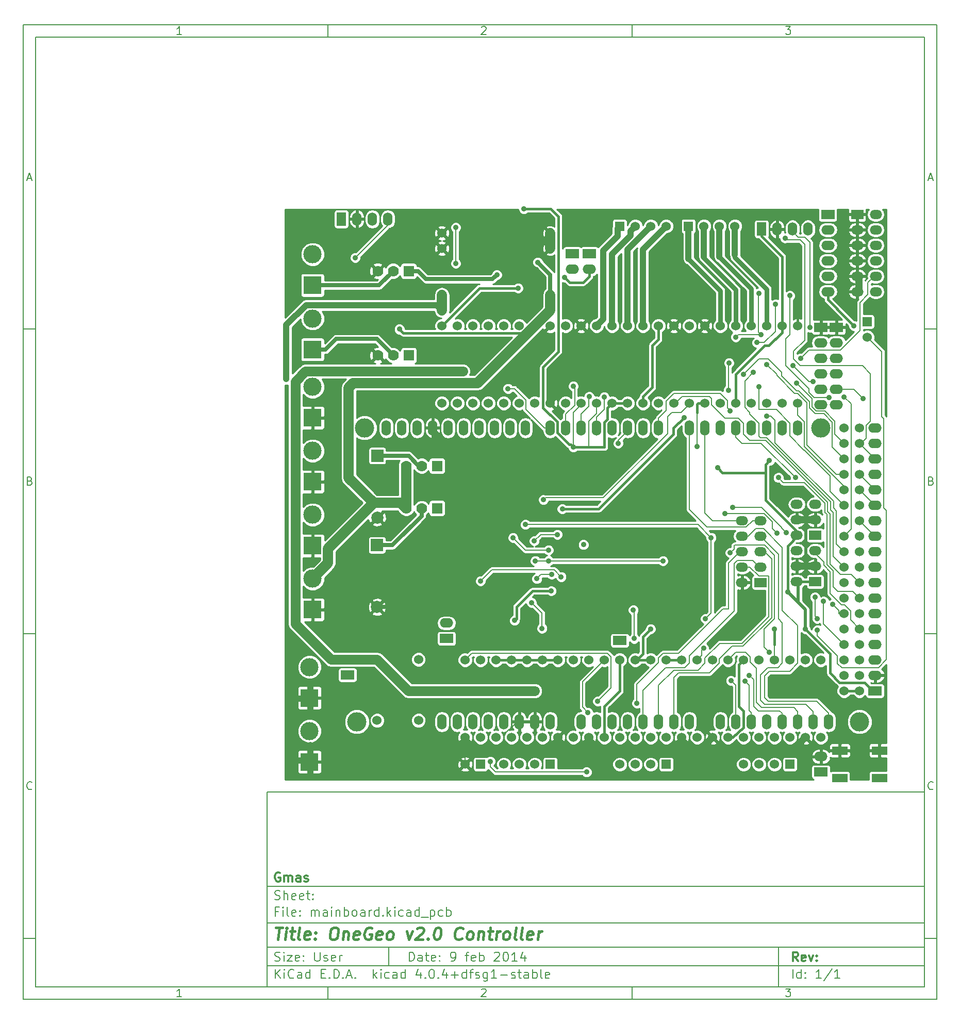
<source format=gbr>
G04 #@! TF.FileFunction,Copper,L2,Bot,Signal*
%FSLAX45Y45*%
G04 Gerber Fmt 4.5, Leading zero omitted, Abs format (unit mm)*
G04 Created by KiCad (PCBNEW 4.0.4+dfsg1-stable) date Mon Oct  9 15:36:50 2017*
%MOMM*%
%LPD*%
G01*
G04 APERTURE LIST*
%ADD10C,0.150000*%
%ADD11C,0.300000*%
%ADD12C,0.400000*%
%ADD13C,1.524000*%
%ADD14O,1.524000X2.540000*%
%ADD15C,3.175000*%
%ADD16R,2.999740X2.999740*%
%ADD17C,2.999740*%
%ADD18R,1.524000X2.199640*%
%ADD19O,1.524000X2.199640*%
%ADD20R,1.998980X1.524000*%
%ADD21O,1.998980X1.524000*%
%ADD22R,2.199640X1.524000*%
%ADD23O,2.199640X1.524000*%
%ADD24R,1.524000X1.524000*%
%ADD25R,2.499360X1.397000*%
%ADD26C,1.778000*%
%ADD27R,1.778000X1.778000*%
%ADD28C,1.998980*%
%ADD29R,1.998980X1.998980*%
%ADD30C,0.900000*%
%ADD31C,1.625600*%
%ADD32C,1.143000*%
%ADD33C,1.016000*%
%ADD34C,0.406400*%
%ADD35C,0.508000*%
%ADD36C,0.203200*%
%ADD37C,1.600200*%
%ADD38C,1.016000*%
%ADD39C,0.762000*%
%ADD40C,1.143000*%
%ADD41C,1.651000*%
%ADD42C,0.635000*%
%ADD43C,0.254000*%
G04 APERTURE END LIST*
D10*
X5000220Y-13600980D02*
X5000220Y-16800980D01*
X15800220Y-16800980D01*
X15800220Y-13600980D01*
X5000220Y-13600980D01*
X1000000Y-1000000D02*
X1000000Y-17000980D01*
X16000220Y-17000980D01*
X16000220Y-1000000D01*
X1000000Y-1000000D01*
X1200000Y-1200000D02*
X1200000Y-16800980D01*
X15800220Y-16800980D01*
X15800220Y-1200000D01*
X1200000Y-1200000D01*
X6000000Y-1200000D02*
X6000000Y-1000000D01*
X11000000Y-1200000D02*
X11000000Y-1000000D01*
X16000000Y-1200000D02*
X16000000Y-1000000D01*
X3599048Y-1158810D02*
X3524762Y-1158810D01*
X3561905Y-1158810D02*
X3561905Y-1028809D01*
X3549524Y-1047381D01*
X3537143Y-1059762D01*
X3524762Y-1065952D01*
X8524762Y-1041190D02*
X8530952Y-1035000D01*
X8543333Y-1028809D01*
X8574286Y-1028809D01*
X8586667Y-1035000D01*
X8592857Y-1041190D01*
X8599048Y-1053571D01*
X8599048Y-1065952D01*
X8592857Y-1084524D01*
X8518571Y-1158810D01*
X8599048Y-1158810D01*
X13518571Y-1028809D02*
X13599048Y-1028809D01*
X13555714Y-1078333D01*
X13574286Y-1078333D01*
X13586667Y-1084524D01*
X13592857Y-1090714D01*
X13599048Y-1103095D01*
X13599048Y-1134048D01*
X13592857Y-1146429D01*
X13586667Y-1152619D01*
X13574286Y-1158810D01*
X13537143Y-1158810D01*
X13524762Y-1152619D01*
X13518571Y-1146429D01*
X6000000Y-16800980D02*
X6000000Y-17000980D01*
X11000000Y-16800980D02*
X11000000Y-17000980D01*
X16000000Y-16800980D02*
X16000000Y-17000980D01*
X3599048Y-16959790D02*
X3524762Y-16959790D01*
X3561905Y-16959790D02*
X3561905Y-16829790D01*
X3549524Y-16848361D01*
X3537143Y-16860742D01*
X3524762Y-16866932D01*
X8524762Y-16842171D02*
X8530952Y-16835980D01*
X8543333Y-16829790D01*
X8574286Y-16829790D01*
X8586667Y-16835980D01*
X8592857Y-16842171D01*
X8599048Y-16854551D01*
X8599048Y-16866932D01*
X8592857Y-16885504D01*
X8518571Y-16959790D01*
X8599048Y-16959790D01*
X13518571Y-16829790D02*
X13599048Y-16829790D01*
X13555714Y-16879313D01*
X13574286Y-16879313D01*
X13586667Y-16885504D01*
X13592857Y-16891694D01*
X13599048Y-16904075D01*
X13599048Y-16935028D01*
X13592857Y-16947409D01*
X13586667Y-16953599D01*
X13574286Y-16959790D01*
X13537143Y-16959790D01*
X13524762Y-16953599D01*
X13518571Y-16947409D01*
X1000000Y-6000000D02*
X1200000Y-6000000D01*
X1000000Y-11000000D02*
X1200000Y-11000000D01*
X1000000Y-16000000D02*
X1200000Y-16000000D01*
X1069048Y-3521667D02*
X1130952Y-3521667D01*
X1056667Y-3558809D02*
X1100000Y-3428809D01*
X1143333Y-3558809D01*
X1109286Y-8490714D02*
X1127857Y-8496905D01*
X1134048Y-8503095D01*
X1140238Y-8515476D01*
X1140238Y-8534048D01*
X1134048Y-8546429D01*
X1127857Y-8552619D01*
X1115476Y-8558810D01*
X1065952Y-8558810D01*
X1065952Y-8428810D01*
X1109286Y-8428810D01*
X1121667Y-8435000D01*
X1127857Y-8441191D01*
X1134048Y-8453571D01*
X1134048Y-8465952D01*
X1127857Y-8478333D01*
X1121667Y-8484524D01*
X1109286Y-8490714D01*
X1065952Y-8490714D01*
X1140238Y-13546429D02*
X1134048Y-13552619D01*
X1115476Y-13558809D01*
X1103095Y-13558809D01*
X1084524Y-13552619D01*
X1072143Y-13540238D01*
X1065952Y-13527857D01*
X1059762Y-13503095D01*
X1059762Y-13484524D01*
X1065952Y-13459762D01*
X1072143Y-13447381D01*
X1084524Y-13435000D01*
X1103095Y-13428809D01*
X1115476Y-13428809D01*
X1134048Y-13435000D01*
X1140238Y-13441190D01*
X16000220Y-6000000D02*
X15800220Y-6000000D01*
X16000220Y-11000000D02*
X15800220Y-11000000D01*
X16000220Y-16000000D02*
X15800220Y-16000000D01*
X15869268Y-3521667D02*
X15931172Y-3521667D01*
X15856887Y-3558809D02*
X15900220Y-3428809D01*
X15943553Y-3558809D01*
X15909506Y-8490714D02*
X15928077Y-8496905D01*
X15934268Y-8503095D01*
X15940458Y-8515476D01*
X15940458Y-8534048D01*
X15934268Y-8546429D01*
X15928077Y-8552619D01*
X15915696Y-8558810D01*
X15866172Y-8558810D01*
X15866172Y-8428810D01*
X15909506Y-8428810D01*
X15921887Y-8435000D01*
X15928077Y-8441191D01*
X15934268Y-8453571D01*
X15934268Y-8465952D01*
X15928077Y-8478333D01*
X15921887Y-8484524D01*
X15909506Y-8490714D01*
X15866172Y-8490714D01*
X15940458Y-13546429D02*
X15934268Y-13552619D01*
X15915696Y-13558809D01*
X15903315Y-13558809D01*
X15884744Y-13552619D01*
X15872363Y-13540238D01*
X15866172Y-13527857D01*
X15859982Y-13503095D01*
X15859982Y-13484524D01*
X15866172Y-13459762D01*
X15872363Y-13447381D01*
X15884744Y-13435000D01*
X15903315Y-13428809D01*
X15915696Y-13428809D01*
X15934268Y-13435000D01*
X15940458Y-13441190D01*
X7335934Y-16378837D02*
X7335934Y-16228837D01*
X7371649Y-16228837D01*
X7393077Y-16235980D01*
X7407363Y-16250266D01*
X7414506Y-16264551D01*
X7421649Y-16293123D01*
X7421649Y-16314551D01*
X7414506Y-16343123D01*
X7407363Y-16357409D01*
X7393077Y-16371694D01*
X7371649Y-16378837D01*
X7335934Y-16378837D01*
X7550220Y-16378837D02*
X7550220Y-16300266D01*
X7543077Y-16285980D01*
X7528791Y-16278837D01*
X7500220Y-16278837D01*
X7485934Y-16285980D01*
X7550220Y-16371694D02*
X7535934Y-16378837D01*
X7500220Y-16378837D01*
X7485934Y-16371694D01*
X7478791Y-16357409D01*
X7478791Y-16343123D01*
X7485934Y-16328837D01*
X7500220Y-16321694D01*
X7535934Y-16321694D01*
X7550220Y-16314551D01*
X7600220Y-16278837D02*
X7657363Y-16278837D01*
X7621649Y-16228837D02*
X7621649Y-16357409D01*
X7628791Y-16371694D01*
X7643077Y-16378837D01*
X7657363Y-16378837D01*
X7764506Y-16371694D02*
X7750220Y-16378837D01*
X7721649Y-16378837D01*
X7707363Y-16371694D01*
X7700220Y-16357409D01*
X7700220Y-16300266D01*
X7707363Y-16285980D01*
X7721649Y-16278837D01*
X7750220Y-16278837D01*
X7764506Y-16285980D01*
X7771649Y-16300266D01*
X7771649Y-16314551D01*
X7700220Y-16328837D01*
X7835934Y-16364551D02*
X7843077Y-16371694D01*
X7835934Y-16378837D01*
X7828791Y-16371694D01*
X7835934Y-16364551D01*
X7835934Y-16378837D01*
X7835934Y-16285980D02*
X7843077Y-16293123D01*
X7835934Y-16300266D01*
X7828791Y-16293123D01*
X7835934Y-16285980D01*
X7835934Y-16300266D01*
X8028791Y-16378837D02*
X8057363Y-16378837D01*
X8071649Y-16371694D01*
X8078791Y-16364551D01*
X8093077Y-16343123D01*
X8100220Y-16314551D01*
X8100220Y-16257409D01*
X8093077Y-16243123D01*
X8085934Y-16235980D01*
X8071649Y-16228837D01*
X8043077Y-16228837D01*
X8028791Y-16235980D01*
X8021649Y-16243123D01*
X8014506Y-16257409D01*
X8014506Y-16293123D01*
X8021649Y-16307409D01*
X8028791Y-16314551D01*
X8043077Y-16321694D01*
X8071649Y-16321694D01*
X8085934Y-16314551D01*
X8093077Y-16307409D01*
X8100220Y-16293123D01*
X8257363Y-16278837D02*
X8314506Y-16278837D01*
X8278791Y-16378837D02*
X8278791Y-16250266D01*
X8285934Y-16235980D01*
X8300220Y-16228837D01*
X8314506Y-16228837D01*
X8421649Y-16371694D02*
X8407363Y-16378837D01*
X8378791Y-16378837D01*
X8364506Y-16371694D01*
X8357363Y-16357409D01*
X8357363Y-16300266D01*
X8364506Y-16285980D01*
X8378791Y-16278837D01*
X8407363Y-16278837D01*
X8421649Y-16285980D01*
X8428791Y-16300266D01*
X8428791Y-16314551D01*
X8357363Y-16328837D01*
X8493077Y-16378837D02*
X8493077Y-16228837D01*
X8493077Y-16285980D02*
X8507363Y-16278837D01*
X8535934Y-16278837D01*
X8550220Y-16285980D01*
X8557363Y-16293123D01*
X8564506Y-16307409D01*
X8564506Y-16350266D01*
X8557363Y-16364551D01*
X8550220Y-16371694D01*
X8535934Y-16378837D01*
X8507363Y-16378837D01*
X8493077Y-16371694D01*
X8735934Y-16243123D02*
X8743077Y-16235980D01*
X8757363Y-16228837D01*
X8793077Y-16228837D01*
X8807363Y-16235980D01*
X8814506Y-16243123D01*
X8821649Y-16257409D01*
X8821649Y-16271694D01*
X8814506Y-16293123D01*
X8728791Y-16378837D01*
X8821649Y-16378837D01*
X8914506Y-16228837D02*
X8928791Y-16228837D01*
X8943077Y-16235980D01*
X8950220Y-16243123D01*
X8957363Y-16257409D01*
X8964506Y-16285980D01*
X8964506Y-16321694D01*
X8957363Y-16350266D01*
X8950220Y-16364551D01*
X8943077Y-16371694D01*
X8928791Y-16378837D01*
X8914506Y-16378837D01*
X8900220Y-16371694D01*
X8893077Y-16364551D01*
X8885934Y-16350266D01*
X8878791Y-16321694D01*
X8878791Y-16285980D01*
X8885934Y-16257409D01*
X8893077Y-16243123D01*
X8900220Y-16235980D01*
X8914506Y-16228837D01*
X9107363Y-16378837D02*
X9021648Y-16378837D01*
X9064506Y-16378837D02*
X9064506Y-16228837D01*
X9050220Y-16250266D01*
X9035934Y-16264551D01*
X9021648Y-16271694D01*
X9235934Y-16278837D02*
X9235934Y-16378837D01*
X9200220Y-16221694D02*
X9164506Y-16328837D01*
X9257363Y-16328837D01*
X5000220Y-16450980D02*
X15800220Y-16450980D01*
X5135934Y-16658837D02*
X5135934Y-16508837D01*
X5221649Y-16658837D02*
X5157363Y-16573123D01*
X5221649Y-16508837D02*
X5135934Y-16594551D01*
X5285934Y-16658837D02*
X5285934Y-16558837D01*
X5285934Y-16508837D02*
X5278791Y-16515980D01*
X5285934Y-16523123D01*
X5293077Y-16515980D01*
X5285934Y-16508837D01*
X5285934Y-16523123D01*
X5443077Y-16644551D02*
X5435934Y-16651694D01*
X5414506Y-16658837D01*
X5400220Y-16658837D01*
X5378792Y-16651694D01*
X5364506Y-16637409D01*
X5357363Y-16623123D01*
X5350220Y-16594551D01*
X5350220Y-16573123D01*
X5357363Y-16544551D01*
X5364506Y-16530266D01*
X5378792Y-16515980D01*
X5400220Y-16508837D01*
X5414506Y-16508837D01*
X5435934Y-16515980D01*
X5443077Y-16523123D01*
X5571649Y-16658837D02*
X5571649Y-16580266D01*
X5564506Y-16565980D01*
X5550220Y-16558837D01*
X5521649Y-16558837D01*
X5507363Y-16565980D01*
X5571649Y-16651694D02*
X5557363Y-16658837D01*
X5521649Y-16658837D01*
X5507363Y-16651694D01*
X5500220Y-16637409D01*
X5500220Y-16623123D01*
X5507363Y-16608837D01*
X5521649Y-16601694D01*
X5557363Y-16601694D01*
X5571649Y-16594551D01*
X5707363Y-16658837D02*
X5707363Y-16508837D01*
X5707363Y-16651694D02*
X5693077Y-16658837D01*
X5664506Y-16658837D01*
X5650220Y-16651694D01*
X5643077Y-16644551D01*
X5635934Y-16630266D01*
X5635934Y-16587409D01*
X5643077Y-16573123D01*
X5650220Y-16565980D01*
X5664506Y-16558837D01*
X5693077Y-16558837D01*
X5707363Y-16565980D01*
X5893077Y-16580266D02*
X5943077Y-16580266D01*
X5964506Y-16658837D02*
X5893077Y-16658837D01*
X5893077Y-16508837D01*
X5964506Y-16508837D01*
X6028791Y-16644551D02*
X6035934Y-16651694D01*
X6028791Y-16658837D01*
X6021649Y-16651694D01*
X6028791Y-16644551D01*
X6028791Y-16658837D01*
X6100220Y-16658837D02*
X6100220Y-16508837D01*
X6135934Y-16508837D01*
X6157363Y-16515980D01*
X6171649Y-16530266D01*
X6178791Y-16544551D01*
X6185934Y-16573123D01*
X6185934Y-16594551D01*
X6178791Y-16623123D01*
X6171649Y-16637409D01*
X6157363Y-16651694D01*
X6135934Y-16658837D01*
X6100220Y-16658837D01*
X6250220Y-16644551D02*
X6257363Y-16651694D01*
X6250220Y-16658837D01*
X6243077Y-16651694D01*
X6250220Y-16644551D01*
X6250220Y-16658837D01*
X6314506Y-16615980D02*
X6385934Y-16615980D01*
X6300220Y-16658837D02*
X6350220Y-16508837D01*
X6400220Y-16658837D01*
X6450220Y-16644551D02*
X6457363Y-16651694D01*
X6450220Y-16658837D01*
X6443077Y-16651694D01*
X6450220Y-16644551D01*
X6450220Y-16658837D01*
X6750220Y-16658837D02*
X6750220Y-16508837D01*
X6764506Y-16601694D02*
X6807363Y-16658837D01*
X6807363Y-16558837D02*
X6750220Y-16615980D01*
X6871649Y-16658837D02*
X6871649Y-16558837D01*
X6871649Y-16508837D02*
X6864506Y-16515980D01*
X6871649Y-16523123D01*
X6878791Y-16515980D01*
X6871649Y-16508837D01*
X6871649Y-16523123D01*
X7007363Y-16651694D02*
X6993077Y-16658837D01*
X6964506Y-16658837D01*
X6950220Y-16651694D01*
X6943077Y-16644551D01*
X6935934Y-16630266D01*
X6935934Y-16587409D01*
X6943077Y-16573123D01*
X6950220Y-16565980D01*
X6964506Y-16558837D01*
X6993077Y-16558837D01*
X7007363Y-16565980D01*
X7135934Y-16658837D02*
X7135934Y-16580266D01*
X7128791Y-16565980D01*
X7114506Y-16558837D01*
X7085934Y-16558837D01*
X7071649Y-16565980D01*
X7135934Y-16651694D02*
X7121649Y-16658837D01*
X7085934Y-16658837D01*
X7071649Y-16651694D01*
X7064506Y-16637409D01*
X7064506Y-16623123D01*
X7071649Y-16608837D01*
X7085934Y-16601694D01*
X7121649Y-16601694D01*
X7135934Y-16594551D01*
X7271649Y-16658837D02*
X7271649Y-16508837D01*
X7271649Y-16651694D02*
X7257363Y-16658837D01*
X7228792Y-16658837D01*
X7214506Y-16651694D01*
X7207363Y-16644551D01*
X7200220Y-16630266D01*
X7200220Y-16587409D01*
X7207363Y-16573123D01*
X7214506Y-16565980D01*
X7228792Y-16558837D01*
X7257363Y-16558837D01*
X7271649Y-16565980D01*
X7521649Y-16558837D02*
X7521649Y-16658837D01*
X7485934Y-16501694D02*
X7450220Y-16608837D01*
X7543077Y-16608837D01*
X7600220Y-16644551D02*
X7607363Y-16651694D01*
X7600220Y-16658837D01*
X7593077Y-16651694D01*
X7600220Y-16644551D01*
X7600220Y-16658837D01*
X7700220Y-16508837D02*
X7714506Y-16508837D01*
X7728791Y-16515980D01*
X7735934Y-16523123D01*
X7743077Y-16537409D01*
X7750220Y-16565980D01*
X7750220Y-16601694D01*
X7743077Y-16630266D01*
X7735934Y-16644551D01*
X7728791Y-16651694D01*
X7714506Y-16658837D01*
X7700220Y-16658837D01*
X7685934Y-16651694D01*
X7678791Y-16644551D01*
X7671649Y-16630266D01*
X7664506Y-16601694D01*
X7664506Y-16565980D01*
X7671649Y-16537409D01*
X7678791Y-16523123D01*
X7685934Y-16515980D01*
X7700220Y-16508837D01*
X7814506Y-16644551D02*
X7821649Y-16651694D01*
X7814506Y-16658837D01*
X7807363Y-16651694D01*
X7814506Y-16644551D01*
X7814506Y-16658837D01*
X7950220Y-16558837D02*
X7950220Y-16658837D01*
X7914506Y-16501694D02*
X7878791Y-16608837D01*
X7971649Y-16608837D01*
X8028791Y-16601694D02*
X8143077Y-16601694D01*
X8085934Y-16658837D02*
X8085934Y-16544551D01*
X8278791Y-16658837D02*
X8278791Y-16508837D01*
X8278791Y-16651694D02*
X8264506Y-16658837D01*
X8235934Y-16658837D01*
X8221649Y-16651694D01*
X8214506Y-16644551D01*
X8207363Y-16630266D01*
X8207363Y-16587409D01*
X8214506Y-16573123D01*
X8221649Y-16565980D01*
X8235934Y-16558837D01*
X8264506Y-16558837D01*
X8278791Y-16565980D01*
X8328791Y-16558837D02*
X8385934Y-16558837D01*
X8350220Y-16658837D02*
X8350220Y-16530266D01*
X8357363Y-16515980D01*
X8371649Y-16508837D01*
X8385934Y-16508837D01*
X8428792Y-16651694D02*
X8443077Y-16658837D01*
X8471649Y-16658837D01*
X8485934Y-16651694D01*
X8493077Y-16637409D01*
X8493077Y-16630266D01*
X8485934Y-16615980D01*
X8471649Y-16608837D01*
X8450220Y-16608837D01*
X8435934Y-16601694D01*
X8428792Y-16587409D01*
X8428792Y-16580266D01*
X8435934Y-16565980D01*
X8450220Y-16558837D01*
X8471649Y-16558837D01*
X8485934Y-16565980D01*
X8621649Y-16558837D02*
X8621649Y-16680266D01*
X8614506Y-16694551D01*
X8607363Y-16701694D01*
X8593077Y-16708837D01*
X8571649Y-16708837D01*
X8557363Y-16701694D01*
X8621649Y-16651694D02*
X8607363Y-16658837D01*
X8578792Y-16658837D01*
X8564506Y-16651694D01*
X8557363Y-16644551D01*
X8550220Y-16630266D01*
X8550220Y-16587409D01*
X8557363Y-16573123D01*
X8564506Y-16565980D01*
X8578792Y-16558837D01*
X8607363Y-16558837D01*
X8621649Y-16565980D01*
X8771649Y-16658837D02*
X8685934Y-16658837D01*
X8728792Y-16658837D02*
X8728792Y-16508837D01*
X8714506Y-16530266D01*
X8700220Y-16544551D01*
X8685934Y-16551694D01*
X8835934Y-16601694D02*
X8950220Y-16601694D01*
X9014506Y-16651694D02*
X9028792Y-16658837D01*
X9057363Y-16658837D01*
X9071649Y-16651694D01*
X9078792Y-16637409D01*
X9078792Y-16630266D01*
X9071649Y-16615980D01*
X9057363Y-16608837D01*
X9035934Y-16608837D01*
X9021649Y-16601694D01*
X9014506Y-16587409D01*
X9014506Y-16580266D01*
X9021649Y-16565980D01*
X9035934Y-16558837D01*
X9057363Y-16558837D01*
X9071649Y-16565980D01*
X9121649Y-16558837D02*
X9178792Y-16558837D01*
X9143077Y-16508837D02*
X9143077Y-16637409D01*
X9150220Y-16651694D01*
X9164506Y-16658837D01*
X9178792Y-16658837D01*
X9293077Y-16658837D02*
X9293077Y-16580266D01*
X9285934Y-16565980D01*
X9271649Y-16558837D01*
X9243077Y-16558837D01*
X9228792Y-16565980D01*
X9293077Y-16651694D02*
X9278792Y-16658837D01*
X9243077Y-16658837D01*
X9228792Y-16651694D01*
X9221649Y-16637409D01*
X9221649Y-16623123D01*
X9228792Y-16608837D01*
X9243077Y-16601694D01*
X9278792Y-16601694D01*
X9293077Y-16594551D01*
X9364506Y-16658837D02*
X9364506Y-16508837D01*
X9364506Y-16565980D02*
X9378792Y-16558837D01*
X9407363Y-16558837D01*
X9421649Y-16565980D01*
X9428792Y-16573123D01*
X9435935Y-16587409D01*
X9435935Y-16630266D01*
X9428792Y-16644551D01*
X9421649Y-16651694D01*
X9407363Y-16658837D01*
X9378792Y-16658837D01*
X9364506Y-16651694D01*
X9521649Y-16658837D02*
X9507363Y-16651694D01*
X9500220Y-16637409D01*
X9500220Y-16508837D01*
X9635934Y-16651694D02*
X9621649Y-16658837D01*
X9593077Y-16658837D01*
X9578792Y-16651694D01*
X9571649Y-16637409D01*
X9571649Y-16580266D01*
X9578792Y-16565980D01*
X9593077Y-16558837D01*
X9621649Y-16558837D01*
X9635934Y-16565980D01*
X9643077Y-16580266D01*
X9643077Y-16594551D01*
X9571649Y-16608837D01*
X5000220Y-16150980D02*
X15800220Y-16150980D01*
D11*
X13721649Y-16378837D02*
X13671649Y-16307409D01*
X13635934Y-16378837D02*
X13635934Y-16228837D01*
X13693077Y-16228837D01*
X13707363Y-16235980D01*
X13714506Y-16243123D01*
X13721649Y-16257409D01*
X13721649Y-16278837D01*
X13714506Y-16293123D01*
X13707363Y-16300266D01*
X13693077Y-16307409D01*
X13635934Y-16307409D01*
X13843077Y-16371694D02*
X13828791Y-16378837D01*
X13800220Y-16378837D01*
X13785934Y-16371694D01*
X13778791Y-16357409D01*
X13778791Y-16300266D01*
X13785934Y-16285980D01*
X13800220Y-16278837D01*
X13828791Y-16278837D01*
X13843077Y-16285980D01*
X13850220Y-16300266D01*
X13850220Y-16314551D01*
X13778791Y-16328837D01*
X13900220Y-16278837D02*
X13935934Y-16378837D01*
X13971648Y-16278837D01*
X14028791Y-16364551D02*
X14035934Y-16371694D01*
X14028791Y-16378837D01*
X14021648Y-16371694D01*
X14028791Y-16364551D01*
X14028791Y-16378837D01*
X14028791Y-16285980D02*
X14035934Y-16293123D01*
X14028791Y-16300266D01*
X14021648Y-16293123D01*
X14028791Y-16285980D01*
X14028791Y-16300266D01*
D10*
X5128791Y-16371694D02*
X5150220Y-16378837D01*
X5185934Y-16378837D01*
X5200220Y-16371694D01*
X5207363Y-16364551D01*
X5214506Y-16350266D01*
X5214506Y-16335980D01*
X5207363Y-16321694D01*
X5200220Y-16314551D01*
X5185934Y-16307409D01*
X5157363Y-16300266D01*
X5143077Y-16293123D01*
X5135934Y-16285980D01*
X5128791Y-16271694D01*
X5128791Y-16257409D01*
X5135934Y-16243123D01*
X5143077Y-16235980D01*
X5157363Y-16228837D01*
X5193077Y-16228837D01*
X5214506Y-16235980D01*
X5278791Y-16378837D02*
X5278791Y-16278837D01*
X5278791Y-16228837D02*
X5271649Y-16235980D01*
X5278791Y-16243123D01*
X5285934Y-16235980D01*
X5278791Y-16228837D01*
X5278791Y-16243123D01*
X5335934Y-16278837D02*
X5414506Y-16278837D01*
X5335934Y-16378837D01*
X5414506Y-16378837D01*
X5528791Y-16371694D02*
X5514506Y-16378837D01*
X5485934Y-16378837D01*
X5471649Y-16371694D01*
X5464506Y-16357409D01*
X5464506Y-16300266D01*
X5471649Y-16285980D01*
X5485934Y-16278837D01*
X5514506Y-16278837D01*
X5528791Y-16285980D01*
X5535934Y-16300266D01*
X5535934Y-16314551D01*
X5464506Y-16328837D01*
X5600220Y-16364551D02*
X5607363Y-16371694D01*
X5600220Y-16378837D01*
X5593077Y-16371694D01*
X5600220Y-16364551D01*
X5600220Y-16378837D01*
X5600220Y-16285980D02*
X5607363Y-16293123D01*
X5600220Y-16300266D01*
X5593077Y-16293123D01*
X5600220Y-16285980D01*
X5600220Y-16300266D01*
X5785934Y-16228837D02*
X5785934Y-16350266D01*
X5793077Y-16364551D01*
X5800220Y-16371694D01*
X5814506Y-16378837D01*
X5843077Y-16378837D01*
X5857363Y-16371694D01*
X5864506Y-16364551D01*
X5871649Y-16350266D01*
X5871649Y-16228837D01*
X5935934Y-16371694D02*
X5950220Y-16378837D01*
X5978791Y-16378837D01*
X5993077Y-16371694D01*
X6000220Y-16357409D01*
X6000220Y-16350266D01*
X5993077Y-16335980D01*
X5978791Y-16328837D01*
X5957363Y-16328837D01*
X5943077Y-16321694D01*
X5935934Y-16307409D01*
X5935934Y-16300266D01*
X5943077Y-16285980D01*
X5957363Y-16278837D01*
X5978791Y-16278837D01*
X5993077Y-16285980D01*
X6121649Y-16371694D02*
X6107363Y-16378837D01*
X6078791Y-16378837D01*
X6064506Y-16371694D01*
X6057363Y-16357409D01*
X6057363Y-16300266D01*
X6064506Y-16285980D01*
X6078791Y-16278837D01*
X6107363Y-16278837D01*
X6121649Y-16285980D01*
X6128791Y-16300266D01*
X6128791Y-16314551D01*
X6057363Y-16328837D01*
X6193077Y-16378837D02*
X6193077Y-16278837D01*
X6193077Y-16307409D02*
X6200220Y-16293123D01*
X6207363Y-16285980D01*
X6221649Y-16278837D01*
X6235934Y-16278837D01*
X13635934Y-16658837D02*
X13635934Y-16508837D01*
X13771649Y-16658837D02*
X13771649Y-16508837D01*
X13771649Y-16651694D02*
X13757363Y-16658837D01*
X13728791Y-16658837D01*
X13714506Y-16651694D01*
X13707363Y-16644551D01*
X13700220Y-16630266D01*
X13700220Y-16587409D01*
X13707363Y-16573123D01*
X13714506Y-16565980D01*
X13728791Y-16558837D01*
X13757363Y-16558837D01*
X13771649Y-16565980D01*
X13843077Y-16644551D02*
X13850220Y-16651694D01*
X13843077Y-16658837D01*
X13835934Y-16651694D01*
X13843077Y-16644551D01*
X13843077Y-16658837D01*
X13843077Y-16565980D02*
X13850220Y-16573123D01*
X13843077Y-16580266D01*
X13835934Y-16573123D01*
X13843077Y-16565980D01*
X13843077Y-16580266D01*
X14107363Y-16658837D02*
X14021649Y-16658837D01*
X14064506Y-16658837D02*
X14064506Y-16508837D01*
X14050220Y-16530266D01*
X14035934Y-16544551D01*
X14021649Y-16551694D01*
X14278791Y-16501694D02*
X14150220Y-16694551D01*
X14407363Y-16658837D02*
X14321649Y-16658837D01*
X14364506Y-16658837D02*
X14364506Y-16508837D01*
X14350220Y-16530266D01*
X14335934Y-16544551D01*
X14321649Y-16551694D01*
X5000220Y-15750980D02*
X15800220Y-15750980D01*
D12*
X5145458Y-15821456D02*
X5259744Y-15821456D01*
X5177601Y-16021456D02*
X5202601Y-15821456D01*
X5301411Y-16021456D02*
X5318077Y-15888123D01*
X5326411Y-15821456D02*
X5315696Y-15830980D01*
X5324030Y-15840504D01*
X5334744Y-15830980D01*
X5326411Y-15821456D01*
X5324030Y-15840504D01*
X5384744Y-15888123D02*
X5460934Y-15888123D01*
X5421649Y-15821456D02*
X5400220Y-15992885D01*
X5407363Y-16011932D01*
X5425220Y-16021456D01*
X5444268Y-16021456D01*
X5539506Y-16021456D02*
X5521649Y-16011932D01*
X5514506Y-15992885D01*
X5535934Y-15821456D01*
X5693077Y-16011932D02*
X5672839Y-16021456D01*
X5634744Y-16021456D01*
X5616887Y-16011932D01*
X5609744Y-15992885D01*
X5619268Y-15916694D01*
X5631172Y-15897647D01*
X5651410Y-15888123D01*
X5689506Y-15888123D01*
X5707363Y-15897647D01*
X5714506Y-15916694D01*
X5712125Y-15935742D01*
X5614506Y-15954789D01*
X5789506Y-16002409D02*
X5797839Y-16011932D01*
X5787125Y-16021456D01*
X5778791Y-16011932D01*
X5789506Y-16002409D01*
X5787125Y-16021456D01*
X5802601Y-15897647D02*
X5810934Y-15907170D01*
X5800220Y-15916694D01*
X5791887Y-15907170D01*
X5802601Y-15897647D01*
X5800220Y-15916694D01*
X6097839Y-15821456D02*
X6135934Y-15821456D01*
X6153791Y-15830980D01*
X6170458Y-15850028D01*
X6175220Y-15888123D01*
X6166887Y-15954789D01*
X6152601Y-15992885D01*
X6131172Y-16011932D01*
X6110934Y-16021456D01*
X6072839Y-16021456D01*
X6054982Y-16011932D01*
X6038315Y-15992885D01*
X6033553Y-15954789D01*
X6041887Y-15888123D01*
X6056172Y-15850028D01*
X6077601Y-15830980D01*
X6097839Y-15821456D01*
X6260934Y-15888123D02*
X6244268Y-16021456D01*
X6258553Y-15907170D02*
X6269268Y-15897647D01*
X6289506Y-15888123D01*
X6318077Y-15888123D01*
X6335934Y-15897647D01*
X6343077Y-15916694D01*
X6329982Y-16021456D01*
X6502601Y-16011932D02*
X6482363Y-16021456D01*
X6444268Y-16021456D01*
X6426411Y-16011932D01*
X6419268Y-15992885D01*
X6428791Y-15916694D01*
X6440696Y-15897647D01*
X6460934Y-15888123D01*
X6499030Y-15888123D01*
X6516887Y-15897647D01*
X6524030Y-15916694D01*
X6521649Y-15935742D01*
X6424030Y-15954789D01*
X6725220Y-15830980D02*
X6707363Y-15821456D01*
X6678792Y-15821456D01*
X6649030Y-15830980D01*
X6627601Y-15850028D01*
X6615696Y-15869075D01*
X6601411Y-15907170D01*
X6597839Y-15935742D01*
X6602601Y-15973837D01*
X6609744Y-15992885D01*
X6626411Y-16011932D01*
X6653792Y-16021456D01*
X6672839Y-16021456D01*
X6702601Y-16011932D01*
X6713315Y-16002409D01*
X6721649Y-15935742D01*
X6683553Y-15935742D01*
X6874030Y-16011932D02*
X6853792Y-16021456D01*
X6815696Y-16021456D01*
X6797839Y-16011932D01*
X6790696Y-15992885D01*
X6800220Y-15916694D01*
X6812125Y-15897647D01*
X6832363Y-15888123D01*
X6870458Y-15888123D01*
X6888315Y-15897647D01*
X6895458Y-15916694D01*
X6893077Y-15935742D01*
X6795458Y-15954789D01*
X6996649Y-16021456D02*
X6978792Y-16011932D01*
X6970458Y-16002409D01*
X6963315Y-15983361D01*
X6970458Y-15926218D01*
X6982363Y-15907170D01*
X6993077Y-15897647D01*
X7013315Y-15888123D01*
X7041887Y-15888123D01*
X7059744Y-15897647D01*
X7068077Y-15907170D01*
X7075220Y-15926218D01*
X7068077Y-15983361D01*
X7056172Y-16002409D01*
X7045458Y-16011932D01*
X7025220Y-16021456D01*
X6996649Y-16021456D01*
X7299030Y-15888123D02*
X7329982Y-16021456D01*
X7394268Y-15888123D01*
X7466887Y-15840504D02*
X7477601Y-15830980D01*
X7497839Y-15821456D01*
X7545458Y-15821456D01*
X7563315Y-15830980D01*
X7571649Y-15840504D01*
X7578792Y-15859551D01*
X7576411Y-15878599D01*
X7563315Y-15907170D01*
X7434744Y-16021456D01*
X7558554Y-16021456D01*
X7646649Y-16002409D02*
X7654982Y-16011932D01*
X7644268Y-16021456D01*
X7635935Y-16011932D01*
X7646649Y-16002409D01*
X7644268Y-16021456D01*
X7802601Y-15821456D02*
X7821649Y-15821456D01*
X7839506Y-15830980D01*
X7847839Y-15840504D01*
X7854982Y-15859551D01*
X7859744Y-15897647D01*
X7853792Y-15945266D01*
X7839506Y-15983361D01*
X7827601Y-16002409D01*
X7816887Y-16011932D01*
X7796649Y-16021456D01*
X7777601Y-16021456D01*
X7759744Y-16011932D01*
X7751411Y-16002409D01*
X7744268Y-15983361D01*
X7739506Y-15945266D01*
X7745458Y-15897647D01*
X7759744Y-15859551D01*
X7771649Y-15840504D01*
X7782363Y-15830980D01*
X7802601Y-15821456D01*
X8199030Y-16002409D02*
X8188316Y-16011932D01*
X8158554Y-16021456D01*
X8139506Y-16021456D01*
X8112125Y-16011932D01*
X8095458Y-15992885D01*
X8088316Y-15973837D01*
X8083554Y-15935742D01*
X8087125Y-15907170D01*
X8101411Y-15869075D01*
X8113316Y-15850028D01*
X8134744Y-15830980D01*
X8164506Y-15821456D01*
X8183554Y-15821456D01*
X8210935Y-15830980D01*
X8219268Y-15840504D01*
X8310935Y-16021456D02*
X8293078Y-16011932D01*
X8284744Y-16002409D01*
X8277601Y-15983361D01*
X8284744Y-15926218D01*
X8296649Y-15907170D01*
X8307363Y-15897647D01*
X8327601Y-15888123D01*
X8356173Y-15888123D01*
X8374030Y-15897647D01*
X8382363Y-15907170D01*
X8389506Y-15926218D01*
X8382363Y-15983361D01*
X8370458Y-16002409D01*
X8359744Y-16011932D01*
X8339506Y-16021456D01*
X8310935Y-16021456D01*
X8479982Y-15888123D02*
X8463316Y-16021456D01*
X8477601Y-15907170D02*
X8488316Y-15897647D01*
X8508554Y-15888123D01*
X8537125Y-15888123D01*
X8554982Y-15897647D01*
X8562125Y-15916694D01*
X8549030Y-16021456D01*
X8632363Y-15888123D02*
X8708554Y-15888123D01*
X8669268Y-15821456D02*
X8647839Y-15992885D01*
X8654982Y-16011932D01*
X8672840Y-16021456D01*
X8691887Y-16021456D01*
X8758554Y-16021456D02*
X8775220Y-15888123D01*
X8770458Y-15926218D02*
X8782363Y-15907170D01*
X8793078Y-15897647D01*
X8813316Y-15888123D01*
X8832363Y-15888123D01*
X8910935Y-16021456D02*
X8893078Y-16011932D01*
X8884744Y-16002409D01*
X8877601Y-15983361D01*
X8884744Y-15926218D01*
X8896649Y-15907170D01*
X8907363Y-15897647D01*
X8927601Y-15888123D01*
X8956173Y-15888123D01*
X8974030Y-15897647D01*
X8982363Y-15907170D01*
X8989506Y-15926218D01*
X8982363Y-15983361D01*
X8970458Y-16002409D01*
X8959744Y-16011932D01*
X8939506Y-16021456D01*
X8910935Y-16021456D01*
X9091887Y-16021456D02*
X9074030Y-16011932D01*
X9066887Y-15992885D01*
X9088316Y-15821456D01*
X9196649Y-16021456D02*
X9178792Y-16011932D01*
X9171649Y-15992885D01*
X9193078Y-15821456D01*
X9350220Y-16011932D02*
X9329982Y-16021456D01*
X9291887Y-16021456D01*
X9274030Y-16011932D01*
X9266887Y-15992885D01*
X9276411Y-15916694D01*
X9288316Y-15897647D01*
X9308554Y-15888123D01*
X9346649Y-15888123D01*
X9364506Y-15897647D01*
X9371649Y-15916694D01*
X9369268Y-15935742D01*
X9271649Y-15954789D01*
X9444268Y-16021456D02*
X9460935Y-15888123D01*
X9456173Y-15926218D02*
X9468078Y-15907170D01*
X9478792Y-15897647D01*
X9499030Y-15888123D01*
X9518078Y-15888123D01*
D10*
X5185934Y-15560266D02*
X5135934Y-15560266D01*
X5135934Y-15638837D02*
X5135934Y-15488837D01*
X5207363Y-15488837D01*
X5264506Y-15638837D02*
X5264506Y-15538837D01*
X5264506Y-15488837D02*
X5257363Y-15495980D01*
X5264506Y-15503123D01*
X5271649Y-15495980D01*
X5264506Y-15488837D01*
X5264506Y-15503123D01*
X5357363Y-15638837D02*
X5343077Y-15631694D01*
X5335934Y-15617409D01*
X5335934Y-15488837D01*
X5471649Y-15631694D02*
X5457363Y-15638837D01*
X5428791Y-15638837D01*
X5414506Y-15631694D01*
X5407363Y-15617409D01*
X5407363Y-15560266D01*
X5414506Y-15545980D01*
X5428791Y-15538837D01*
X5457363Y-15538837D01*
X5471649Y-15545980D01*
X5478791Y-15560266D01*
X5478791Y-15574551D01*
X5407363Y-15588837D01*
X5543077Y-15624551D02*
X5550220Y-15631694D01*
X5543077Y-15638837D01*
X5535934Y-15631694D01*
X5543077Y-15624551D01*
X5543077Y-15638837D01*
X5543077Y-15545980D02*
X5550220Y-15553123D01*
X5543077Y-15560266D01*
X5535934Y-15553123D01*
X5543077Y-15545980D01*
X5543077Y-15560266D01*
X5728791Y-15638837D02*
X5728791Y-15538837D01*
X5728791Y-15553123D02*
X5735934Y-15545980D01*
X5750220Y-15538837D01*
X5771648Y-15538837D01*
X5785934Y-15545980D01*
X5793077Y-15560266D01*
X5793077Y-15638837D01*
X5793077Y-15560266D02*
X5800220Y-15545980D01*
X5814506Y-15538837D01*
X5835934Y-15538837D01*
X5850220Y-15545980D01*
X5857363Y-15560266D01*
X5857363Y-15638837D01*
X5993077Y-15638837D02*
X5993077Y-15560266D01*
X5985934Y-15545980D01*
X5971648Y-15538837D01*
X5943077Y-15538837D01*
X5928791Y-15545980D01*
X5993077Y-15631694D02*
X5978791Y-15638837D01*
X5943077Y-15638837D01*
X5928791Y-15631694D01*
X5921648Y-15617409D01*
X5921648Y-15603123D01*
X5928791Y-15588837D01*
X5943077Y-15581694D01*
X5978791Y-15581694D01*
X5993077Y-15574551D01*
X6064506Y-15638837D02*
X6064506Y-15538837D01*
X6064506Y-15488837D02*
X6057363Y-15495980D01*
X6064506Y-15503123D01*
X6071648Y-15495980D01*
X6064506Y-15488837D01*
X6064506Y-15503123D01*
X6135934Y-15538837D02*
X6135934Y-15638837D01*
X6135934Y-15553123D02*
X6143077Y-15545980D01*
X6157363Y-15538837D01*
X6178791Y-15538837D01*
X6193077Y-15545980D01*
X6200220Y-15560266D01*
X6200220Y-15638837D01*
X6271649Y-15638837D02*
X6271649Y-15488837D01*
X6271649Y-15545980D02*
X6285934Y-15538837D01*
X6314506Y-15538837D01*
X6328791Y-15545980D01*
X6335934Y-15553123D01*
X6343077Y-15567409D01*
X6343077Y-15610266D01*
X6335934Y-15624551D01*
X6328791Y-15631694D01*
X6314506Y-15638837D01*
X6285934Y-15638837D01*
X6271649Y-15631694D01*
X6428791Y-15638837D02*
X6414506Y-15631694D01*
X6407363Y-15624551D01*
X6400220Y-15610266D01*
X6400220Y-15567409D01*
X6407363Y-15553123D01*
X6414506Y-15545980D01*
X6428791Y-15538837D01*
X6450220Y-15538837D01*
X6464506Y-15545980D01*
X6471649Y-15553123D01*
X6478791Y-15567409D01*
X6478791Y-15610266D01*
X6471649Y-15624551D01*
X6464506Y-15631694D01*
X6450220Y-15638837D01*
X6428791Y-15638837D01*
X6607363Y-15638837D02*
X6607363Y-15560266D01*
X6600220Y-15545980D01*
X6585934Y-15538837D01*
X6557363Y-15538837D01*
X6543077Y-15545980D01*
X6607363Y-15631694D02*
X6593077Y-15638837D01*
X6557363Y-15638837D01*
X6543077Y-15631694D01*
X6535934Y-15617409D01*
X6535934Y-15603123D01*
X6543077Y-15588837D01*
X6557363Y-15581694D01*
X6593077Y-15581694D01*
X6607363Y-15574551D01*
X6678791Y-15638837D02*
X6678791Y-15538837D01*
X6678791Y-15567409D02*
X6685934Y-15553123D01*
X6693077Y-15545980D01*
X6707363Y-15538837D01*
X6721649Y-15538837D01*
X6835934Y-15638837D02*
X6835934Y-15488837D01*
X6835934Y-15631694D02*
X6821649Y-15638837D01*
X6793077Y-15638837D01*
X6778791Y-15631694D01*
X6771649Y-15624551D01*
X6764506Y-15610266D01*
X6764506Y-15567409D01*
X6771649Y-15553123D01*
X6778791Y-15545980D01*
X6793077Y-15538837D01*
X6821649Y-15538837D01*
X6835934Y-15545980D01*
X6907363Y-15624551D02*
X6914506Y-15631694D01*
X6907363Y-15638837D01*
X6900220Y-15631694D01*
X6907363Y-15624551D01*
X6907363Y-15638837D01*
X6978791Y-15638837D02*
X6978791Y-15488837D01*
X6993077Y-15581694D02*
X7035934Y-15638837D01*
X7035934Y-15538837D02*
X6978791Y-15595980D01*
X7100220Y-15638837D02*
X7100220Y-15538837D01*
X7100220Y-15488837D02*
X7093077Y-15495980D01*
X7100220Y-15503123D01*
X7107363Y-15495980D01*
X7100220Y-15488837D01*
X7100220Y-15503123D01*
X7235934Y-15631694D02*
X7221649Y-15638837D01*
X7193077Y-15638837D01*
X7178791Y-15631694D01*
X7171649Y-15624551D01*
X7164506Y-15610266D01*
X7164506Y-15567409D01*
X7171649Y-15553123D01*
X7178791Y-15545980D01*
X7193077Y-15538837D01*
X7221649Y-15538837D01*
X7235934Y-15545980D01*
X7364506Y-15638837D02*
X7364506Y-15560266D01*
X7357363Y-15545980D01*
X7343077Y-15538837D01*
X7314506Y-15538837D01*
X7300220Y-15545980D01*
X7364506Y-15631694D02*
X7350220Y-15638837D01*
X7314506Y-15638837D01*
X7300220Y-15631694D01*
X7293077Y-15617409D01*
X7293077Y-15603123D01*
X7300220Y-15588837D01*
X7314506Y-15581694D01*
X7350220Y-15581694D01*
X7364506Y-15574551D01*
X7500220Y-15638837D02*
X7500220Y-15488837D01*
X7500220Y-15631694D02*
X7485934Y-15638837D01*
X7457363Y-15638837D01*
X7443077Y-15631694D01*
X7435934Y-15624551D01*
X7428791Y-15610266D01*
X7428791Y-15567409D01*
X7435934Y-15553123D01*
X7443077Y-15545980D01*
X7457363Y-15538837D01*
X7485934Y-15538837D01*
X7500220Y-15545980D01*
X7535934Y-15653123D02*
X7650220Y-15653123D01*
X7685934Y-15538837D02*
X7685934Y-15688837D01*
X7685934Y-15545980D02*
X7700220Y-15538837D01*
X7728791Y-15538837D01*
X7743077Y-15545980D01*
X7750220Y-15553123D01*
X7757363Y-15567409D01*
X7757363Y-15610266D01*
X7750220Y-15624551D01*
X7743077Y-15631694D01*
X7728791Y-15638837D01*
X7700220Y-15638837D01*
X7685934Y-15631694D01*
X7885934Y-15631694D02*
X7871649Y-15638837D01*
X7843077Y-15638837D01*
X7828791Y-15631694D01*
X7821649Y-15624551D01*
X7814506Y-15610266D01*
X7814506Y-15567409D01*
X7821649Y-15553123D01*
X7828791Y-15545980D01*
X7843077Y-15538837D01*
X7871649Y-15538837D01*
X7885934Y-15545980D01*
X7950220Y-15638837D02*
X7950220Y-15488837D01*
X7950220Y-15545980D02*
X7964506Y-15538837D01*
X7993077Y-15538837D01*
X8007363Y-15545980D01*
X8014506Y-15553123D01*
X8021649Y-15567409D01*
X8021649Y-15610266D01*
X8014506Y-15624551D01*
X8007363Y-15631694D01*
X7993077Y-15638837D01*
X7964506Y-15638837D01*
X7950220Y-15631694D01*
X5000220Y-15150980D02*
X15800220Y-15150980D01*
X5128791Y-15361694D02*
X5150220Y-15368837D01*
X5185934Y-15368837D01*
X5200220Y-15361694D01*
X5207363Y-15354551D01*
X5214506Y-15340266D01*
X5214506Y-15325980D01*
X5207363Y-15311694D01*
X5200220Y-15304551D01*
X5185934Y-15297409D01*
X5157363Y-15290266D01*
X5143077Y-15283123D01*
X5135934Y-15275980D01*
X5128791Y-15261694D01*
X5128791Y-15247409D01*
X5135934Y-15233123D01*
X5143077Y-15225980D01*
X5157363Y-15218837D01*
X5193077Y-15218837D01*
X5214506Y-15225980D01*
X5278791Y-15368837D02*
X5278791Y-15218837D01*
X5343077Y-15368837D02*
X5343077Y-15290266D01*
X5335934Y-15275980D01*
X5321649Y-15268837D01*
X5300220Y-15268837D01*
X5285934Y-15275980D01*
X5278791Y-15283123D01*
X5471649Y-15361694D02*
X5457363Y-15368837D01*
X5428791Y-15368837D01*
X5414506Y-15361694D01*
X5407363Y-15347409D01*
X5407363Y-15290266D01*
X5414506Y-15275980D01*
X5428791Y-15268837D01*
X5457363Y-15268837D01*
X5471649Y-15275980D01*
X5478791Y-15290266D01*
X5478791Y-15304551D01*
X5407363Y-15318837D01*
X5600220Y-15361694D02*
X5585934Y-15368837D01*
X5557363Y-15368837D01*
X5543077Y-15361694D01*
X5535934Y-15347409D01*
X5535934Y-15290266D01*
X5543077Y-15275980D01*
X5557363Y-15268837D01*
X5585934Y-15268837D01*
X5600220Y-15275980D01*
X5607363Y-15290266D01*
X5607363Y-15304551D01*
X5535934Y-15318837D01*
X5650220Y-15268837D02*
X5707363Y-15268837D01*
X5671648Y-15218837D02*
X5671648Y-15347409D01*
X5678791Y-15361694D01*
X5693077Y-15368837D01*
X5707363Y-15368837D01*
X5757363Y-15354551D02*
X5764506Y-15361694D01*
X5757363Y-15368837D01*
X5750220Y-15361694D01*
X5757363Y-15354551D01*
X5757363Y-15368837D01*
X5757363Y-15275980D02*
X5764506Y-15283123D01*
X5757363Y-15290266D01*
X5750220Y-15283123D01*
X5757363Y-15275980D01*
X5757363Y-15290266D01*
D11*
X5214506Y-14925980D02*
X5200220Y-14918837D01*
X5178791Y-14918837D01*
X5157363Y-14925980D01*
X5143077Y-14940266D01*
X5135934Y-14954551D01*
X5128791Y-14983123D01*
X5128791Y-15004551D01*
X5135934Y-15033123D01*
X5143077Y-15047409D01*
X5157363Y-15061694D01*
X5178791Y-15068837D01*
X5193077Y-15068837D01*
X5214506Y-15061694D01*
X5221649Y-15054551D01*
X5221649Y-15004551D01*
X5193077Y-15004551D01*
X5285934Y-15068837D02*
X5285934Y-14968837D01*
X5285934Y-14983123D02*
X5293077Y-14975980D01*
X5307363Y-14968837D01*
X5328791Y-14968837D01*
X5343077Y-14975980D01*
X5350220Y-14990266D01*
X5350220Y-15068837D01*
X5350220Y-14990266D02*
X5357363Y-14975980D01*
X5371649Y-14968837D01*
X5393077Y-14968837D01*
X5407363Y-14975980D01*
X5414506Y-14990266D01*
X5414506Y-15068837D01*
X5550220Y-15068837D02*
X5550220Y-14990266D01*
X5543077Y-14975980D01*
X5528791Y-14968837D01*
X5500220Y-14968837D01*
X5485934Y-14975980D01*
X5550220Y-15061694D02*
X5535934Y-15068837D01*
X5500220Y-15068837D01*
X5485934Y-15061694D01*
X5478791Y-15047409D01*
X5478791Y-15033123D01*
X5485934Y-15018837D01*
X5500220Y-15011694D01*
X5535934Y-15011694D01*
X5550220Y-15004551D01*
X5614506Y-15061694D02*
X5628791Y-15068837D01*
X5657363Y-15068837D01*
X5671649Y-15061694D01*
X5678791Y-15047409D01*
X5678791Y-15040266D01*
X5671649Y-15025980D01*
X5657363Y-15018837D01*
X5635934Y-15018837D01*
X5621649Y-15011694D01*
X5614506Y-14997409D01*
X5614506Y-14990266D01*
X5621649Y-14975980D01*
X5635934Y-14968837D01*
X5657363Y-14968837D01*
X5671649Y-14975980D01*
D10*
X7000220Y-16150980D02*
X7000220Y-16450980D01*
X13400220Y-16150980D02*
X13400220Y-16800980D01*
D13*
X12065000Y-11430000D03*
X11811000Y-11430000D03*
X11557000Y-11430000D03*
X11303000Y-11430000D03*
X11049000Y-11430000D03*
X10795000Y-11430000D03*
X10541000Y-11430000D03*
X10287000Y-11430000D03*
X10287000Y-12700000D03*
X10541000Y-12700000D03*
X10795000Y-12700000D03*
X11049000Y-12700000D03*
X11303000Y-12700000D03*
X11557000Y-12700000D03*
X11811000Y-12700000D03*
X12065000Y-12700000D03*
X11938000Y-7213600D03*
X12192000Y-7213600D03*
X12446000Y-7213600D03*
X12700000Y-7213600D03*
X12954000Y-7213600D03*
X13208000Y-7213600D03*
X13462000Y-7213600D03*
X13716000Y-7213600D03*
X13716000Y-5943600D03*
X13462000Y-5943600D03*
X13208000Y-5943600D03*
X12954000Y-5943600D03*
X12700000Y-5943600D03*
X12446000Y-5943600D03*
X12192000Y-5943600D03*
X11938000Y-5943600D03*
D14*
X11938000Y-7620000D03*
X12192000Y-7620000D03*
X12446000Y-7620000D03*
X12700000Y-7620000D03*
X12954000Y-7620000D03*
X13208000Y-7620000D03*
X13462000Y-7620000D03*
X13716000Y-7620000D03*
X14224000Y-12446000D03*
X13970000Y-12446000D03*
X13716000Y-12446000D03*
X13462000Y-12446000D03*
X12446000Y-12446000D03*
X11938000Y-12446000D03*
X11684000Y-12446000D03*
X12700000Y-12446000D03*
X12954000Y-12446000D03*
X13208000Y-12446000D03*
X11430000Y-12446000D03*
X11176000Y-12446000D03*
X10922000Y-12446000D03*
X10160000Y-12446000D03*
X10414000Y-12446000D03*
X10668000Y-12446000D03*
X9652000Y-12446000D03*
X9398000Y-12446000D03*
X9144000Y-12446000D03*
X8636000Y-12446000D03*
X8382000Y-12446000D03*
X11430000Y-7620000D03*
X11176000Y-7620000D03*
X10922000Y-7620000D03*
X10668000Y-7620000D03*
X10414000Y-7620000D03*
X10160000Y-7620000D03*
X9906000Y-7620000D03*
X9652000Y-7620000D03*
X9245600Y-7620000D03*
X8991600Y-7620000D03*
X8737600Y-7620000D03*
X8483600Y-7620000D03*
X8229600Y-7620000D03*
X7975600Y-7620000D03*
X7721600Y-7620000D03*
X7467600Y-7620000D03*
X8890000Y-12446000D03*
D15*
X14732000Y-12446000D03*
X14097000Y-7620000D03*
X6604000Y-7620000D03*
X6477000Y-12446000D03*
D13*
X14478000Y-7874000D03*
X14732000Y-7874000D03*
X14478000Y-8128000D03*
X14732000Y-8128000D03*
X14478000Y-8382000D03*
X14732000Y-8382000D03*
X14478000Y-8636000D03*
X14732000Y-8636000D03*
X14478000Y-7620000D03*
X14732000Y-7620000D03*
X14732000Y-8890000D03*
X14478000Y-8890000D03*
X14478000Y-9144000D03*
X14732000Y-9144000D03*
X14478000Y-9398000D03*
X14732000Y-9398000D03*
X14478000Y-9652000D03*
X14732000Y-9652000D03*
X14478000Y-9906000D03*
X14732000Y-9906000D03*
X14478000Y-10160000D03*
X14732000Y-10160000D03*
X14478000Y-10414000D03*
X14732000Y-10414000D03*
X14478000Y-10668000D03*
X14732000Y-10668000D03*
X14478000Y-10922000D03*
X14732000Y-10922000D03*
X14478000Y-11176000D03*
X14732000Y-11176000D03*
X14478000Y-11430000D03*
X14732000Y-11430000D03*
X14478000Y-11684000D03*
X14732000Y-11684000D03*
X14478000Y-11938000D03*
X14732000Y-11938000D03*
D14*
X7213600Y-7620000D03*
X6959600Y-7620000D03*
X8128000Y-12446000D03*
X7874000Y-12446000D03*
D16*
X5750000Y-6334000D03*
D17*
X5750000Y-5826000D03*
D13*
X7490000Y-12423000D03*
X7490000Y-11423000D03*
D18*
X13122910Y-4356100D03*
D19*
X13376910Y-4356100D03*
X13630910Y-4356100D03*
X13884910Y-4356100D03*
D20*
X14003892Y-9383000D03*
D21*
X13700108Y-9383000D03*
X14003892Y-9129000D03*
X13700108Y-9129000D03*
X14003892Y-8875000D03*
X13700108Y-8875000D03*
D22*
X10295000Y-4760500D03*
D23*
X10295000Y-5014500D03*
D22*
X10015000Y-4760500D03*
D23*
X10015000Y-5014500D03*
D13*
X7874000Y-7213600D03*
X8128000Y-7213600D03*
X8382000Y-7213600D03*
X8636000Y-7213600D03*
X8890000Y-7213600D03*
X9144000Y-7213600D03*
X9398000Y-7213600D03*
X9652000Y-7213600D03*
X9652000Y-5943600D03*
X9398000Y-5943600D03*
X9144000Y-5943600D03*
X8890000Y-5943600D03*
X8636000Y-5943600D03*
X8382000Y-5943600D03*
X8128000Y-5943600D03*
X7874000Y-5943600D03*
D22*
X14097000Y-5969000D03*
D23*
X14097000Y-6223000D03*
X14097000Y-6477000D03*
X14097000Y-6731000D03*
X14097000Y-6985000D03*
X14097000Y-7239000D03*
D18*
X6223000Y-4191000D03*
D19*
X6477000Y-4191000D03*
X6731000Y-4191000D03*
X6985000Y-4191000D03*
D22*
X14097000Y-13271500D03*
D23*
X14097000Y-13017500D03*
D22*
X10795000Y-11112500D03*
D24*
X9652000Y-13144500D03*
D13*
X9398000Y-13144500D03*
X9144000Y-13144500D03*
X8890000Y-13144500D03*
D24*
X11557000Y-13144500D03*
D13*
X11303000Y-13144500D03*
X11049000Y-13144500D03*
X10795000Y-13144500D03*
D24*
X13589000Y-13144500D03*
D13*
X13335000Y-13144500D03*
X13081000Y-13144500D03*
X12827000Y-13144500D03*
D24*
X10795000Y-4307840D03*
D13*
X11049000Y-4307840D03*
X11303000Y-4307840D03*
X11557000Y-4307840D03*
D22*
X14986000Y-11938000D03*
D23*
X14986000Y-11684000D03*
X14986000Y-11430000D03*
X14986000Y-11176000D03*
X14986000Y-10922000D03*
X14986000Y-10668000D03*
X14986000Y-10414000D03*
X14986000Y-10160000D03*
X14986000Y-9906000D03*
X14986000Y-9652000D03*
X14986000Y-9398000D03*
X14986000Y-9144000D03*
X14986000Y-8890000D03*
X14986000Y-8636000D03*
X14986000Y-8382000D03*
X14986000Y-8128000D03*
X14986000Y-7874000D03*
X14986000Y-7620000D03*
D20*
X13105892Y-10160000D03*
D21*
X12802108Y-10160000D03*
X13105892Y-9906000D03*
X12802108Y-9906000D03*
X13105892Y-9652000D03*
X12802108Y-9652000D03*
X13105892Y-9398000D03*
X12802108Y-9398000D03*
X13105892Y-9144000D03*
X12802108Y-9144000D03*
D22*
X14351000Y-5969000D03*
D23*
X14351000Y-6223000D03*
X14351000Y-6477000D03*
X14351000Y-6731000D03*
X14351000Y-6985000D03*
X14351000Y-7239000D03*
D24*
X11922760Y-4307840D03*
D13*
X12176760Y-4307840D03*
X12430760Y-4307840D03*
X12684760Y-4307840D03*
D24*
X8509000Y-13144500D03*
D13*
X8255000Y-13144500D03*
D24*
X14856714Y-5875020D03*
D13*
X14856714Y-6129020D03*
D22*
X14211300Y-4114800D03*
D23*
X14211300Y-4368800D03*
X14211300Y-4622800D03*
X14211300Y-4876800D03*
X14211300Y-5130800D03*
X14211300Y-5384800D03*
D20*
X14694408Y-4114800D03*
D21*
X14998192Y-4114800D03*
X14694408Y-4368800D03*
X14998192Y-4368800D03*
X14694408Y-4622800D03*
X14998192Y-4622800D03*
X14694408Y-4876800D03*
X14998192Y-4876800D03*
X14694408Y-5130800D03*
X14998192Y-5130800D03*
X14694408Y-5384800D03*
X14998192Y-5384800D03*
D25*
X14407134Y-13369544D03*
X14407134Y-12919456D03*
X15057120Y-13369544D03*
X15057120Y-12919456D03*
D13*
X10033000Y-11430000D03*
X9779000Y-11430000D03*
X9525000Y-11430000D03*
X9271000Y-11430000D03*
X9017000Y-11430000D03*
X8763000Y-11430000D03*
X8509000Y-11430000D03*
X8255000Y-11430000D03*
X8255000Y-12700000D03*
X8509000Y-12700000D03*
X8763000Y-12700000D03*
X9017000Y-12700000D03*
X9271000Y-12700000D03*
X9525000Y-12700000D03*
X9779000Y-12700000D03*
X10033000Y-12700000D03*
X14097000Y-11430000D03*
X13843000Y-11430000D03*
X13589000Y-11430000D03*
X13335000Y-11430000D03*
X13081000Y-11430000D03*
X12827000Y-11430000D03*
X12573000Y-11430000D03*
X12319000Y-11430000D03*
X12319000Y-12700000D03*
X12573000Y-12700000D03*
X12827000Y-12700000D03*
X13081000Y-12700000D03*
X13335000Y-12700000D03*
X13589000Y-12700000D03*
X13843000Y-12700000D03*
X14097000Y-12700000D03*
X9906000Y-7213600D03*
X10160000Y-7213600D03*
X10414000Y-7213600D03*
X10668000Y-7213600D03*
X10922000Y-7213600D03*
X11176000Y-7213600D03*
X11430000Y-7213600D03*
X11684000Y-7213600D03*
X11684000Y-5943600D03*
X11430000Y-5943600D03*
X11176000Y-5943600D03*
X10922000Y-5943600D03*
X10668000Y-5943600D03*
X10414000Y-5943600D03*
X10160000Y-5943600D03*
X9906000Y-5943600D03*
D16*
X5750000Y-10604000D03*
D17*
X5750000Y-10096000D03*
D16*
X5700000Y-12054000D03*
D17*
X5700000Y-11546000D03*
D16*
X5700000Y-13104000D03*
D17*
X5700000Y-12596000D03*
D13*
X6810000Y-12423000D03*
X6810000Y-11423000D03*
D16*
X5750000Y-5278000D03*
D17*
X5750000Y-4770000D03*
D26*
X7075000Y-6430000D03*
X6821000Y-6430000D03*
D27*
X7329000Y-6430000D03*
D26*
X7074000Y-5045000D03*
X6820000Y-5045000D03*
D27*
X7328000Y-5045000D03*
D26*
X7541000Y-8245000D03*
X7287000Y-8245000D03*
D27*
X7795000Y-8245000D03*
D26*
X7541000Y-8940000D03*
X7287000Y-8940000D03*
D27*
X7795000Y-8940000D03*
D28*
X6812500Y-9092500D03*
D29*
X6812500Y-8076500D03*
D28*
X6810000Y-10561000D03*
D29*
X6810000Y-9545000D03*
D16*
X5750000Y-8504000D03*
D17*
X5750000Y-7996000D03*
D16*
X5750000Y-9554000D03*
D17*
X5750000Y-9046000D03*
D16*
X5750000Y-7454000D03*
D17*
X5750000Y-6946000D03*
D13*
X7874000Y-5689600D03*
X7874000Y-5435600D03*
X7874000Y-4673600D03*
X7874000Y-4419600D03*
X9652000Y-4419600D03*
X9652000Y-4673600D03*
X9652000Y-5435600D03*
X9652000Y-5689600D03*
D22*
X6325000Y-11677000D03*
D23*
X6325000Y-11423000D03*
D22*
X7950000Y-11079000D03*
D23*
X7950000Y-10825000D03*
D20*
X14003892Y-10145000D03*
D21*
X13700108Y-10145000D03*
X14003892Y-9891000D03*
X13700108Y-9891000D03*
X14003892Y-9637000D03*
X13700108Y-9637000D03*
D30*
X13252500Y-8157500D03*
X12400000Y-8275000D03*
X12065000Y-7924800D03*
X13335000Y-10922000D03*
X9218930Y-4024630D03*
X11303000Y-10922000D03*
X13843000Y-10922000D03*
X10033000Y-7937500D03*
X13550900Y-10312400D03*
D31*
X8216418Y-6692418D03*
X9397500Y-11938000D03*
D30*
X9540000Y-8800000D03*
X9677400Y-10026650D03*
X9432290Y-10096500D03*
X9832500Y-10065000D03*
X8509000Y-10134600D03*
X10248900Y-13271500D03*
X8669020Y-13096240D03*
X9517500Y-10912500D03*
X9345093Y-10489908D03*
X9042400Y-9423400D03*
X9626600Y-9626600D03*
X9390000Y-9475000D03*
X9770000Y-9370000D03*
X11017592Y-10610000D03*
X11030000Y-11080000D03*
X12170000Y-11240000D03*
X12610000Y-9670000D03*
X9626600Y-9804400D03*
X9408160Y-9804400D03*
X11506200Y-9804400D03*
X13252100Y-11303050D03*
X11075000Y-12142500D03*
X8102500Y-4327500D03*
X8102500Y-4920000D03*
X13510000Y-4502500D03*
X13377500Y-9352500D03*
X12525000Y-9025000D03*
X13400000Y-8437500D03*
X13525000Y-9342500D03*
X12650000Y-8925000D03*
X13210033Y-7427695D03*
X14040000Y-10750000D03*
X14000480Y-10398760D03*
X14641830Y-5944870D03*
X9850000Y-8950000D03*
X11850000Y-7450000D03*
X10198100Y-9537700D03*
X9670000Y-10297160D03*
X9067800Y-10782300D03*
D32*
X9930000Y-8310000D03*
X12420000Y-10070000D03*
X8675000Y-6225000D03*
D30*
X7675000Y-7086350D03*
D32*
X7892500Y-10092500D03*
X13690600Y-4927600D03*
X10498582Y-6477000D03*
X13512800Y-11861800D03*
X13106400Y-5029200D03*
D30*
X10525000Y-11800000D03*
X10375900Y-11099800D03*
D32*
X8839200Y-8331200D03*
X11938000Y-5638800D03*
X7550000Y-4370000D03*
D30*
X12044000Y-10826000D03*
X12623230Y-6325840D03*
D32*
X15049500Y-12250420D03*
X11658600Y-7975600D03*
X10375900Y-11099800D03*
D30*
X14230000Y-7120000D03*
X13589000Y-5448300D03*
X6450000Y-4825000D03*
X13921020Y-5970000D03*
X12610000Y-7340000D03*
X14792500Y-7140000D03*
X13677500Y-8437500D03*
X13081000Y-6946900D03*
X13695000Y-6882500D03*
X10430000Y-12107500D03*
X14140000Y-10470000D03*
X12620000Y-11770000D03*
X12990000Y-6710000D03*
X12830000Y-6740000D03*
X12852500Y-11780000D03*
X10268730Y-12291636D03*
X13635000Y-6600000D03*
X13965000Y-6862500D03*
X14480000Y-7110000D03*
X13210000Y-6580000D03*
X12922500Y-11685000D03*
X14288792Y-10518793D03*
X7175000Y-6000000D03*
X7050000Y-6883630D03*
X9447500Y-4900000D03*
X12296140Y-9423400D03*
X9244076Y-9207500D03*
X12203480Y-10753720D03*
D33*
X5317500Y-6817500D03*
D30*
X9125000Y-5325000D03*
X9890000Y-5150000D03*
X10769600Y-7874000D03*
X10541000Y-7112000D03*
X10292500Y-7107500D03*
X10033000Y-6934200D03*
X8960000Y-6975000D03*
X14040000Y-10940000D03*
X13080000Y-5415000D03*
X13115000Y-6087500D03*
X12700000Y-6127500D03*
X13350000Y-5590000D03*
X13050000Y-6220000D03*
X12590000Y-6553200D03*
X12580000Y-7000000D03*
X13765000Y-6475000D03*
X8775000Y-5107500D03*
D34*
X9218930Y-4024630D02*
X9663430Y-4024630D01*
X9770000Y-7700038D02*
X9962462Y-7892500D01*
X9663430Y-4024630D02*
X9789160Y-4150360D01*
X9789160Y-4150360D02*
X9789160Y-6365240D01*
X9789160Y-6365240D02*
X9535159Y-6619241D01*
X9535159Y-6619241D02*
X9535159Y-7287121D01*
X9988000Y-7892500D02*
X10033000Y-7937500D01*
X9535159Y-7287121D02*
X9770000Y-7521962D01*
X9770000Y-7521962D02*
X9770000Y-7700038D01*
X9962462Y-7892500D02*
X9988000Y-7892500D01*
X13252500Y-8157500D02*
X13190220Y-8219780D01*
X13190220Y-8219780D02*
X13190220Y-8354060D01*
X12829540Y-12273280D02*
X12750800Y-12194540D01*
X12750800Y-12194540D02*
X12750800Y-11506200D01*
X12750800Y-11506200D02*
X12827000Y-11430000D01*
X13462000Y-5969000D02*
X13462000Y-5820000D01*
X13462000Y-5820000D02*
X13462000Y-4808728D01*
X12700000Y-7213600D02*
X12700000Y-6743253D01*
X13242562Y-6270801D02*
X13462000Y-6051363D01*
X12700000Y-6743253D02*
X13172452Y-6270801D01*
X13172452Y-6270801D02*
X13242562Y-6270801D01*
X13462000Y-6051363D02*
X13462000Y-5820000D01*
D35*
X13725000Y-10145000D02*
X13725000Y-10486500D01*
X13725000Y-10486500D02*
X13843000Y-10604500D01*
X13550900Y-10312400D02*
X13843000Y-10604500D01*
X13843000Y-10604500D02*
X13843000Y-10922000D01*
D34*
X13190220Y-8354060D02*
X13190220Y-8808099D01*
X13190220Y-8808099D02*
X13725000Y-9342879D01*
X13725000Y-9342879D02*
X13725000Y-9383000D01*
X12697460Y-8354060D02*
X12479060Y-8354060D01*
X12479060Y-8354060D02*
X12400000Y-8275000D01*
X13725000Y-10145000D02*
X13979000Y-10145000D01*
X13550900Y-10312400D02*
X13550900Y-9557100D01*
X13550900Y-9557100D02*
X13725000Y-9383000D01*
X14986000Y-11938000D02*
X14952218Y-11938000D01*
X14404340Y-11800840D02*
X14249270Y-11645770D01*
X14952218Y-11938000D02*
X14815058Y-11800840D01*
X14815058Y-11800840D02*
X14404340Y-11800840D01*
X10541000Y-12700000D02*
X10541000Y-12193219D01*
X10541000Y-12193219D02*
X10795000Y-11939219D01*
X10795000Y-11939219D02*
X10795000Y-11537763D01*
X10795000Y-11537763D02*
X10795000Y-11430000D01*
X11176000Y-7213600D02*
X11176000Y-7105837D01*
X11176000Y-7105837D02*
X11328400Y-6953437D01*
X11328400Y-6953437D02*
X11328400Y-6266180D01*
X11328400Y-6266180D02*
X11430000Y-6164580D01*
X11430000Y-6164580D02*
X11430000Y-5969000D01*
X10668000Y-7213600D02*
X10922000Y-7213600D01*
X10668000Y-7213600D02*
X10591800Y-7289800D01*
X10591800Y-7289800D02*
X10591800Y-7480162D01*
X10591800Y-7480162D02*
X10541000Y-7530962D01*
X10541000Y-7530962D02*
X10541000Y-7937500D01*
X14249400Y-11645900D02*
X14249270Y-11645770D01*
X14249270Y-11645770D02*
X14249270Y-11328270D01*
X14249270Y-11328270D02*
X13843000Y-10922000D01*
X13335000Y-11176000D02*
X13335000Y-10922000D01*
X12192000Y-7213600D02*
X12084237Y-7213600D01*
X12084237Y-7213600D02*
X12065000Y-7232837D01*
X12065000Y-7232837D02*
X12065000Y-7366000D01*
X9525000Y-11430000D02*
X9779000Y-11430000D01*
X9271000Y-11430000D02*
X9525000Y-11430000D01*
X9017000Y-11430000D02*
X9271000Y-11430000D01*
X11557000Y-11430000D02*
X11811000Y-11430000D01*
X11303000Y-11430000D02*
X11049000Y-11430000D01*
X10287000Y-7937500D02*
X10541000Y-7937500D01*
X10033000Y-7937500D02*
X10077901Y-7937500D01*
X10077901Y-7937500D02*
X10287000Y-7937500D01*
X13462000Y-4808728D02*
X13122910Y-4469638D01*
X13122910Y-4469638D02*
X13122910Y-4356100D01*
X12697460Y-8354060D02*
X13190220Y-8354060D01*
X13843000Y-10868660D02*
X13843000Y-10922000D01*
X12606020Y-12700000D02*
X12573000Y-12700000D01*
X12649200Y-12700000D02*
X12573000Y-12700000D01*
X12829540Y-12537440D02*
X12740640Y-12618720D01*
X12829540Y-12537440D02*
X12829540Y-12273280D01*
X12740640Y-12618720D02*
X12649200Y-12700000D01*
X11074400Y-11430000D02*
X11176000Y-11328400D01*
X11176000Y-11328400D02*
X11176000Y-11049000D01*
X11176000Y-11049000D02*
X11303000Y-10922000D01*
X11049000Y-11430000D02*
X11074400Y-11430000D01*
X8763000Y-11430000D02*
X9017000Y-11430000D01*
D36*
X10414000Y-7386066D02*
X10287000Y-7513066D01*
X10287000Y-7513066D02*
X10287000Y-7937500D01*
X10414000Y-7239000D02*
X10414000Y-7386066D01*
X10033000Y-7366000D02*
X10160000Y-7239000D01*
X10033000Y-7937500D02*
X10033000Y-7366000D01*
X12065000Y-7937500D02*
X12065000Y-7366000D01*
X13335000Y-11176000D02*
X13335000Y-11430000D01*
D37*
X6810000Y-11423000D02*
X7325000Y-11938000D01*
X7325000Y-11938000D02*
X8864600Y-11938000D01*
X8864600Y-11938000D02*
X9397500Y-11938000D01*
X6325000Y-11423000D02*
X6810000Y-11423000D01*
X8216418Y-6692418D02*
X5633113Y-6692418D01*
X5633113Y-6692418D02*
X5467183Y-6858348D01*
X5467183Y-6858348D02*
X5467183Y-10835185D01*
X6054998Y-11423000D02*
X6325000Y-11423000D01*
X5467183Y-10835185D02*
X6054998Y-11423000D01*
X8216336Y-6692500D02*
X8216418Y-6692418D01*
D36*
X9540000Y-8800000D02*
X9571750Y-8768250D01*
X9571750Y-8768250D02*
X10523050Y-8768250D01*
X10523050Y-8768250D02*
X11577320Y-7713980D01*
X11798300Y-7366000D02*
X11925300Y-7239000D01*
X11577320Y-7713980D02*
X11577320Y-7434580D01*
X11577320Y-7434580D02*
X11645900Y-7366000D01*
X11645900Y-7366000D02*
X11798300Y-7366000D01*
X11925300Y-7239000D02*
X11938000Y-7239000D01*
X9502140Y-10026650D02*
X9677400Y-10026650D01*
X9432290Y-10096500D02*
X9502140Y-10026650D01*
X9832500Y-10065000D02*
X9717950Y-9950450D01*
X9717950Y-9950450D02*
X8693150Y-9950450D01*
X8693150Y-9950450D02*
X8509000Y-10134600D01*
X8763000Y-13271500D02*
X8752840Y-13271500D01*
X10248900Y-13271500D02*
X8763000Y-13271500D01*
X8669020Y-13187680D02*
X8669020Y-13096240D01*
X8752840Y-13271500D02*
X8669020Y-13187680D01*
D38*
X12430760Y-4307840D02*
X12430760Y-4810000D01*
D39*
X12954000Y-5336500D02*
X12430760Y-4813260D01*
X12430760Y-4813260D02*
X12430760Y-4810000D01*
X12954000Y-5943600D02*
X12954000Y-5336500D01*
X12954000Y-5956300D02*
X12954000Y-5969000D01*
X12430760Y-4307840D02*
X12430760Y-4320540D01*
D38*
X12684760Y-4307840D02*
X12684760Y-4772500D01*
D39*
X13208000Y-5340500D02*
X12684760Y-4817260D01*
X12684760Y-4817260D02*
X12684760Y-4772500D01*
X13208000Y-5943600D02*
X13208000Y-5340500D01*
D38*
X12176760Y-4307840D02*
X12176760Y-4810000D01*
D39*
X12700000Y-5352500D02*
X12176760Y-4829260D01*
X12176760Y-4829260D02*
X12176760Y-4810000D01*
X12700000Y-5943600D02*
X12700000Y-5352500D01*
D38*
X11922760Y-4307840D02*
X11922760Y-4842500D01*
D39*
X12446000Y-5365740D02*
X11922760Y-4842500D01*
X12446000Y-5943600D02*
X12446000Y-5365740D01*
D38*
X11303000Y-4307840D02*
X10922000Y-4688840D01*
X10922000Y-4688840D02*
X10922000Y-5943600D01*
X11557000Y-4307840D02*
X11176000Y-4688840D01*
X11176000Y-4688840D02*
X11176000Y-5943600D01*
X10972800Y-4384040D02*
X10972800Y-4465618D01*
X11049000Y-4307840D02*
X10972800Y-4384040D01*
X10972800Y-4465618D02*
X10668000Y-4770418D01*
X10668000Y-4770418D02*
X10668000Y-5835837D01*
X10668000Y-5835837D02*
X10668000Y-5943600D01*
X10518902Y-4711098D02*
X10760000Y-4470000D01*
X10760000Y-4470000D02*
X10760000Y-4342840D01*
X10760000Y-4342840D02*
X10795000Y-4307840D01*
X10414000Y-5943600D02*
X10518902Y-5838698D01*
X10518902Y-5838698D02*
X10518902Y-4711098D01*
D36*
X9345093Y-10489908D02*
X9517500Y-10662315D01*
X9517500Y-10662315D02*
X9517500Y-10912500D01*
X9272820Y-9626600D02*
X9245600Y-9626600D01*
X9245600Y-9626600D02*
X9042400Y-9423400D01*
X9626600Y-9626600D02*
X9272820Y-9626600D01*
X9390000Y-9475000D02*
X9495000Y-9370000D01*
X9495000Y-9370000D02*
X9770000Y-9370000D01*
X11030000Y-11080000D02*
X11030000Y-10622408D01*
X11030000Y-10622408D02*
X11017592Y-10610000D01*
X12065000Y-11430000D02*
X12141200Y-11353800D01*
X12141200Y-11353800D02*
X12141200Y-11268800D01*
X12141200Y-11268800D02*
X12170000Y-11240000D01*
X12610000Y-9670000D02*
X12671678Y-9608322D01*
X13173830Y-9545319D02*
X13337540Y-9709029D01*
X12671678Y-9608322D02*
X12671678Y-9553322D01*
X12671678Y-9553322D02*
X12679681Y-9545319D01*
X12679681Y-9545319D02*
X13173830Y-9545319D01*
X13337540Y-9709029D02*
X13337540Y-10751820D01*
X13337540Y-10751820D02*
X13167930Y-10921430D01*
X13167930Y-10921430D02*
X13167930Y-11218880D01*
X13167930Y-11218880D02*
X13252100Y-11303050D01*
X9408160Y-9804400D02*
X9626600Y-9804400D01*
X9626600Y-9804400D02*
X9702800Y-9804400D01*
X11506200Y-9804400D02*
X9702800Y-9804400D01*
X11176000Y-12446000D02*
X11176000Y-11927840D01*
X11938000Y-11483340D02*
X11938000Y-11363960D01*
X12974319Y-9799319D02*
X13081000Y-9906000D01*
X11176000Y-11927840D02*
X11546840Y-11557000D01*
X11546840Y-11557000D02*
X11864340Y-11557000D01*
X11864340Y-11557000D02*
X11938000Y-11483340D01*
X11938000Y-11363960D02*
X12671678Y-10630282D01*
X12671678Y-10630282D02*
X12671678Y-9848322D01*
X12671678Y-9848322D02*
X12720681Y-9799319D01*
X12720681Y-9799319D02*
X12974319Y-9799319D01*
X12800000Y-11157280D02*
X13136880Y-10820400D01*
X12192508Y-11482578D02*
X12192508Y-11398605D01*
X12192508Y-11398605D02*
X12433833Y-11157280D01*
X12433833Y-11157280D02*
X12800000Y-11157280D01*
X12827000Y-9906000D02*
X12931273Y-9906000D01*
X12931273Y-9906000D02*
X13078593Y-10053320D01*
X13078593Y-10053320D02*
X13229595Y-10053320D01*
X13229595Y-10053320D02*
X13239802Y-10063527D01*
X13239802Y-10063527D02*
X13239802Y-10715042D01*
X13239802Y-10715042D02*
X13241020Y-10716260D01*
X13136880Y-10820400D02*
X13241020Y-10716260D01*
X13238481Y-10718799D02*
X13136880Y-10820400D01*
X11430000Y-12446000D02*
X11430000Y-11849100D01*
X12076938Y-11598148D02*
X12192508Y-11482578D01*
X11680952Y-11598148D02*
X12076938Y-11598148D01*
X11430000Y-11849100D02*
X11680952Y-11598148D01*
X11763248Y-11640566D02*
X12202500Y-11640566D01*
X12202500Y-11640566D02*
X12260000Y-11640566D01*
X12639180Y-11203320D02*
X12425680Y-11416820D01*
X13081000Y-9652000D02*
X13169900Y-9652000D01*
X12425680Y-11481206D02*
X12266321Y-11640566D01*
X13169900Y-9652000D02*
X13289280Y-9771380D01*
X13289280Y-9771380D02*
X13289280Y-10734040D01*
X13289280Y-10734040D02*
X12820000Y-11203320D01*
X12820000Y-11203320D02*
X12639180Y-11203320D01*
X12425680Y-11416820D02*
X12425680Y-11481206D01*
X12266321Y-11640566D02*
X12202500Y-11640566D01*
X12262403Y-11640566D02*
X12260000Y-11640566D01*
X11684000Y-11719814D02*
X11763248Y-11640566D01*
X11684000Y-12446000D02*
X11684000Y-11719814D01*
X11075000Y-11830000D02*
X11075000Y-12142500D01*
X11430000Y-11399113D02*
X11430000Y-11475000D01*
X11075000Y-11830000D02*
X11430000Y-11475000D01*
X12580000Y-10596321D02*
X12486793Y-10596321D01*
X12486793Y-10596321D02*
X11759793Y-11323320D01*
X11759793Y-11323320D02*
X11505793Y-11323320D01*
X11505793Y-11323320D02*
X11430000Y-11399113D01*
X12768000Y-9652000D02*
X12827000Y-9652000D01*
X12580000Y-10596321D02*
X12580000Y-9840000D01*
X12580000Y-9840000D02*
X12768000Y-9652000D01*
X12821720Y-9652000D02*
X12827000Y-9652000D01*
X13106908Y-9398000D02*
X13403890Y-9694982D01*
X13403890Y-9694982D02*
X13403590Y-10758343D01*
X13403590Y-10758343D02*
X13462000Y-10819293D01*
X13462000Y-10819293D02*
X13462000Y-11485880D01*
X13462000Y-11485880D02*
X13390880Y-11557000D01*
X13390880Y-11557000D02*
X13223240Y-11557000D01*
X13223240Y-11557000D02*
X13103860Y-11676380D01*
X13103860Y-11676380D02*
X13103860Y-12088622D01*
X13103860Y-12088622D02*
X13173710Y-12158472D01*
X13173710Y-12158472D02*
X13847572Y-12158472D01*
X13847572Y-12158472D02*
X13970000Y-12280900D01*
X13970000Y-12280900D02*
X13970000Y-12446000D01*
X13081000Y-9398000D02*
X13106908Y-9398000D01*
X12827000Y-9398000D02*
X12900660Y-9398000D01*
X13153511Y-9271000D02*
X13464850Y-9582339D01*
X14224000Y-12303760D02*
X14224000Y-12446000D01*
X12900660Y-9398000D02*
X13027660Y-9271000D01*
X13716000Y-10866120D02*
X13716000Y-11485880D01*
X13027660Y-9271000D02*
X13153511Y-9271000D01*
X13232892Y-12105640D02*
X14025880Y-12105640D01*
X13464850Y-9582339D02*
X13464850Y-10614970D01*
X13464850Y-10614970D02*
X13716000Y-10866120D01*
X13716000Y-11485880D02*
X13583920Y-11617960D01*
X13583920Y-11617960D02*
X13248640Y-11617960D01*
X13176758Y-11689842D02*
X13176758Y-12049506D01*
X13248640Y-11617960D02*
X13176758Y-11689842D01*
X13176758Y-12049506D02*
X13232892Y-12105640D01*
X14025880Y-12105640D02*
X14224000Y-12303760D01*
X14910000Y-6730000D02*
X14780000Y-6600000D01*
X14840000Y-7580000D02*
X14910000Y-7510000D01*
X14910000Y-7510000D02*
X14910000Y-6730000D01*
X14986000Y-8128000D02*
X14732000Y-7874000D01*
X8102500Y-4920000D02*
X8102500Y-4327500D01*
X13830000Y-6180000D02*
X13830000Y-4605000D01*
X13510000Y-4502500D02*
X13541750Y-4534250D01*
X13541750Y-4534250D02*
X13759250Y-4534250D01*
X13759250Y-4534250D02*
X13830000Y-4605000D01*
X13650000Y-6490000D02*
X13650000Y-6360000D01*
X13760000Y-6600000D02*
X13650000Y-6490000D01*
X14732000Y-7874000D02*
X14756000Y-7874000D01*
X14756000Y-7874000D02*
X14840000Y-7790000D01*
X14780000Y-6600000D02*
X13760000Y-6600000D01*
X14840000Y-7790000D02*
X14840000Y-7580000D01*
X13650000Y-6360000D02*
X13830000Y-6180000D01*
X14986000Y-8636000D02*
X14732000Y-8382000D01*
X14732000Y-8636000D02*
X14986000Y-8890000D01*
X14986000Y-9398000D02*
X14732000Y-9144000D01*
X13297759Y-9161248D02*
X13297759Y-9272759D01*
X13297759Y-9272759D02*
X13377500Y-9352500D01*
X13297759Y-9161248D02*
X13161511Y-9025000D01*
X13161511Y-9025000D02*
X12525000Y-9025000D01*
X12270000Y-7106920D02*
X12298680Y-7135600D01*
X12522519Y-7462519D02*
X12744189Y-7462519D01*
X11684000Y-7239000D02*
X11816080Y-7106920D01*
X11816080Y-7106920D02*
X12270000Y-7106920D01*
X12298680Y-7135600D02*
X12298680Y-7238680D01*
X12298680Y-7238680D02*
X12522519Y-7462519D01*
X13332460Y-7970520D02*
X13731120Y-8367080D01*
X12744189Y-7462519D02*
X12824460Y-7542790D01*
X12824460Y-7542790D02*
X12824460Y-7725000D01*
X12824460Y-7725000D02*
X12924460Y-7825000D01*
X14206840Y-8842800D02*
X14206840Y-8991900D01*
X13186940Y-7825000D02*
X13332460Y-7970520D01*
X12924460Y-7825000D02*
X13186940Y-7825000D01*
X13731120Y-8367080D02*
X14206840Y-8842800D01*
X14206840Y-8991900D02*
X14247114Y-9032174D01*
X14247114Y-9032174D02*
X14247114Y-9854944D01*
X14247114Y-9854944D02*
X14419240Y-10027070D01*
X14419240Y-10027070D02*
X14599070Y-10027070D01*
X14599070Y-10027070D02*
X14732000Y-10160000D01*
X13527485Y-8516620D02*
X13479120Y-8516620D01*
X13479120Y-8516620D02*
X13400000Y-8437500D01*
X13672820Y-8516620D02*
X13527485Y-8516620D01*
X14732000Y-10414000D02*
X14623050Y-10305050D01*
X14166199Y-9008734D02*
X14166199Y-8859634D01*
X14623050Y-10305050D02*
X14374720Y-10305050D01*
X14374720Y-10305050D02*
X14297530Y-10227860D01*
X14297530Y-10227860D02*
X14297530Y-9968140D01*
X14297530Y-9968140D02*
X14195552Y-9866162D01*
X14195552Y-9866162D02*
X14195552Y-9038087D01*
X14195552Y-9038087D02*
X14166199Y-9008734D01*
X14166199Y-8859634D02*
X13823185Y-8516620D01*
X13823185Y-8516620D02*
X13672820Y-8516620D01*
X13450000Y-9256014D02*
X13450000Y-9267500D01*
X13450000Y-9267500D02*
X13525000Y-9342500D01*
X13450000Y-9256014D02*
X13118986Y-8925000D01*
X13118986Y-8925000D02*
X12650000Y-8925000D01*
X13979000Y-9637000D02*
X13979000Y-9654000D01*
X13979000Y-9654000D02*
X14143990Y-9818990D01*
X14143990Y-9818990D02*
X14143990Y-9877380D01*
X14251320Y-9984710D02*
X14143990Y-9877380D01*
X14251320Y-10342060D02*
X14251320Y-9984710D01*
X14437830Y-10528570D02*
X14251320Y-10342060D01*
X14489590Y-10528570D02*
X14437830Y-10528570D01*
X14584720Y-10623700D02*
X14489590Y-10528570D01*
X14584720Y-10774720D02*
X14584720Y-10623700D01*
X14732000Y-10922000D02*
X14584720Y-10774720D01*
X13824290Y-7923870D02*
X13825220Y-7922940D01*
X13825220Y-7922940D02*
X13825220Y-7515860D01*
X13825220Y-7515860D02*
X13716000Y-7406640D01*
X13716000Y-7406640D02*
X13716000Y-7353300D01*
X13716000Y-7353300D02*
X13716000Y-7239000D01*
X14478000Y-8576650D02*
X13825220Y-7923870D01*
X14478000Y-8636000D02*
X14478000Y-8576650D01*
X13825220Y-7923870D02*
X13824290Y-7923870D01*
X13342620Y-7492620D02*
X13277695Y-7427695D01*
X13277695Y-7427695D02*
X13210033Y-7427695D01*
X14305026Y-8936736D02*
X14305026Y-8825676D01*
X14305026Y-8825676D02*
X13571474Y-8092124D01*
X13571474Y-8092124D02*
X13571169Y-8092124D01*
X13571169Y-8092124D02*
X13342620Y-7863575D01*
X13342620Y-7863575D02*
X13342620Y-7492620D01*
X14478000Y-9652000D02*
X14350238Y-9524238D01*
X14350238Y-8981948D02*
X14350238Y-9524238D01*
X14305026Y-8936736D02*
X14350238Y-8981948D01*
X14305026Y-8841436D02*
X14305026Y-8936736D01*
X14000480Y-10398760D02*
X14000480Y-10710480D01*
X14000480Y-10710480D02*
X14040000Y-10750000D01*
D34*
X14521180Y-5824220D02*
X14641830Y-5944870D01*
X10450000Y-8950000D02*
X9850000Y-8950000D01*
X11675000Y-7725000D02*
X11675000Y-7625000D01*
X11675000Y-7625000D02*
X11850000Y-7450000D01*
X10450000Y-8950000D02*
X11675000Y-7725000D01*
X9362440Y-10297160D02*
X9670000Y-10297160D01*
X14211300Y-5384800D02*
X14211300Y-5514340D01*
X14211300Y-5514340D02*
X14521180Y-5824220D01*
X9099550Y-10560050D02*
X9362440Y-10297160D01*
X9067800Y-10782300D02*
X9099550Y-10750550D01*
X9099550Y-10750550D02*
X9099550Y-10560050D01*
X14732000Y-11938000D02*
X14478000Y-11938000D01*
X14732000Y-11938000D02*
X14732000Y-11912600D01*
X13716000Y-5310000D02*
X13716000Y-5283200D01*
X13716000Y-5943600D02*
X13716000Y-5310000D01*
D40*
X13716000Y-5310000D02*
X13690600Y-5284600D01*
X13690600Y-5284600D02*
X13690600Y-4927600D01*
X13850000Y-9891000D02*
X13725000Y-9891000D01*
X13979000Y-9891000D02*
X13850000Y-9891000D01*
X13725000Y-9129000D02*
X13850000Y-9129000D01*
X13850000Y-9129000D02*
X13979000Y-9129000D01*
D35*
X13850000Y-9891000D02*
X13850000Y-9129000D01*
D34*
X7721600Y-7620000D02*
X7721600Y-7132950D01*
X7721600Y-7132950D02*
X7675000Y-7086350D01*
D41*
X9652000Y-4419600D02*
X9652000Y-4673600D01*
D40*
X13843000Y-12700000D02*
X13766800Y-12776200D01*
X13766800Y-12776200D02*
X13766800Y-12839700D01*
X13766800Y-12839700D02*
X13843000Y-12915900D01*
X12319000Y-12700000D02*
X12242800Y-12776200D01*
X12242800Y-12776200D02*
X12242800Y-12839700D01*
X12242800Y-12839700D02*
X12319000Y-12915900D01*
X11811000Y-12700000D02*
X11811000Y-12903200D01*
X11811000Y-12903200D02*
X11798300Y-12915900D01*
D41*
X9779000Y-12915900D02*
X9885000Y-12915900D01*
X9885000Y-12915900D02*
X10185400Y-12915900D01*
D40*
X9779000Y-12807763D02*
X9885000Y-12913763D01*
X9779000Y-12700000D02*
X9779000Y-12807763D01*
X9885000Y-12913763D02*
X9885000Y-12915900D01*
X10287000Y-12700000D02*
X10287000Y-12807763D01*
X10287000Y-12807763D02*
X10185400Y-12909363D01*
X10185400Y-12909363D02*
X10185400Y-12915900D01*
X8255000Y-12700000D02*
X8255000Y-12890500D01*
X8255000Y-12890500D02*
X8280400Y-12915900D01*
D42*
X6810000Y-10561000D02*
X7424000Y-10561000D01*
X7424000Y-10561000D02*
X7892500Y-10092500D01*
D40*
X7721600Y-7620000D02*
X7721600Y-7670800D01*
X7721600Y-7670800D02*
X8382000Y-8331200D01*
X8382000Y-8331200D02*
X8758378Y-8331200D01*
X8758378Y-8331200D02*
X8839200Y-8331200D01*
X9652000Y-7213600D02*
X9652000Y-6712557D01*
X9652000Y-6712557D02*
X9887557Y-6477000D01*
D36*
X9398000Y-12446000D02*
X9398000Y-12496800D01*
D40*
X14719300Y-5130800D02*
X14719300Y-5384800D01*
X9887557Y-6477000D02*
X10498582Y-6477000D01*
D36*
X9144000Y-12448420D02*
X9107950Y-12448420D01*
X9144000Y-12446000D02*
X9144000Y-12448420D01*
D40*
X8255000Y-12890500D02*
X8255000Y-12909550D01*
D36*
X9779000Y-12691618D02*
X9779000Y-12700000D01*
X9398000Y-12446000D02*
X9436608Y-12446000D01*
D34*
X9398000Y-12827762D02*
X9479788Y-12909550D01*
D36*
X9398000Y-12446000D02*
X9398000Y-12827762D01*
D34*
X9144000Y-12835636D02*
X9070086Y-12909550D01*
D36*
X9144000Y-12446000D02*
X9144000Y-12835636D01*
X9105138Y-12446000D02*
X8890000Y-12661138D01*
X8890000Y-12661138D02*
X8890000Y-12909550D01*
X9144000Y-12446000D02*
X9105138Y-12446000D01*
D34*
X12548840Y-6325840D02*
X12192000Y-5969000D01*
X12623230Y-6325840D02*
X12548840Y-6325840D01*
D36*
X8255000Y-12890500D02*
X8255000Y-13144500D01*
D41*
X11798300Y-12915900D02*
X12319000Y-12915900D01*
X10287000Y-12915900D02*
X11798300Y-12915900D01*
X10185400Y-12915900D02*
X10287000Y-12915900D01*
X9664700Y-12915900D02*
X9779000Y-12915900D01*
X8280400Y-12915900D02*
X9664700Y-12915900D01*
D36*
X9398000Y-12446000D02*
X9436100Y-12446000D01*
X9144000Y-12446000D02*
X9398000Y-12446000D01*
D41*
X13843000Y-12915900D02*
X12319000Y-12915900D01*
D38*
X5715000Y-12065000D02*
X5715000Y-11811000D01*
X5715000Y-12065000D02*
X5715000Y-12319000D01*
X5715000Y-13081000D02*
X5715000Y-12827000D01*
X5715000Y-13081000D02*
X5715000Y-13335000D01*
X5715000Y-13081000D02*
X5397500Y-13081000D01*
X5715000Y-12065000D02*
X5397500Y-12065000D01*
D36*
X13932363Y-7067637D02*
X13986818Y-7122091D01*
X13986818Y-7122091D02*
X14227909Y-7122091D01*
X14227909Y-7122091D02*
X14230000Y-7120000D01*
X13932363Y-7067637D02*
X13900613Y-7035887D01*
X13900613Y-7035887D02*
X13900613Y-6978605D01*
X13900613Y-6978605D02*
X13521182Y-6599174D01*
X13589254Y-6087872D02*
X13589254Y-5448554D01*
X13521182Y-6599174D02*
X13521182Y-6155944D01*
X13521182Y-6155944D02*
X13589254Y-6087872D01*
X13589254Y-5448554D02*
X13589000Y-5448300D01*
X6450000Y-4825000D02*
X6985000Y-4290000D01*
X6985000Y-4290000D02*
X6985000Y-4191000D01*
X6985000Y-4224782D02*
X6985000Y-4191000D01*
X6959600Y-7620000D02*
X6959600Y-7569200D01*
X13921020Y-5970000D02*
X13921020Y-4576862D01*
X13921020Y-4576862D02*
X13830560Y-4486402D01*
X13830560Y-4486402D02*
X13727430Y-4486402D01*
X13727430Y-4486402D02*
X13630910Y-4389882D01*
X13630910Y-4389882D02*
X13630910Y-4356100D01*
X11682356Y-7057357D02*
X12430000Y-7057357D01*
X12447644Y-7057357D02*
X12430000Y-7057357D01*
X12610000Y-7340000D02*
X12565000Y-7295000D01*
X12565000Y-7295000D02*
X12565000Y-7174713D01*
X12565000Y-7174713D02*
X12447644Y-7057357D01*
X11430000Y-7620000D02*
X11430000Y-7462490D01*
X11430000Y-7462490D02*
X11557000Y-7335490D01*
X11557000Y-7182713D02*
X11682356Y-7057357D01*
X11557000Y-7335490D02*
X11557000Y-7182713D01*
X14351000Y-6731000D02*
X14317218Y-6731000D01*
X14792500Y-7140000D02*
X14637500Y-6985000D01*
X14637500Y-6985000D02*
X14351000Y-6985000D01*
X14384782Y-6985000D02*
X14351000Y-6985000D01*
X13677500Y-8437500D02*
X13120100Y-7880100D01*
X13120100Y-7880100D02*
X13120100Y-7875000D01*
X12700000Y-7620000D02*
X12700000Y-7772400D01*
X12802600Y-7875000D02*
X13120100Y-7875000D01*
X12700000Y-7772400D02*
X12802600Y-7875000D01*
X12192010Y-8305810D02*
X12192010Y-8300000D01*
X12192010Y-8300000D02*
X12192010Y-7777510D01*
X12319000Y-9144000D02*
X12192010Y-9017010D01*
X12192010Y-9017010D02*
X12192010Y-8300000D01*
X12827000Y-9144000D02*
X12319000Y-9144000D01*
X12192010Y-7777510D02*
X12192000Y-7777510D01*
X12192000Y-7777510D02*
X12192000Y-7620000D01*
X12225681Y-9250681D02*
X11938000Y-8963000D01*
X11938000Y-8963000D02*
X11938000Y-8305800D01*
X13081000Y-9144000D02*
X12976727Y-9144000D01*
X12976727Y-9144000D02*
X12870046Y-9250681D01*
X12870046Y-9250681D02*
X12225681Y-9250681D01*
X11938000Y-7620000D02*
X11938000Y-8305800D01*
X13081000Y-6946900D02*
X13081000Y-7315200D01*
X13589000Y-7752080D02*
X13589000Y-7545330D01*
X13589000Y-7545330D02*
X13363950Y-7320280D01*
X13363950Y-7320280D02*
X13086080Y-7320280D01*
X13086080Y-7320280D02*
X13081000Y-7315200D01*
X13819637Y-7982717D02*
X13589000Y-7752080D01*
X14252422Y-8412149D02*
X13822990Y-7982717D01*
X14252422Y-8664422D02*
X14252422Y-8412149D01*
X14478000Y-8890000D02*
X14252422Y-8664422D01*
X13822990Y-7982717D02*
X13819637Y-7982717D01*
X13949682Y-7190000D02*
X13949682Y-7172962D01*
X13949682Y-7276334D02*
X13949682Y-7190000D01*
X13949682Y-7190000D02*
X13949682Y-7142430D01*
X13949682Y-7142430D02*
X13695000Y-6887748D01*
X13695000Y-6887748D02*
X13695000Y-6882500D01*
X14478000Y-7874000D02*
X14326871Y-7722871D01*
X14019029Y-7345681D02*
X13949682Y-7276334D01*
X14326871Y-7722871D02*
X14326871Y-7512335D01*
X14326871Y-7512335D02*
X14160217Y-7345681D01*
X14160217Y-7345681D02*
X14019029Y-7345681D01*
X8255000Y-11430000D02*
X8361680Y-11323320D01*
X8361680Y-11323320D02*
X10592207Y-11323320D01*
X10647680Y-11889820D02*
X10430000Y-12107500D01*
X10592207Y-11323320D02*
X10647680Y-11378793D01*
X10647680Y-11378793D02*
X10647680Y-11889820D01*
X14140000Y-10470000D02*
X14140000Y-10838000D01*
X14140000Y-10838000D02*
X14478000Y-11176000D01*
X12700000Y-12446000D02*
X12700000Y-11860000D01*
X12620000Y-11770000D02*
X12700000Y-11850000D01*
X12700000Y-11850000D02*
X12700000Y-11860000D01*
X12847320Y-6950253D02*
X12847320Y-6852680D01*
X12847320Y-6852680D02*
X12990000Y-6710000D01*
X13107559Y-7782559D02*
X13204129Y-7782559D01*
X12927070Y-7364470D02*
X12927070Y-7391400D01*
X12847320Y-6950253D02*
X12847320Y-7284720D01*
X13204129Y-7782559D02*
X14046100Y-8624530D01*
X14253210Y-8964930D02*
X14298930Y-9010650D01*
X13081000Y-7757160D02*
X13103860Y-7780020D01*
X13103860Y-7780020D02*
X13105020Y-7780020D01*
X12847320Y-7284720D02*
X12927070Y-7364470D01*
X12927070Y-7391400D02*
X13081000Y-7545330D01*
X13081000Y-7545330D02*
X13081000Y-7757160D01*
X13105020Y-7780020D02*
X13107559Y-7782559D01*
X14046100Y-8624530D02*
X14046405Y-8624530D01*
X14046405Y-8624530D02*
X14253210Y-8831335D01*
X14298930Y-9010650D02*
X14298930Y-9726930D01*
X14298930Y-9726930D02*
X14478000Y-9906000D01*
X14253210Y-8831335D02*
X14253210Y-8964930D01*
X13231711Y-6490000D02*
X13220000Y-6490000D01*
X12830000Y-6740000D02*
X13080000Y-6490000D01*
X13080000Y-6490000D02*
X13220000Y-6490000D01*
X13448580Y-6706869D02*
X13231711Y-6490000D01*
X13448580Y-6763961D02*
X13448580Y-6706869D01*
X13448580Y-6763961D02*
X13695273Y-7010654D01*
X13695273Y-7010654D02*
X13729899Y-7010654D01*
X13729899Y-7010654D02*
X13909041Y-7189796D01*
X13909041Y-7189796D02*
X13909041Y-7293168D01*
X13909041Y-7293168D02*
X14002195Y-7386322D01*
X14002195Y-7386322D02*
X14143383Y-7386322D01*
X14143383Y-7386322D02*
X14286230Y-7529169D01*
X14286230Y-7529169D02*
X14286230Y-7936230D01*
X14286230Y-7936230D02*
X14478000Y-8128000D01*
X12852500Y-11780000D02*
X12916859Y-11844359D01*
X12916859Y-11844359D02*
X12916859Y-12261539D01*
X12916859Y-12261539D02*
X12954000Y-12298680D01*
X12954000Y-12298680D02*
X12954000Y-12446000D01*
X10268730Y-12291636D02*
X10180320Y-12203226D01*
X10180320Y-12203226D02*
X10180320Y-11790680D01*
X10180320Y-11790680D02*
X10464800Y-11506200D01*
X10464800Y-11506200D02*
X10541000Y-11430000D01*
X13635000Y-6600000D02*
X13897500Y-6862500D01*
X13897500Y-6862500D02*
X13965000Y-6862500D01*
X14597380Y-7247380D02*
X14597380Y-7227380D01*
X14597380Y-7227380D02*
X14480000Y-7110000D01*
X14597380Y-7541260D02*
X14597380Y-7247380D01*
X14597380Y-7541260D02*
X14597380Y-9278620D01*
X14597380Y-9278620D02*
X14589760Y-9286240D01*
X14589760Y-9286240D02*
X14478000Y-9398000D01*
X13373100Y-6756400D02*
X13373100Y-6743100D01*
X13373100Y-6743100D02*
X13210000Y-6580000D01*
X13373100Y-6756400D02*
X13667995Y-7051295D01*
X13667995Y-7051295D02*
X13711582Y-7051295D01*
X13711582Y-7051295D02*
X13868400Y-7208113D01*
X13868400Y-7208113D02*
X13868400Y-7899400D01*
X13868400Y-7899400D02*
X13928852Y-7959852D01*
X13928852Y-7959852D02*
X13928852Y-7961884D01*
X13928852Y-7961884D02*
X14348968Y-8382000D01*
X14348968Y-8382000D02*
X14478000Y-8382000D01*
X12993877Y-11756377D02*
X12922500Y-11685000D01*
X13422122Y-12266422D02*
X13067500Y-12266422D01*
X12993877Y-11756377D02*
X12993877Y-12192799D01*
X12993877Y-12192799D02*
X13067500Y-12266422D01*
X13462000Y-12446000D02*
X13462000Y-12306300D01*
X13462000Y-12306300D02*
X13422122Y-12266422D01*
X14390890Y-10668000D02*
X14390890Y-10620890D01*
X14390890Y-10620890D02*
X14288792Y-10518793D01*
X14478000Y-10668000D02*
X14390890Y-10668000D01*
X12700000Y-11303000D02*
X12830000Y-11303000D01*
X13716000Y-12446000D02*
X13716000Y-12275820D01*
X13652500Y-12212320D02*
X13119100Y-12212320D01*
X13716000Y-12275820D02*
X13652500Y-12212320D01*
X13119100Y-12212320D02*
X13034518Y-12127738D01*
X13034518Y-12127738D02*
X13034518Y-11567018D01*
X13034518Y-11567018D02*
X12933680Y-11466180D01*
X12933680Y-11466180D02*
X12933680Y-11378793D01*
X12933680Y-11378793D02*
X12857887Y-11303000D01*
X12857887Y-11303000D02*
X12830000Y-11303000D01*
X12573000Y-11430000D02*
X12700000Y-11303000D01*
D34*
X9398000Y-5943600D02*
X9281160Y-6060440D01*
X9281160Y-6060440D02*
X7235440Y-6060440D01*
X7235440Y-6060440D02*
X7206750Y-6031750D01*
X7206750Y-6031750D02*
X7175000Y-6000000D01*
D41*
X9652000Y-5689600D02*
X9398000Y-5943600D01*
X6416370Y-6883630D02*
X7050000Y-6883630D01*
X7050000Y-6883630D02*
X8457970Y-6883630D01*
X8457970Y-6883630D02*
X9398000Y-5943600D01*
X6753727Y-8851100D02*
X6342380Y-8439753D01*
X6342380Y-8439753D02*
X6342380Y-6957620D01*
X6342380Y-6957620D02*
X6416370Y-6883630D01*
X7287000Y-8245000D02*
X7287000Y-8940000D01*
X9652000Y-5527500D02*
X9652000Y-5689600D01*
X9652000Y-5435600D02*
X9652000Y-5527500D01*
D42*
X9652000Y-5527500D02*
X9652000Y-5104500D01*
X9652000Y-5104500D02*
X9447500Y-4900000D01*
D41*
X5750000Y-10096000D02*
X6002857Y-9843143D01*
X6002857Y-9843143D02*
X6002857Y-9601971D01*
X6002857Y-9601971D02*
X6753727Y-8851100D01*
X6753727Y-8851100D02*
X7198100Y-8851100D01*
X7198100Y-8851100D02*
X7287000Y-8940000D01*
D34*
X9398000Y-5969000D02*
X9396476Y-5969000D01*
D42*
X7541000Y-8245000D02*
X7495636Y-8245000D01*
X7495636Y-8245000D02*
X7327136Y-8076500D01*
X7327136Y-8076500D02*
X6812500Y-8076500D01*
X7541000Y-8940000D02*
X7541000Y-9065724D01*
X7541000Y-9065724D02*
X7061723Y-9545000D01*
X7061723Y-9545000D02*
X6973449Y-9545000D01*
X6973449Y-9545000D02*
X6810000Y-9545000D01*
D36*
X9244076Y-9207500D02*
X12080240Y-9207500D01*
X12080240Y-9207500D02*
X12296140Y-9423400D01*
X12293600Y-10663600D02*
X12203480Y-10753720D01*
X12293600Y-9431020D02*
X12293600Y-10663600D01*
X12296140Y-9428480D02*
X12293600Y-9431020D01*
X12296140Y-9423400D02*
X12296140Y-9428480D01*
X12293600Y-9420860D02*
X12296140Y-9423400D01*
D38*
X5317500Y-6817500D02*
X5317500Y-5931261D01*
X5317500Y-5931261D02*
X5643868Y-5604893D01*
X5643868Y-5604893D02*
X7789293Y-5604893D01*
X7789293Y-5604893D02*
X7797800Y-5613400D01*
X7797800Y-5613400D02*
X7874000Y-5689600D01*
D41*
X7874000Y-5689600D02*
X7874000Y-5435600D01*
D38*
X5316052Y-6816052D02*
X5317500Y-6817500D01*
D34*
X7874000Y-5943600D02*
X8492600Y-5325000D01*
X8492600Y-5325000D02*
X9125000Y-5325000D01*
X10196340Y-5230000D02*
X9970000Y-5230000D01*
X9970000Y-5230000D02*
X9890000Y-5150000D01*
X10295000Y-5014500D02*
X10295000Y-5131340D01*
X10295000Y-5131340D02*
X10196340Y-5230000D01*
X10261218Y-5014500D02*
X10295000Y-5014500D01*
D36*
X10922000Y-7620000D02*
X10922000Y-7670800D01*
X10922000Y-7670800D02*
X10769600Y-7823200D01*
X10769600Y-7823200D02*
X10769600Y-7874000D01*
X10414000Y-7620000D02*
X10414000Y-7443541D01*
X10541000Y-7316541D02*
X10541000Y-7156901D01*
X10414000Y-7443541D02*
X10541000Y-7316541D01*
X10541000Y-7156901D02*
X10541000Y-7112000D01*
X10287000Y-7269887D02*
X10287000Y-7113000D01*
X10287000Y-7113000D02*
X10292500Y-7107500D01*
X10160000Y-7620000D02*
X10160000Y-7396887D01*
X10160000Y-7396887D02*
X10287000Y-7269887D01*
X10053320Y-7249567D02*
X10053320Y-6954520D01*
X10053320Y-6954520D02*
X10033000Y-6934200D01*
X9906000Y-7396887D02*
X9906000Y-7620000D01*
X10053320Y-7249567D02*
X9906000Y-7396887D01*
X9652000Y-7620000D02*
X9555480Y-7620000D01*
X9555480Y-7620000D02*
X9250680Y-7315200D01*
X9250680Y-7315200D02*
X9250680Y-7162393D01*
X9063287Y-6975000D02*
X8960000Y-6975000D01*
X9250680Y-7162393D02*
X9063287Y-6975000D01*
X14856714Y-6129020D02*
X15097760Y-6370066D01*
X15097760Y-6370066D02*
X15097760Y-7437120D01*
X14040000Y-10940000D02*
X14040000Y-11037166D01*
X14040000Y-11037166D02*
X14039850Y-11037316D01*
X15175000Y-11425652D02*
X15175000Y-8979172D01*
X15175000Y-8979172D02*
X15128240Y-8932412D01*
X14439900Y-11557000D02*
X15043652Y-11557000D01*
X15043652Y-11557000D02*
X15175000Y-11425652D01*
X15097760Y-7437120D02*
X15128240Y-7467600D01*
X15128240Y-7467600D02*
X15128240Y-8932412D01*
X14439900Y-11557000D02*
X14370050Y-11487150D01*
X14370050Y-11487150D02*
X14370050Y-11367516D01*
X14370050Y-11367516D02*
X14039850Y-11037316D01*
X13115000Y-6087500D02*
X13070000Y-6042500D01*
X13070000Y-6042500D02*
X13070000Y-5425000D01*
X13070000Y-5425000D02*
X13080000Y-5415000D01*
X13115000Y-6087500D02*
X12740000Y-6087500D01*
X12740000Y-6087500D02*
X12700000Y-6127500D01*
X13050000Y-6220000D02*
X13164501Y-6220000D01*
X13164501Y-6220000D02*
X13350000Y-6034501D01*
X13350000Y-6034501D02*
X13350000Y-5590000D01*
X12580000Y-7000000D02*
X12580000Y-6563200D01*
X12580000Y-6563200D02*
X12590000Y-6553200D01*
X14736691Y-6021961D02*
X14416152Y-6342500D01*
X13765000Y-6475000D02*
X13897500Y-6342500D01*
X13897500Y-6342500D02*
X14416152Y-6342500D01*
X14973300Y-5130800D02*
X14867762Y-5236338D01*
X14867762Y-5236338D02*
X14867762Y-5428989D01*
X14867762Y-5428989D02*
X14736691Y-5560060D01*
X14736691Y-5560060D02*
X14736691Y-6021961D01*
D42*
X8662500Y-5177500D02*
X8705000Y-5177500D01*
X8705000Y-5177500D02*
X8775000Y-5107500D01*
X7612900Y-5177500D02*
X8662500Y-5177500D01*
X7328000Y-5045000D02*
X7480400Y-5045000D01*
X7480400Y-5045000D02*
X7612900Y-5177500D01*
X6139987Y-6157500D02*
X6802500Y-6157500D01*
X6802500Y-6157500D02*
X7075000Y-6430000D01*
X5750000Y-6334000D02*
X5963487Y-6334000D01*
X5963487Y-6334000D02*
X6139987Y-6157500D01*
X7074000Y-5045000D02*
X6841000Y-5278000D01*
X6841000Y-5278000D02*
X5750000Y-5278000D01*
D43*
G36*
X14052113Y-4038600D02*
X14052113Y-4191000D01*
X14055478Y-4208884D01*
X14066047Y-4225310D01*
X14082174Y-4236329D01*
X14101318Y-4240205D01*
X14321282Y-4240205D01*
X14339166Y-4236840D01*
X14355591Y-4226271D01*
X14366611Y-4210144D01*
X14370487Y-4191000D01*
X14370487Y-4140200D01*
X14543659Y-4140200D01*
X14543659Y-4201105D01*
X14551393Y-4219776D01*
X14565683Y-4234066D01*
X14584354Y-4241800D01*
X14659029Y-4241800D01*
X14613435Y-4254272D01*
X14573963Y-4284889D01*
X14549212Y-4328280D01*
X14547838Y-4336489D01*
X14557067Y-4356100D01*
X14681708Y-4356100D01*
X14681708Y-4253950D01*
X14662725Y-4241800D01*
X14669008Y-4241800D01*
X14681708Y-4229100D01*
X14681708Y-4127500D01*
X14707108Y-4127500D01*
X14707108Y-4229100D01*
X14719808Y-4241800D01*
X14726090Y-4241800D01*
X14707108Y-4253950D01*
X14707108Y-4356100D01*
X14831749Y-4356100D01*
X14840978Y-4336489D01*
X14839604Y-4328280D01*
X14814853Y-4284889D01*
X14775381Y-4254272D01*
X14729787Y-4241800D01*
X14804462Y-4241800D01*
X14823133Y-4234066D01*
X14837423Y-4219776D01*
X14845157Y-4201105D01*
X14845157Y-4140200D01*
X14832457Y-4127500D01*
X14707108Y-4127500D01*
X14681708Y-4127500D01*
X14556359Y-4127500D01*
X14543659Y-4140200D01*
X14370487Y-4140200D01*
X14370487Y-4038600D01*
X14368739Y-4029310D01*
X14543659Y-4029310D01*
X14543659Y-4089400D01*
X14556359Y-4102100D01*
X14681708Y-4102100D01*
X14681708Y-4100100D01*
X14707108Y-4100100D01*
X14707108Y-4102100D01*
X14832457Y-4102100D01*
X14845157Y-4089400D01*
X14845157Y-4029310D01*
X14881851Y-4029310D01*
X14856553Y-4067171D01*
X14847079Y-4114800D01*
X14856553Y-4162429D01*
X14883533Y-4202807D01*
X14923911Y-4229786D01*
X14971539Y-4239260D01*
X15024845Y-4239260D01*
X15072473Y-4229786D01*
X15112851Y-4202807D01*
X15139831Y-4162429D01*
X15149305Y-4114800D01*
X15139831Y-4067171D01*
X15114533Y-4029310D01*
X15172690Y-4029310D01*
X15172690Y-7430991D01*
X15169549Y-7426291D01*
X15156180Y-7412922D01*
X15156180Y-6370066D01*
X15151733Y-6347710D01*
X15139069Y-6328757D01*
X14976178Y-6165865D01*
X14981152Y-6153885D01*
X14981195Y-6104372D01*
X14962288Y-6058611D01*
X14927307Y-6023569D01*
X14881579Y-6004582D01*
X14832066Y-6004538D01*
X14795111Y-6019808D01*
X14795111Y-6000425D01*
X14932914Y-6000425D01*
X14950798Y-5997060D01*
X14967223Y-5986491D01*
X14978243Y-5970364D01*
X14982119Y-5951220D01*
X14982119Y-5798820D01*
X14978754Y-5780936D01*
X14968185Y-5764510D01*
X14952058Y-5753491D01*
X14932914Y-5749615D01*
X14795111Y-5749615D01*
X14795111Y-5584259D01*
X14897338Y-5482031D01*
X14923911Y-5499786D01*
X14971539Y-5509260D01*
X15024845Y-5509260D01*
X15072473Y-5499786D01*
X15112851Y-5472807D01*
X15139831Y-5432429D01*
X15149305Y-5384800D01*
X15139831Y-5337171D01*
X15112851Y-5296794D01*
X15072473Y-5269814D01*
X15024845Y-5260340D01*
X14971539Y-5260340D01*
X14926182Y-5269362D01*
X14926182Y-5260536D01*
X14938108Y-5248610D01*
X14971539Y-5255260D01*
X15024845Y-5255260D01*
X15072473Y-5245786D01*
X15112851Y-5218807D01*
X15139831Y-5178429D01*
X15149305Y-5130800D01*
X15139831Y-5083171D01*
X15112851Y-5042794D01*
X15072473Y-5015814D01*
X15024845Y-5006340D01*
X14971539Y-5006340D01*
X14923911Y-5015814D01*
X14883533Y-5042794D01*
X14856553Y-5083171D01*
X14847079Y-5130800D01*
X14854313Y-5167168D01*
X14826453Y-5195029D01*
X14823904Y-5198844D01*
X14839604Y-5171320D01*
X14840978Y-5163111D01*
X14831749Y-5143500D01*
X14707108Y-5143500D01*
X14707108Y-5245650D01*
X14726090Y-5257800D01*
X14707108Y-5269950D01*
X14707108Y-5372100D01*
X14709108Y-5372100D01*
X14709108Y-5397500D01*
X14707108Y-5397500D01*
X14707108Y-5499650D01*
X14711604Y-5502528D01*
X14695381Y-5518751D01*
X14682718Y-5537704D01*
X14678271Y-5560060D01*
X14678271Y-5859021D01*
X14660462Y-5851626D01*
X14645560Y-5851613D01*
X14294078Y-5500131D01*
X14295811Y-5499786D01*
X14336189Y-5472807D01*
X14363168Y-5432429D01*
X14366215Y-5417111D01*
X14547838Y-5417111D01*
X14549212Y-5425320D01*
X14573963Y-5468711D01*
X14613435Y-5499328D01*
X14661619Y-5512508D01*
X14681708Y-5499650D01*
X14681708Y-5397500D01*
X14557067Y-5397500D01*
X14547838Y-5417111D01*
X14366215Y-5417111D01*
X14372642Y-5384800D01*
X14363168Y-5337171D01*
X14336189Y-5296794D01*
X14295811Y-5269814D01*
X14248182Y-5260340D01*
X14174418Y-5260340D01*
X14126789Y-5269814D01*
X14086411Y-5296794D01*
X14059432Y-5337171D01*
X14049958Y-5384800D01*
X14059432Y-5432429D01*
X14086411Y-5472807D01*
X14126789Y-5499786D01*
X14142720Y-5502955D01*
X14142720Y-5514340D01*
X14147940Y-5540585D01*
X14162807Y-5562833D01*
X14441973Y-5842000D01*
X14376400Y-5842000D01*
X14363700Y-5854700D01*
X14363700Y-5956300D01*
X14499082Y-5956300D01*
X14511782Y-5943600D01*
X14511782Y-5911809D01*
X14548567Y-5948594D01*
X14548554Y-5963339D01*
X14562722Y-5997629D01*
X14588934Y-6023886D01*
X14623198Y-6038114D01*
X14637907Y-6038127D01*
X14501984Y-6174049D01*
X14475889Y-6134993D01*
X14435511Y-6108014D01*
X14387882Y-6098540D01*
X14314118Y-6098540D01*
X14266489Y-6108014D01*
X14226111Y-6134993D01*
X14224000Y-6138153D01*
X14221889Y-6134993D01*
X14181511Y-6108014D01*
X14133882Y-6098540D01*
X14060118Y-6098540D01*
X14012489Y-6108014D01*
X13972111Y-6134993D01*
X13945132Y-6175371D01*
X13935658Y-6223000D01*
X13945132Y-6270629D01*
X13954120Y-6284080D01*
X13897500Y-6284080D01*
X13875144Y-6288527D01*
X13865067Y-6295260D01*
X13856191Y-6301191D01*
X13775632Y-6381749D01*
X13746531Y-6381724D01*
X13712241Y-6395892D01*
X13708420Y-6399707D01*
X13708420Y-6384198D01*
X13871309Y-6221309D01*
X13871309Y-6221309D01*
X13883973Y-6202356D01*
X13888420Y-6180000D01*
X13888420Y-6057444D01*
X13902388Y-6063244D01*
X13939489Y-6063276D01*
X13939515Y-6063265D01*
X13943952Y-6073976D01*
X13958242Y-6088266D01*
X13976913Y-6096000D01*
X14071600Y-6096000D01*
X14084300Y-6083300D01*
X14084300Y-5981700D01*
X14109700Y-5981700D01*
X14109700Y-6083300D01*
X14122400Y-6096000D01*
X14217087Y-6096000D01*
X14224000Y-6093136D01*
X14230913Y-6096000D01*
X14325600Y-6096000D01*
X14338300Y-6083300D01*
X14338300Y-5981700D01*
X14363700Y-5981700D01*
X14363700Y-6083300D01*
X14376400Y-6096000D01*
X14471087Y-6096000D01*
X14489758Y-6088266D01*
X14504048Y-6073976D01*
X14511782Y-6055305D01*
X14511782Y-5994400D01*
X14499082Y-5981700D01*
X14363700Y-5981700D01*
X14338300Y-5981700D01*
X14109700Y-5981700D01*
X14084300Y-5981700D01*
X14082300Y-5981700D01*
X14082300Y-5956300D01*
X14084300Y-5956300D01*
X14084300Y-5854700D01*
X14109700Y-5854700D01*
X14109700Y-5956300D01*
X14338300Y-5956300D01*
X14338300Y-5854700D01*
X14325600Y-5842000D01*
X14230913Y-5842000D01*
X14224000Y-5844864D01*
X14217087Y-5842000D01*
X14122400Y-5842000D01*
X14109700Y-5854700D01*
X14084300Y-5854700D01*
X14071600Y-5842000D01*
X13979440Y-5842000D01*
X13979440Y-5130800D01*
X14049958Y-5130800D01*
X14059432Y-5178429D01*
X14086411Y-5218807D01*
X14126789Y-5245786D01*
X14174418Y-5255260D01*
X14248182Y-5255260D01*
X14295811Y-5245786D01*
X14336189Y-5218807D01*
X14363168Y-5178429D01*
X14366215Y-5163111D01*
X14547838Y-5163111D01*
X14549212Y-5171320D01*
X14573963Y-5214711D01*
X14613435Y-5245328D01*
X14659029Y-5257800D01*
X14613435Y-5270272D01*
X14573963Y-5300889D01*
X14549212Y-5344280D01*
X14547838Y-5352489D01*
X14557067Y-5372100D01*
X14681708Y-5372100D01*
X14681708Y-5269950D01*
X14662725Y-5257800D01*
X14681708Y-5245650D01*
X14681708Y-5143500D01*
X14557067Y-5143500D01*
X14547838Y-5163111D01*
X14366215Y-5163111D01*
X14372642Y-5130800D01*
X14363168Y-5083171D01*
X14336189Y-5042794D01*
X14295811Y-5015814D01*
X14248182Y-5006340D01*
X14174418Y-5006340D01*
X14126789Y-5015814D01*
X14086411Y-5042794D01*
X14059432Y-5083171D01*
X14049958Y-5130800D01*
X13979440Y-5130800D01*
X13979440Y-4876800D01*
X14049958Y-4876800D01*
X14059432Y-4924429D01*
X14086411Y-4964807D01*
X14126789Y-4991786D01*
X14174418Y-5001260D01*
X14248182Y-5001260D01*
X14295811Y-4991786D01*
X14336189Y-4964807D01*
X14363168Y-4924429D01*
X14366215Y-4909111D01*
X14547838Y-4909111D01*
X14549212Y-4917320D01*
X14573963Y-4960711D01*
X14613435Y-4991328D01*
X14659029Y-5003800D01*
X14613435Y-5016272D01*
X14573963Y-5046889D01*
X14549212Y-5090280D01*
X14547838Y-5098489D01*
X14557067Y-5118100D01*
X14681708Y-5118100D01*
X14681708Y-5015950D01*
X14662725Y-5003800D01*
X14681708Y-4991650D01*
X14681708Y-4889500D01*
X14707108Y-4889500D01*
X14707108Y-4991650D01*
X14726090Y-5003800D01*
X14707108Y-5015950D01*
X14707108Y-5118100D01*
X14831749Y-5118100D01*
X14840978Y-5098489D01*
X14839604Y-5090280D01*
X14814853Y-5046889D01*
X14775381Y-5016272D01*
X14729787Y-5003800D01*
X14775381Y-4991328D01*
X14814853Y-4960711D01*
X14839604Y-4917320D01*
X14840978Y-4909111D01*
X14831749Y-4889500D01*
X14707108Y-4889500D01*
X14681708Y-4889500D01*
X14557067Y-4889500D01*
X14547838Y-4909111D01*
X14366215Y-4909111D01*
X14372642Y-4876800D01*
X14847079Y-4876800D01*
X14856553Y-4924429D01*
X14883533Y-4964807D01*
X14923911Y-4991786D01*
X14971539Y-5001260D01*
X15024845Y-5001260D01*
X15072473Y-4991786D01*
X15112851Y-4964807D01*
X15139831Y-4924429D01*
X15149305Y-4876800D01*
X15139831Y-4829171D01*
X15112851Y-4788794D01*
X15072473Y-4761814D01*
X15024845Y-4752340D01*
X14971539Y-4752340D01*
X14923911Y-4761814D01*
X14883533Y-4788794D01*
X14856553Y-4829171D01*
X14847079Y-4876800D01*
X14372642Y-4876800D01*
X14363168Y-4829171D01*
X14336189Y-4788794D01*
X14295811Y-4761814D01*
X14248182Y-4752340D01*
X14174418Y-4752340D01*
X14126789Y-4761814D01*
X14086411Y-4788794D01*
X14059432Y-4829171D01*
X14049958Y-4876800D01*
X13979440Y-4876800D01*
X13979440Y-4622800D01*
X14049958Y-4622800D01*
X14059432Y-4670429D01*
X14086411Y-4710807D01*
X14126789Y-4737786D01*
X14174418Y-4747260D01*
X14248182Y-4747260D01*
X14295811Y-4737786D01*
X14336189Y-4710807D01*
X14363168Y-4670429D01*
X14366215Y-4655111D01*
X14547838Y-4655111D01*
X14549212Y-4663320D01*
X14573963Y-4706711D01*
X14613435Y-4737328D01*
X14659029Y-4749800D01*
X14613435Y-4762272D01*
X14573963Y-4792889D01*
X14549212Y-4836280D01*
X14547838Y-4844489D01*
X14557067Y-4864100D01*
X14681708Y-4864100D01*
X14681708Y-4761950D01*
X14662725Y-4749800D01*
X14681708Y-4737650D01*
X14681708Y-4635500D01*
X14707108Y-4635500D01*
X14707108Y-4737650D01*
X14726090Y-4749800D01*
X14707108Y-4761950D01*
X14707108Y-4864100D01*
X14831749Y-4864100D01*
X14840978Y-4844489D01*
X14839604Y-4836280D01*
X14814853Y-4792889D01*
X14775381Y-4762272D01*
X14729787Y-4749800D01*
X14775381Y-4737328D01*
X14814853Y-4706711D01*
X14839604Y-4663320D01*
X14840978Y-4655111D01*
X14831749Y-4635500D01*
X14707108Y-4635500D01*
X14681708Y-4635500D01*
X14557067Y-4635500D01*
X14547838Y-4655111D01*
X14366215Y-4655111D01*
X14372642Y-4622800D01*
X14847079Y-4622800D01*
X14856553Y-4670429D01*
X14883533Y-4710807D01*
X14923911Y-4737786D01*
X14971539Y-4747260D01*
X15024845Y-4747260D01*
X15072473Y-4737786D01*
X15112851Y-4710807D01*
X15139831Y-4670429D01*
X15149305Y-4622800D01*
X15139831Y-4575171D01*
X15112851Y-4534794D01*
X15072473Y-4507814D01*
X15024845Y-4498340D01*
X14971539Y-4498340D01*
X14923911Y-4507814D01*
X14883533Y-4534794D01*
X14856553Y-4575171D01*
X14847079Y-4622800D01*
X14372642Y-4622800D01*
X14363168Y-4575171D01*
X14336189Y-4534794D01*
X14295811Y-4507814D01*
X14248182Y-4498340D01*
X14174418Y-4498340D01*
X14126789Y-4507814D01*
X14086411Y-4534794D01*
X14059432Y-4575171D01*
X14049958Y-4622800D01*
X13979440Y-4622800D01*
X13979440Y-4576862D01*
X13974993Y-4554505D01*
X13962329Y-4535553D01*
X13933861Y-4507085D01*
X13972916Y-4480989D01*
X13999896Y-4440611D01*
X14009370Y-4392982D01*
X14009370Y-4368800D01*
X14049958Y-4368800D01*
X14059432Y-4416429D01*
X14086411Y-4456807D01*
X14126789Y-4483786D01*
X14174418Y-4493260D01*
X14248182Y-4493260D01*
X14295811Y-4483786D01*
X14336189Y-4456807D01*
X14363168Y-4416429D01*
X14366215Y-4401111D01*
X14547838Y-4401111D01*
X14549212Y-4409320D01*
X14573963Y-4452711D01*
X14613435Y-4483328D01*
X14659029Y-4495800D01*
X14613435Y-4508272D01*
X14573963Y-4538889D01*
X14549212Y-4582280D01*
X14547838Y-4590489D01*
X14557067Y-4610100D01*
X14681708Y-4610100D01*
X14681708Y-4507950D01*
X14662725Y-4495800D01*
X14681708Y-4483650D01*
X14681708Y-4381500D01*
X14707108Y-4381500D01*
X14707108Y-4483650D01*
X14726090Y-4495800D01*
X14707108Y-4507950D01*
X14707108Y-4610100D01*
X14831749Y-4610100D01*
X14840978Y-4590489D01*
X14839604Y-4582280D01*
X14814853Y-4538889D01*
X14775381Y-4508272D01*
X14729787Y-4495800D01*
X14775381Y-4483328D01*
X14814853Y-4452711D01*
X14839604Y-4409320D01*
X14840978Y-4401111D01*
X14831749Y-4381500D01*
X14707108Y-4381500D01*
X14681708Y-4381500D01*
X14557067Y-4381500D01*
X14547838Y-4401111D01*
X14366215Y-4401111D01*
X14372642Y-4368800D01*
X14847079Y-4368800D01*
X14856553Y-4416429D01*
X14883533Y-4456807D01*
X14923911Y-4483786D01*
X14971539Y-4493260D01*
X15024845Y-4493260D01*
X15072473Y-4483786D01*
X15112851Y-4456807D01*
X15139831Y-4416429D01*
X15149305Y-4368800D01*
X15139831Y-4321171D01*
X15112851Y-4280794D01*
X15072473Y-4253814D01*
X15024845Y-4244340D01*
X14971539Y-4244340D01*
X14923911Y-4253814D01*
X14883533Y-4280794D01*
X14856553Y-4321171D01*
X14847079Y-4368800D01*
X14372642Y-4368800D01*
X14363168Y-4321171D01*
X14336189Y-4280794D01*
X14295811Y-4253814D01*
X14248182Y-4244340D01*
X14174418Y-4244340D01*
X14126789Y-4253814D01*
X14086411Y-4280794D01*
X14059432Y-4321171D01*
X14049958Y-4368800D01*
X14009370Y-4368800D01*
X14009370Y-4319218D01*
X13999896Y-4271589D01*
X13972916Y-4231211D01*
X13932539Y-4204232D01*
X13884910Y-4194758D01*
X13837281Y-4204232D01*
X13796903Y-4231211D01*
X13769924Y-4271589D01*
X13760450Y-4319218D01*
X13760450Y-4392982D01*
X13767412Y-4427982D01*
X13751628Y-4427982D01*
X13748942Y-4425296D01*
X13755370Y-4392982D01*
X13755370Y-4319218D01*
X13745896Y-4271589D01*
X13718916Y-4231211D01*
X13678539Y-4204232D01*
X13630910Y-4194758D01*
X13583281Y-4204232D01*
X13542903Y-4231211D01*
X13515924Y-4271589D01*
X13506450Y-4319218D01*
X13506450Y-4392982D01*
X13509684Y-4409240D01*
X13501882Y-4409233D01*
X13503910Y-4402582D01*
X13503910Y-4368800D01*
X13389610Y-4368800D01*
X13389610Y-4503474D01*
X13409221Y-4512703D01*
X13413777Y-4512075D01*
X13416733Y-4510501D01*
X13416724Y-4520969D01*
X13430892Y-4555259D01*
X13457103Y-4581516D01*
X13491368Y-4595744D01*
X13528469Y-4595776D01*
X13537860Y-4591896D01*
X13541750Y-4592670D01*
X13735051Y-4592670D01*
X13771580Y-4629198D01*
X13771580Y-5828453D01*
X13733734Y-5815332D01*
X13683298Y-5818309D01*
X13650530Y-5831882D01*
X13647674Y-5839599D01*
X13647674Y-5521503D01*
X13668016Y-5501197D01*
X13682244Y-5466932D01*
X13682276Y-5429831D01*
X13668108Y-5395542D01*
X13641896Y-5369284D01*
X13607632Y-5355056D01*
X13570531Y-5355024D01*
X13536241Y-5369192D01*
X13530580Y-5374844D01*
X13530580Y-4808728D01*
X13528090Y-4796212D01*
X13525360Y-4782484D01*
X13510493Y-4760235D01*
X13240804Y-4490545D01*
X13244439Y-4485226D01*
X13248315Y-4466082D01*
X13248315Y-4368800D01*
X13249910Y-4368800D01*
X13249910Y-4402582D01*
X13264437Y-4450216D01*
X13296088Y-4488665D01*
X13340042Y-4512075D01*
X13344599Y-4512703D01*
X13364210Y-4503474D01*
X13364210Y-4368800D01*
X13249910Y-4368800D01*
X13248315Y-4368800D01*
X13248315Y-4309618D01*
X13249910Y-4309618D01*
X13249910Y-4343400D01*
X13364210Y-4343400D01*
X13364210Y-4208726D01*
X13389610Y-4208726D01*
X13389610Y-4343400D01*
X13503910Y-4343400D01*
X13503910Y-4309618D01*
X13489383Y-4261984D01*
X13457732Y-4223535D01*
X13413777Y-4200125D01*
X13409221Y-4199497D01*
X13389610Y-4208726D01*
X13364210Y-4208726D01*
X13344599Y-4199497D01*
X13340042Y-4200125D01*
X13296088Y-4223535D01*
X13264437Y-4261984D01*
X13249910Y-4309618D01*
X13248315Y-4309618D01*
X13248315Y-4246118D01*
X13244950Y-4228234D01*
X13234381Y-4211809D01*
X13218254Y-4200789D01*
X13199110Y-4196913D01*
X13046710Y-4196913D01*
X13028826Y-4200278D01*
X13012400Y-4210847D01*
X13001381Y-4226974D01*
X12997505Y-4246118D01*
X12997505Y-4466082D01*
X13000870Y-4483966D01*
X13011439Y-4500392D01*
X13027566Y-4511411D01*
X13046710Y-4515287D01*
X13072516Y-4515287D01*
X13074417Y-4518131D01*
X13393420Y-4837135D01*
X13393420Y-5507049D01*
X13368632Y-5496756D01*
X13331531Y-5496724D01*
X13297241Y-5510892D01*
X13294360Y-5513768D01*
X13294360Y-5340500D01*
X13287786Y-5307452D01*
X13269066Y-5279434D01*
X12780222Y-4790590D01*
X12783820Y-4772500D01*
X12783820Y-4384812D01*
X12790210Y-4378433D01*
X12809198Y-4332705D01*
X12809241Y-4283192D01*
X12790334Y-4237431D01*
X12755353Y-4202390D01*
X12709625Y-4183402D01*
X12660112Y-4183358D01*
X12614351Y-4202266D01*
X12579309Y-4237247D01*
X12560322Y-4282975D01*
X12560278Y-4332488D01*
X12579186Y-4378249D01*
X12585700Y-4384774D01*
X12585700Y-4772500D01*
X12593240Y-4810409D01*
X12598646Y-4818499D01*
X12604336Y-4847104D01*
X12604974Y-4850309D01*
X12623694Y-4878326D01*
X13067097Y-5321729D01*
X13061531Y-5321724D01*
X13039252Y-5330929D01*
X13033786Y-5303452D01*
X13015066Y-5275434D01*
X12529820Y-4790189D01*
X12529820Y-4384812D01*
X12536210Y-4378433D01*
X12555198Y-4332705D01*
X12555241Y-4283192D01*
X12536334Y-4237431D01*
X12501353Y-4202390D01*
X12455625Y-4183402D01*
X12406112Y-4183358D01*
X12360351Y-4202266D01*
X12325309Y-4237247D01*
X12306322Y-4282975D01*
X12306278Y-4332488D01*
X12325186Y-4378249D01*
X12331700Y-4384774D01*
X12331700Y-4810000D01*
X12339240Y-4847909D01*
X12360714Y-4880046D01*
X12392851Y-4901520D01*
X12397890Y-4902522D01*
X12867640Y-5372271D01*
X12867640Y-5853950D01*
X12848549Y-5873007D01*
X12829562Y-5918735D01*
X12829518Y-5968248D01*
X12848426Y-6014009D01*
X12863471Y-6029080D01*
X12790537Y-6029080D01*
X12805450Y-6014193D01*
X12824438Y-5968465D01*
X12824481Y-5918952D01*
X12805574Y-5873191D01*
X12786360Y-5853944D01*
X12786360Y-5352500D01*
X12779786Y-5319452D01*
X12761066Y-5291434D01*
X12275820Y-4806189D01*
X12275820Y-4384812D01*
X12282210Y-4378433D01*
X12301198Y-4332705D01*
X12301241Y-4283192D01*
X12282334Y-4237431D01*
X12247353Y-4202390D01*
X12201625Y-4183402D01*
X12152112Y-4183358D01*
X12106351Y-4202266D01*
X12071309Y-4237247D01*
X12052322Y-4282975D01*
X12052278Y-4332488D01*
X12071186Y-4378249D01*
X12077700Y-4384774D01*
X12077700Y-4810000D01*
X12085240Y-4847909D01*
X12106714Y-4880046D01*
X12110529Y-4882595D01*
X12115694Y-4890326D01*
X12613640Y-5388271D01*
X12613640Y-5853950D01*
X12594549Y-5873007D01*
X12575562Y-5918735D01*
X12575518Y-5968248D01*
X12594426Y-6014009D01*
X12629407Y-6049050D01*
X12641536Y-6054087D01*
X12620984Y-6074603D01*
X12606756Y-6108868D01*
X12606724Y-6145969D01*
X12620892Y-6180258D01*
X12647103Y-6206516D01*
X12681368Y-6220744D01*
X12718469Y-6220776D01*
X12752758Y-6206608D01*
X12779016Y-6180396D01*
X12793244Y-6146132D01*
X12793244Y-6145920D01*
X12992205Y-6145920D01*
X12970984Y-6167103D01*
X12956756Y-6201368D01*
X12956724Y-6238469D01*
X12970892Y-6272758D01*
X12997103Y-6299016D01*
X13031368Y-6313244D01*
X13033021Y-6313245D01*
X12651507Y-6694759D01*
X12638420Y-6714345D01*
X12638420Y-6634101D01*
X12642758Y-6632308D01*
X12669016Y-6606096D01*
X12683244Y-6571832D01*
X12683276Y-6534731D01*
X12669108Y-6500441D01*
X12642896Y-6474184D01*
X12608632Y-6459956D01*
X12571531Y-6459924D01*
X12537241Y-6474092D01*
X12510984Y-6500303D01*
X12496756Y-6534568D01*
X12496724Y-6571669D01*
X12510892Y-6605958D01*
X12521580Y-6616665D01*
X12521580Y-6926543D01*
X12500984Y-6947103D01*
X12486756Y-6981368D01*
X12486727Y-7014561D01*
X12480880Y-7010654D01*
X12470000Y-7003384D01*
X12447644Y-6998937D01*
X11682356Y-6998937D01*
X11682356Y-6998937D01*
X11660000Y-7003384D01*
X11659999Y-7003384D01*
X11660000Y-7003384D01*
X11641047Y-7016048D01*
X11641047Y-7016048D01*
X11524748Y-7132347D01*
X11500593Y-7108149D01*
X11454865Y-7089162D01*
X11405352Y-7089118D01*
X11359591Y-7108026D01*
X11324549Y-7143007D01*
X11305562Y-7188735D01*
X11305518Y-7238248D01*
X11324426Y-7284009D01*
X11359407Y-7319050D01*
X11405135Y-7338038D01*
X11454648Y-7338081D01*
X11483860Y-7326011D01*
X11388691Y-7421181D01*
X11376027Y-7440134D01*
X11372612Y-7457301D01*
X11341993Y-7477760D01*
X11315014Y-7518138D01*
X11305540Y-7565766D01*
X11305540Y-7674233D01*
X11315014Y-7721862D01*
X11341993Y-7762240D01*
X11382371Y-7789219D01*
X11413308Y-7795373D01*
X10498852Y-8709830D01*
X9571750Y-8709830D01*
X9567886Y-8710599D01*
X9558632Y-8706756D01*
X9521531Y-8706724D01*
X9487242Y-8720892D01*
X9460984Y-8747104D01*
X9446756Y-8781368D01*
X9446724Y-8818469D01*
X9460892Y-8852759D01*
X9487104Y-8879016D01*
X9521368Y-8893244D01*
X9558469Y-8893276D01*
X9592759Y-8879108D01*
X9619016Y-8852897D01*
X9629906Y-8826670D01*
X10476343Y-8826670D01*
X10421593Y-8881420D01*
X9913314Y-8881420D01*
X9902897Y-8870984D01*
X9868632Y-8856756D01*
X9831531Y-8856724D01*
X9797242Y-8870892D01*
X9770984Y-8897104D01*
X9756756Y-8931368D01*
X9756724Y-8968469D01*
X9770892Y-9002759D01*
X9797104Y-9029016D01*
X9831368Y-9043244D01*
X9868469Y-9043276D01*
X9902759Y-9029108D01*
X9913305Y-9018580D01*
X10450000Y-9018580D01*
X10476245Y-9013360D01*
X10498493Y-8998493D01*
X11723493Y-7773493D01*
X11738360Y-7751244D01*
X11743580Y-7725000D01*
X11743580Y-7653407D01*
X11813540Y-7583447D01*
X11813540Y-7674233D01*
X11823014Y-7721862D01*
X11849993Y-7762240D01*
X11879580Y-7782009D01*
X11879580Y-8963000D01*
X11884027Y-8985356D01*
X11890854Y-8995574D01*
X11896691Y-9004309D01*
X12041462Y-9149080D01*
X9317533Y-9149080D01*
X9296973Y-9128484D01*
X9262708Y-9114256D01*
X9225607Y-9114224D01*
X9191318Y-9128392D01*
X9165060Y-9154604D01*
X9150832Y-9188868D01*
X9150800Y-9225969D01*
X9164968Y-9260259D01*
X9191180Y-9286516D01*
X9225444Y-9300744D01*
X9262545Y-9300776D01*
X9296835Y-9286608D01*
X9317559Y-9265920D01*
X12056042Y-9265920D01*
X12202889Y-9412768D01*
X12202864Y-9441869D01*
X12217032Y-9476159D01*
X12235180Y-9494338D01*
X12235180Y-10639402D01*
X12214112Y-10660469D01*
X12185011Y-10660444D01*
X12150721Y-10674612D01*
X12124464Y-10700824D01*
X12110236Y-10735088D01*
X12110204Y-10772189D01*
X12124372Y-10806479D01*
X12150583Y-10832736D01*
X12162720Y-10837775D01*
X11735595Y-11264900D01*
X11505793Y-11264900D01*
X11483437Y-11269347D01*
X11471534Y-11277300D01*
X11464484Y-11282011D01*
X11397748Y-11348747D01*
X11373593Y-11324549D01*
X11327865Y-11305562D01*
X11278352Y-11305518D01*
X11244580Y-11319473D01*
X11244580Y-11077407D01*
X11306723Y-11015263D01*
X11321469Y-11015276D01*
X11355758Y-11001108D01*
X11382016Y-10974897D01*
X11396244Y-10940632D01*
X11396276Y-10903531D01*
X11382108Y-10869242D01*
X11355896Y-10842984D01*
X11321632Y-10828756D01*
X11284531Y-10828724D01*
X11250241Y-10842892D01*
X11223984Y-10869104D01*
X11209756Y-10903368D01*
X11209743Y-10918270D01*
X11127507Y-11000507D01*
X11112640Y-11022756D01*
X11110890Y-11031554D01*
X11109108Y-11027242D01*
X11088420Y-11006517D01*
X11088420Y-10671070D01*
X11096608Y-10662897D01*
X11110836Y-10628632D01*
X11110868Y-10591531D01*
X11096700Y-10557242D01*
X11070489Y-10530984D01*
X11036224Y-10516756D01*
X10999123Y-10516724D01*
X10964834Y-10530892D01*
X10938576Y-10557104D01*
X10924348Y-10591368D01*
X10924316Y-10628469D01*
X10938484Y-10662759D01*
X10964696Y-10689016D01*
X10971580Y-10691875D01*
X10971580Y-11006544D01*
X10952224Y-11025866D01*
X10950822Y-11018416D01*
X10940253Y-11001991D01*
X10924126Y-10990971D01*
X10904982Y-10987095D01*
X10685018Y-10987095D01*
X10667134Y-10990460D01*
X10650709Y-11001029D01*
X10639689Y-11017156D01*
X10635813Y-11036300D01*
X10635813Y-11188700D01*
X10639178Y-11206584D01*
X10649747Y-11223009D01*
X10665874Y-11234029D01*
X10685018Y-11237905D01*
X10904982Y-11237905D01*
X10922866Y-11234540D01*
X10939292Y-11223971D01*
X10950311Y-11207844D01*
X10954187Y-11188700D01*
X10954187Y-11136060D01*
X10977104Y-11159016D01*
X11011368Y-11173244D01*
X11048469Y-11173276D01*
X11082759Y-11159108D01*
X11107420Y-11134490D01*
X11107420Y-11299993D01*
X11093640Y-11313773D01*
X11073865Y-11305562D01*
X11024352Y-11305518D01*
X10978591Y-11324426D01*
X10943550Y-11359407D01*
X10924562Y-11405135D01*
X10924519Y-11454648D01*
X10943426Y-11500409D01*
X10978407Y-11535450D01*
X11024135Y-11554438D01*
X11073648Y-11554481D01*
X11119409Y-11535574D01*
X11154451Y-11500593D01*
X11155286Y-11498580D01*
X11196671Y-11498580D01*
X11197426Y-11500409D01*
X11232407Y-11535450D01*
X11270933Y-11551448D01*
X11033691Y-11788691D01*
X11021027Y-11807644D01*
X11016580Y-11830000D01*
X11016580Y-12069043D01*
X10995984Y-12089603D01*
X10981756Y-12123868D01*
X10981724Y-12160969D01*
X10995892Y-12195258D01*
X11022104Y-12221516D01*
X11056368Y-12235744D01*
X11093469Y-12235776D01*
X11117580Y-12225814D01*
X11117580Y-12283991D01*
X11087994Y-12303760D01*
X11061014Y-12344138D01*
X11051540Y-12391766D01*
X11051540Y-12500233D01*
X11061014Y-12547862D01*
X11081694Y-12578813D01*
X11073865Y-12575562D01*
X11024352Y-12575518D01*
X11016278Y-12578855D01*
X11036986Y-12547862D01*
X11046460Y-12500233D01*
X11046460Y-12391766D01*
X11036986Y-12344138D01*
X11010007Y-12303760D01*
X10969629Y-12276780D01*
X10922000Y-12267306D01*
X10874371Y-12276780D01*
X10833994Y-12303760D01*
X10807014Y-12344138D01*
X10797540Y-12391766D01*
X10797540Y-12500233D01*
X10807014Y-12547862D01*
X10827694Y-12578813D01*
X10819865Y-12575562D01*
X10770352Y-12575518D01*
X10762278Y-12578855D01*
X10782986Y-12547862D01*
X10792460Y-12500233D01*
X10792460Y-12391766D01*
X10782986Y-12344138D01*
X10756007Y-12303760D01*
X10715629Y-12276780D01*
X10668000Y-12267306D01*
X10620371Y-12276780D01*
X10609580Y-12283991D01*
X10609580Y-12221626D01*
X10843493Y-11987713D01*
X10858360Y-11965464D01*
X10858360Y-11965464D01*
X10863580Y-11939219D01*
X10863580Y-11536329D01*
X10865409Y-11535574D01*
X10900451Y-11500593D01*
X10919438Y-11454865D01*
X10919482Y-11405352D01*
X10900574Y-11359591D01*
X10865593Y-11324549D01*
X10819865Y-11305562D01*
X10770352Y-11305518D01*
X10724591Y-11324426D01*
X10698001Y-11350971D01*
X10688989Y-11337484D01*
X10633516Y-11282011D01*
X10626466Y-11277300D01*
X10614563Y-11269347D01*
X10592207Y-11264900D01*
X8361680Y-11264900D01*
X8339324Y-11269347D01*
X8320371Y-11282011D01*
X8320371Y-11282011D01*
X8291845Y-11310536D01*
X8279865Y-11305562D01*
X8230352Y-11305518D01*
X8184591Y-11324426D01*
X8149549Y-11359407D01*
X8130562Y-11405135D01*
X8130518Y-11454648D01*
X8149426Y-11500409D01*
X8184407Y-11535450D01*
X8230135Y-11554438D01*
X8279648Y-11554481D01*
X8325409Y-11535574D01*
X8360450Y-11500593D01*
X8379438Y-11454865D01*
X8379481Y-11405352D01*
X8374448Y-11393170D01*
X8385878Y-11381740D01*
X8394276Y-11381740D01*
X8384562Y-11405135D01*
X8384518Y-11454648D01*
X8403426Y-11500409D01*
X8438407Y-11535450D01*
X8484135Y-11554438D01*
X8533648Y-11554481D01*
X8579409Y-11535574D01*
X8614451Y-11500593D01*
X8633438Y-11454865D01*
X8633482Y-11405352D01*
X8623725Y-11381740D01*
X8648276Y-11381740D01*
X8638562Y-11405135D01*
X8638519Y-11454648D01*
X8657426Y-11500409D01*
X8692407Y-11535450D01*
X8738135Y-11554438D01*
X8787648Y-11554481D01*
X8833409Y-11535574D01*
X8868451Y-11500593D01*
X8869286Y-11498580D01*
X8910671Y-11498580D01*
X8911426Y-11500409D01*
X8946407Y-11535450D01*
X8992135Y-11554438D01*
X9041648Y-11554481D01*
X9087409Y-11535574D01*
X9122451Y-11500593D01*
X9123286Y-11498580D01*
X9164671Y-11498580D01*
X9165426Y-11500409D01*
X9200407Y-11535450D01*
X9246135Y-11554438D01*
X9295648Y-11554481D01*
X9341409Y-11535574D01*
X9376451Y-11500593D01*
X9377286Y-11498580D01*
X9418671Y-11498580D01*
X9419426Y-11500409D01*
X9454407Y-11535450D01*
X9500135Y-11554438D01*
X9549648Y-11554481D01*
X9595409Y-11535574D01*
X9630451Y-11500593D01*
X9631286Y-11498580D01*
X9672671Y-11498580D01*
X9673426Y-11500409D01*
X9708407Y-11535450D01*
X9754135Y-11554438D01*
X9803648Y-11554481D01*
X9849409Y-11535574D01*
X9884451Y-11500593D01*
X9903438Y-11454865D01*
X9903482Y-11405352D01*
X9893725Y-11381740D01*
X9918276Y-11381740D01*
X9908562Y-11405135D01*
X9908519Y-11454648D01*
X9927426Y-11500409D01*
X9962407Y-11535450D01*
X10008135Y-11554438D01*
X10057648Y-11554481D01*
X10103409Y-11535574D01*
X10138451Y-11500593D01*
X10157438Y-11454865D01*
X10157482Y-11405352D01*
X10147725Y-11381740D01*
X10172276Y-11381740D01*
X10162562Y-11405135D01*
X10162519Y-11454648D01*
X10181426Y-11500409D01*
X10216407Y-11535450D01*
X10262135Y-11554438D01*
X10311648Y-11554481D01*
X10349569Y-11538813D01*
X10139011Y-11749371D01*
X10126347Y-11768324D01*
X10121900Y-11790680D01*
X10121900Y-12203226D01*
X10126347Y-12225583D01*
X10137125Y-12241713D01*
X10139011Y-12244536D01*
X10162224Y-12267749D01*
X10160000Y-12267306D01*
X10112371Y-12276780D01*
X10071994Y-12303760D01*
X10045014Y-12344138D01*
X10035540Y-12391766D01*
X10035540Y-12500233D01*
X10045014Y-12547862D01*
X10065694Y-12578813D01*
X10057865Y-12575562D01*
X10008352Y-12575518D01*
X9962591Y-12594426D01*
X9927550Y-12629407D01*
X9908562Y-12675135D01*
X9908519Y-12724648D01*
X9927426Y-12770409D01*
X9962407Y-12805450D01*
X10008135Y-12824438D01*
X10057648Y-12824481D01*
X10103409Y-12805574D01*
X10117936Y-12791072D01*
X10213888Y-12791072D01*
X10221530Y-12811718D01*
X10269266Y-12828268D01*
X10319702Y-12825291D01*
X10352470Y-12811718D01*
X10360112Y-12791072D01*
X10287000Y-12717960D01*
X10213888Y-12791072D01*
X10117936Y-12791072D01*
X10138451Y-12770593D01*
X10157438Y-12724865D01*
X10157482Y-12675352D01*
X10138574Y-12629591D01*
X10127164Y-12618162D01*
X10160000Y-12624693D01*
X10188136Y-12619097D01*
X10195928Y-12626888D01*
X10175282Y-12634530D01*
X10158732Y-12682266D01*
X10161709Y-12732702D01*
X10175282Y-12765470D01*
X10195928Y-12773112D01*
X10269040Y-12700000D01*
X10267625Y-12698586D01*
X10285586Y-12680625D01*
X10287000Y-12682039D01*
X10288414Y-12680625D01*
X10306375Y-12698586D01*
X10304961Y-12700000D01*
X10378072Y-12773112D01*
X10398718Y-12765470D01*
X10415268Y-12717734D01*
X10412291Y-12667298D01*
X10398718Y-12634530D01*
X10378072Y-12626888D01*
X10385864Y-12619097D01*
X10414000Y-12624693D01*
X10446809Y-12618167D01*
X10435550Y-12629407D01*
X10416562Y-12675135D01*
X10416519Y-12724648D01*
X10435426Y-12770409D01*
X10470407Y-12805450D01*
X10516135Y-12824438D01*
X10565648Y-12824481D01*
X10611409Y-12805574D01*
X10646451Y-12770593D01*
X10665438Y-12724865D01*
X10665482Y-12675352D01*
X10646574Y-12629591D01*
X10635164Y-12618162D01*
X10668000Y-12624693D01*
X10700809Y-12618167D01*
X10689550Y-12629407D01*
X10670562Y-12675135D01*
X10670519Y-12724648D01*
X10689426Y-12770409D01*
X10724407Y-12805450D01*
X10770135Y-12824438D01*
X10819648Y-12824481D01*
X10865409Y-12805574D01*
X10900451Y-12770593D01*
X10919438Y-12724865D01*
X10919482Y-12675352D01*
X10900574Y-12629591D01*
X10889164Y-12618162D01*
X10922000Y-12624693D01*
X10954809Y-12618167D01*
X10943550Y-12629407D01*
X10924562Y-12675135D01*
X10924519Y-12724648D01*
X10943426Y-12770409D01*
X10978407Y-12805450D01*
X11024135Y-12824438D01*
X11073648Y-12824481D01*
X11119409Y-12805574D01*
X11154451Y-12770593D01*
X11173438Y-12724865D01*
X11173482Y-12675352D01*
X11154574Y-12629591D01*
X11143164Y-12618162D01*
X11176000Y-12624693D01*
X11208809Y-12618167D01*
X11197549Y-12629407D01*
X11178562Y-12675135D01*
X11178519Y-12724648D01*
X11197426Y-12770409D01*
X11232407Y-12805450D01*
X11278135Y-12824438D01*
X11327648Y-12824481D01*
X11373409Y-12805574D01*
X11408450Y-12770593D01*
X11427438Y-12724865D01*
X11427481Y-12675352D01*
X11408574Y-12629591D01*
X11397164Y-12618162D01*
X11430000Y-12624693D01*
X11462809Y-12618167D01*
X11451549Y-12629407D01*
X11432562Y-12675135D01*
X11432518Y-12724648D01*
X11451426Y-12770409D01*
X11486407Y-12805450D01*
X11532135Y-12824438D01*
X11581648Y-12824481D01*
X11627409Y-12805574D01*
X11641935Y-12791072D01*
X11737888Y-12791072D01*
X11745530Y-12811718D01*
X11793266Y-12828268D01*
X11843702Y-12825291D01*
X11876470Y-12811718D01*
X11884112Y-12791072D01*
X11811000Y-12717960D01*
X11737888Y-12791072D01*
X11641935Y-12791072D01*
X11662450Y-12770593D01*
X11681438Y-12724865D01*
X11681481Y-12675352D01*
X11662574Y-12629591D01*
X11651164Y-12618162D01*
X11684000Y-12624693D01*
X11712136Y-12619097D01*
X11719928Y-12626888D01*
X11699282Y-12634530D01*
X11682732Y-12682266D01*
X11685709Y-12732702D01*
X11699282Y-12765470D01*
X11719928Y-12773112D01*
X11793039Y-12700000D01*
X11791625Y-12698586D01*
X11809586Y-12680625D01*
X11811000Y-12682039D01*
X11812414Y-12680625D01*
X11830375Y-12698586D01*
X11828960Y-12700000D01*
X11902072Y-12773112D01*
X11922718Y-12765470D01*
X11939268Y-12717734D01*
X11936291Y-12667298D01*
X11922718Y-12634530D01*
X11902072Y-12626888D01*
X11909864Y-12619097D01*
X11938000Y-12624693D01*
X11970809Y-12618167D01*
X11959549Y-12629407D01*
X11940562Y-12675135D01*
X11940518Y-12724648D01*
X11959426Y-12770409D01*
X11994407Y-12805450D01*
X12040135Y-12824438D01*
X12089648Y-12824481D01*
X12135409Y-12805574D01*
X12149935Y-12791072D01*
X12245888Y-12791072D01*
X12253530Y-12811718D01*
X12301266Y-12828268D01*
X12351702Y-12825291D01*
X12384470Y-12811718D01*
X12392112Y-12791072D01*
X12319000Y-12717960D01*
X12245888Y-12791072D01*
X12149935Y-12791072D01*
X12170450Y-12770593D01*
X12189438Y-12724865D01*
X12189475Y-12682266D01*
X12190732Y-12682266D01*
X12193709Y-12732702D01*
X12207282Y-12765470D01*
X12227928Y-12773112D01*
X12301039Y-12700000D01*
X12227928Y-12626888D01*
X12207282Y-12634530D01*
X12190732Y-12682266D01*
X12189475Y-12682266D01*
X12189481Y-12675352D01*
X12170574Y-12629591D01*
X12135593Y-12594549D01*
X12089865Y-12575562D01*
X12040352Y-12575518D01*
X12032277Y-12578855D01*
X12052986Y-12547862D01*
X12062460Y-12500233D01*
X12062460Y-12391766D01*
X12052986Y-12344138D01*
X12026006Y-12303760D01*
X11985629Y-12276780D01*
X11938000Y-12267306D01*
X11890371Y-12276780D01*
X11849993Y-12303760D01*
X11823014Y-12344138D01*
X11813540Y-12391766D01*
X11813540Y-12500233D01*
X11823014Y-12547862D01*
X11842047Y-12576348D01*
X11828734Y-12571732D01*
X11781160Y-12574540D01*
X11798986Y-12547862D01*
X11808460Y-12500233D01*
X11808460Y-12391766D01*
X11798986Y-12344138D01*
X11772006Y-12303760D01*
X11742420Y-12283991D01*
X11742420Y-11744013D01*
X11787447Y-11698986D01*
X12266321Y-11698986D01*
X12288677Y-11694539D01*
X12307630Y-11681875D01*
X12466989Y-11522516D01*
X12476013Y-11509010D01*
X12502407Y-11535450D01*
X12548135Y-11554438D01*
X12597648Y-11554481D01*
X12643409Y-11535574D01*
X12678450Y-11500593D01*
X12697438Y-11454865D01*
X12697481Y-11405352D01*
X12692448Y-11393170D01*
X12718239Y-11367379D01*
X12702562Y-11405135D01*
X12702518Y-11454648D01*
X12703351Y-11456662D01*
X12702307Y-11457706D01*
X12687440Y-11479955D01*
X12683979Y-11497356D01*
X12682220Y-11506200D01*
X12682220Y-11700324D01*
X12672896Y-11690984D01*
X12638632Y-11676756D01*
X12601531Y-11676724D01*
X12567241Y-11690892D01*
X12540984Y-11717103D01*
X12526756Y-11751368D01*
X12526724Y-11788469D01*
X12540892Y-11822758D01*
X12567103Y-11849016D01*
X12601368Y-11863244D01*
X12630651Y-11863269D01*
X12641580Y-11874198D01*
X12641580Y-12283991D01*
X12611993Y-12303760D01*
X12585014Y-12344138D01*
X12575540Y-12391766D01*
X12575540Y-12500233D01*
X12585014Y-12547862D01*
X12605694Y-12578813D01*
X12597865Y-12575562D01*
X12548352Y-12575518D01*
X12540277Y-12578855D01*
X12560986Y-12547862D01*
X12570460Y-12500233D01*
X12570460Y-12391766D01*
X12560986Y-12344138D01*
X12534006Y-12303760D01*
X12493629Y-12276780D01*
X12446000Y-12267306D01*
X12398371Y-12276780D01*
X12357993Y-12303760D01*
X12331014Y-12344138D01*
X12321540Y-12391766D01*
X12321540Y-12500233D01*
X12331014Y-12547862D01*
X12350047Y-12576348D01*
X12336734Y-12571732D01*
X12286298Y-12574709D01*
X12253530Y-12588282D01*
X12245888Y-12608928D01*
X12319000Y-12682039D01*
X12320414Y-12680625D01*
X12338375Y-12698586D01*
X12336960Y-12700000D01*
X12410072Y-12773112D01*
X12430718Y-12765470D01*
X12447268Y-12717734D01*
X12444291Y-12667298D01*
X12430718Y-12634530D01*
X12410072Y-12626888D01*
X12417864Y-12619097D01*
X12446000Y-12624693D01*
X12478809Y-12618167D01*
X12467549Y-12629407D01*
X12448562Y-12675135D01*
X12448518Y-12724648D01*
X12467426Y-12770409D01*
X12502407Y-12805450D01*
X12548135Y-12824438D01*
X12597648Y-12824481D01*
X12643409Y-12805574D01*
X12678450Y-12770593D01*
X12683762Y-12757802D01*
X12684925Y-12757025D01*
X12694762Y-12751257D01*
X12708476Y-12739067D01*
X12721426Y-12770409D01*
X12756407Y-12805450D01*
X12802135Y-12824438D01*
X12851648Y-12824481D01*
X12897409Y-12805574D01*
X12932450Y-12770593D01*
X12951438Y-12724865D01*
X12951481Y-12675352D01*
X12932574Y-12629591D01*
X12921164Y-12618162D01*
X12954000Y-12624693D01*
X12986809Y-12618167D01*
X12975549Y-12629407D01*
X12956562Y-12675135D01*
X12956518Y-12724648D01*
X12975426Y-12770409D01*
X13010407Y-12805450D01*
X13056135Y-12824438D01*
X13105648Y-12824481D01*
X13151409Y-12805574D01*
X13186450Y-12770593D01*
X13205438Y-12724865D01*
X13205481Y-12675352D01*
X13186574Y-12629591D01*
X13175164Y-12618162D01*
X13208000Y-12624693D01*
X13240809Y-12618167D01*
X13229549Y-12629407D01*
X13210562Y-12675135D01*
X13210518Y-12724648D01*
X13229426Y-12770409D01*
X13264407Y-12805450D01*
X13310135Y-12824438D01*
X13359648Y-12824481D01*
X13405409Y-12805574D01*
X13440450Y-12770593D01*
X13459438Y-12724865D01*
X13459481Y-12675352D01*
X13440574Y-12629591D01*
X13429164Y-12618162D01*
X13462000Y-12624693D01*
X13494809Y-12618167D01*
X13483549Y-12629407D01*
X13464562Y-12675135D01*
X13464518Y-12724648D01*
X13483426Y-12770409D01*
X13518407Y-12805450D01*
X13564135Y-12824438D01*
X13613648Y-12824481D01*
X13659409Y-12805574D01*
X13673935Y-12791072D01*
X13769888Y-12791072D01*
X13777530Y-12811718D01*
X13825266Y-12828268D01*
X13875702Y-12825291D01*
X13908470Y-12811718D01*
X13916112Y-12791072D01*
X13843000Y-12717960D01*
X13769888Y-12791072D01*
X13673935Y-12791072D01*
X13694450Y-12770593D01*
X13713438Y-12724865D01*
X13713481Y-12675352D01*
X13694574Y-12629591D01*
X13683164Y-12618162D01*
X13716000Y-12624693D01*
X13744136Y-12619097D01*
X13751928Y-12626888D01*
X13731282Y-12634530D01*
X13714732Y-12682266D01*
X13717709Y-12732702D01*
X13731282Y-12765470D01*
X13751928Y-12773112D01*
X13825039Y-12700000D01*
X13823625Y-12698586D01*
X13841586Y-12680625D01*
X13843000Y-12682039D01*
X13844414Y-12680625D01*
X13862375Y-12698586D01*
X13860960Y-12700000D01*
X13934072Y-12773112D01*
X13954718Y-12765470D01*
X13971268Y-12717734D01*
X13968291Y-12667298D01*
X13954718Y-12634530D01*
X13934072Y-12626888D01*
X13941864Y-12619097D01*
X13970000Y-12624693D01*
X14002809Y-12618167D01*
X13991549Y-12629407D01*
X13972562Y-12675135D01*
X13972518Y-12724648D01*
X13991426Y-12770409D01*
X14026407Y-12805450D01*
X14072135Y-12824438D01*
X14121648Y-12824481D01*
X14167409Y-12805574D01*
X14202450Y-12770593D01*
X14221438Y-12724865D01*
X14221481Y-12675352D01*
X14202574Y-12629591D01*
X14191164Y-12618162D01*
X14224000Y-12624693D01*
X14271629Y-12615219D01*
X14312006Y-12588240D01*
X14338986Y-12547862D01*
X14348460Y-12500233D01*
X14348460Y-12486996D01*
X14524954Y-12486996D01*
X14556403Y-12563109D01*
X14614585Y-12621392D01*
X14690642Y-12652974D01*
X14772996Y-12653046D01*
X14849109Y-12621597D01*
X14907392Y-12563415D01*
X14938974Y-12487357D01*
X14939046Y-12405004D01*
X14907597Y-12328891D01*
X14849415Y-12270608D01*
X14773357Y-12239026D01*
X14691004Y-12238954D01*
X14614891Y-12270403D01*
X14556608Y-12328585D01*
X14525026Y-12404642D01*
X14524954Y-12486996D01*
X14348460Y-12486996D01*
X14348460Y-12391766D01*
X14338986Y-12344138D01*
X14312006Y-12303760D01*
X14277509Y-12280710D01*
X14265309Y-12262451D01*
X14067189Y-12064331D01*
X14064421Y-12062481D01*
X14048236Y-12051667D01*
X14025880Y-12047220D01*
X13257090Y-12047220D01*
X13235178Y-12025308D01*
X13235178Y-11714040D01*
X13272838Y-11676380D01*
X13583920Y-11676380D01*
X13606276Y-11671933D01*
X13625229Y-11659269D01*
X13757309Y-11527189D01*
X13760056Y-11523078D01*
X13772407Y-11535450D01*
X13818135Y-11554438D01*
X13867648Y-11554481D01*
X13913409Y-11535574D01*
X13948450Y-11500593D01*
X13967438Y-11454865D01*
X13967481Y-11405352D01*
X13948574Y-11359591D01*
X13913593Y-11324549D01*
X13867865Y-11305562D01*
X13818352Y-11305518D01*
X13774420Y-11323671D01*
X13774420Y-10985305D01*
X13790103Y-11001016D01*
X13824368Y-11015244D01*
X13839270Y-11015257D01*
X14135049Y-11311036D01*
X14121865Y-11305562D01*
X14072352Y-11305518D01*
X14026591Y-11324426D01*
X13991549Y-11359407D01*
X13972562Y-11405135D01*
X13972518Y-11454648D01*
X13991426Y-11500409D01*
X14026407Y-11535450D01*
X14072135Y-11554438D01*
X14121648Y-11554481D01*
X14167409Y-11535574D01*
X14180690Y-11522316D01*
X14180690Y-11645770D01*
X14185910Y-11672014D01*
X14200777Y-11694263D01*
X14355847Y-11849333D01*
X14376698Y-11863266D01*
X14372549Y-11867407D01*
X14353562Y-11913135D01*
X14353518Y-11962648D01*
X14372426Y-12008409D01*
X14407407Y-12043450D01*
X14453135Y-12062438D01*
X14502648Y-12062481D01*
X14548409Y-12043574D01*
X14583450Y-12008593D01*
X14584286Y-12006580D01*
X14625671Y-12006580D01*
X14626426Y-12008409D01*
X14661407Y-12043450D01*
X14707135Y-12062438D01*
X14756648Y-12062481D01*
X14802409Y-12043574D01*
X14827607Y-12018420D01*
X14830178Y-12032084D01*
X14840747Y-12048509D01*
X14856874Y-12059529D01*
X14876018Y-12063405D01*
X15095982Y-12063405D01*
X15113866Y-12060040D01*
X15130291Y-12049471D01*
X15141311Y-12033344D01*
X15145187Y-12014200D01*
X15145187Y-11861800D01*
X15141822Y-11843916D01*
X15131253Y-11827490D01*
X15115126Y-11816471D01*
X15095982Y-11812595D01*
X14923799Y-11812595D01*
X14914608Y-11803403D01*
X14939518Y-11811000D01*
X14973300Y-11811000D01*
X14973300Y-11696700D01*
X14998700Y-11696700D01*
X14998700Y-11811000D01*
X15032482Y-11811000D01*
X15080116Y-11796473D01*
X15118565Y-11764822D01*
X15141975Y-11720867D01*
X15142603Y-11716311D01*
X15133374Y-11696700D01*
X14998700Y-11696700D01*
X14973300Y-11696700D01*
X14971300Y-11696700D01*
X14971300Y-11671300D01*
X14973300Y-11671300D01*
X14973300Y-11669300D01*
X14998700Y-11669300D01*
X14998700Y-11671300D01*
X15133374Y-11671300D01*
X15142603Y-11651689D01*
X15141975Y-11647132D01*
X15118565Y-11603178D01*
X15097463Y-11585807D01*
X15172690Y-11510580D01*
X15172690Y-12798806D01*
X15082520Y-12798806D01*
X15069820Y-12811506D01*
X15069820Y-12906756D01*
X15071820Y-12906756D01*
X15071820Y-12932156D01*
X15069820Y-12932156D01*
X15069820Y-13027406D01*
X15082520Y-13040106D01*
X15172690Y-13040106D01*
X15172690Y-13250489D01*
X14932152Y-13250489D01*
X14914268Y-13253854D01*
X14897842Y-13264423D01*
X14886823Y-13280550D01*
X14882947Y-13299694D01*
X14882947Y-13394690D01*
X14581307Y-13394690D01*
X14581307Y-13299694D01*
X14577942Y-13281810D01*
X14567373Y-13265384D01*
X14551246Y-13254365D01*
X14532102Y-13250489D01*
X14282166Y-13250489D01*
X14264282Y-13253854D01*
X14256187Y-13259062D01*
X14256187Y-13195300D01*
X14252822Y-13177416D01*
X14242253Y-13160990D01*
X14226126Y-13149971D01*
X14206982Y-13146095D01*
X13987018Y-13146095D01*
X13969134Y-13149460D01*
X13952708Y-13160029D01*
X13941689Y-13176156D01*
X13937813Y-13195300D01*
X13937813Y-13347700D01*
X13941178Y-13365584D01*
X13951747Y-13382009D01*
X13967874Y-13393029D01*
X13976078Y-13394690D01*
X5299710Y-13394690D01*
X5299710Y-13129400D01*
X5499213Y-13129400D01*
X5499213Y-13264092D01*
X5506947Y-13282763D01*
X5521237Y-13297053D01*
X5539908Y-13304787D01*
X5674600Y-13304787D01*
X5687300Y-13292087D01*
X5687300Y-13116700D01*
X5712700Y-13116700D01*
X5712700Y-13292087D01*
X5725400Y-13304787D01*
X5860092Y-13304787D01*
X5878763Y-13297053D01*
X5893053Y-13282763D01*
X5900787Y-13264092D01*
X5900787Y-13235572D01*
X8181888Y-13235572D01*
X8189530Y-13256218D01*
X8237266Y-13272768D01*
X8287702Y-13269791D01*
X8320470Y-13256218D01*
X8328112Y-13235572D01*
X8255000Y-13162460D01*
X8181888Y-13235572D01*
X5900787Y-13235572D01*
X5900787Y-13129400D01*
X5898153Y-13126766D01*
X8126732Y-13126766D01*
X8129709Y-13177202D01*
X8143282Y-13209970D01*
X8163928Y-13217612D01*
X8237039Y-13144500D01*
X8272960Y-13144500D01*
X8346072Y-13217612D01*
X8366718Y-13209970D01*
X8383268Y-13162234D01*
X8380291Y-13111798D01*
X8366718Y-13079030D01*
X8346072Y-13071388D01*
X8272960Y-13144500D01*
X8237039Y-13144500D01*
X8163928Y-13071388D01*
X8143282Y-13079030D01*
X8126732Y-13126766D01*
X5898153Y-13126766D01*
X5888087Y-13116700D01*
X5712700Y-13116700D01*
X5687300Y-13116700D01*
X5511913Y-13116700D01*
X5499213Y-13129400D01*
X5299710Y-13129400D01*
X5299710Y-12943908D01*
X5499213Y-12943908D01*
X5499213Y-13078600D01*
X5511913Y-13091300D01*
X5687300Y-13091300D01*
X5687300Y-12915913D01*
X5712700Y-12915913D01*
X5712700Y-13091300D01*
X5888087Y-13091300D01*
X5900787Y-13078600D01*
X5900787Y-13053428D01*
X8181888Y-13053428D01*
X8255000Y-13126539D01*
X8313239Y-13068300D01*
X8383595Y-13068300D01*
X8383595Y-13220700D01*
X8386960Y-13238584D01*
X8397529Y-13255009D01*
X8413656Y-13266029D01*
X8432800Y-13269905D01*
X8585200Y-13269905D01*
X8603084Y-13266540D01*
X8619510Y-13255971D01*
X8630529Y-13239844D01*
X8631882Y-13233160D01*
X8711531Y-13312809D01*
X8730484Y-13325473D01*
X8752840Y-13329920D01*
X10175444Y-13329920D01*
X10196004Y-13350516D01*
X10230268Y-13364744D01*
X10267369Y-13364776D01*
X10301659Y-13350608D01*
X10327916Y-13324396D01*
X10342144Y-13290132D01*
X10342176Y-13253031D01*
X10328008Y-13218741D01*
X10301797Y-13192484D01*
X10267532Y-13178256D01*
X10230431Y-13178224D01*
X10196142Y-13192392D01*
X10175417Y-13213080D01*
X9777405Y-13213080D01*
X9777405Y-13169148D01*
X10670519Y-13169148D01*
X10689426Y-13214909D01*
X10724407Y-13249950D01*
X10770135Y-13268938D01*
X10819648Y-13268981D01*
X10865409Y-13250074D01*
X10900451Y-13215093D01*
X10919438Y-13169365D01*
X10919438Y-13169148D01*
X10924519Y-13169148D01*
X10943426Y-13214909D01*
X10978407Y-13249950D01*
X11024135Y-13268938D01*
X11073648Y-13268981D01*
X11119409Y-13250074D01*
X11154451Y-13215093D01*
X11173438Y-13169365D01*
X11173438Y-13169148D01*
X11178519Y-13169148D01*
X11197426Y-13214909D01*
X11232407Y-13249950D01*
X11278135Y-13268938D01*
X11327648Y-13268981D01*
X11373409Y-13250074D01*
X11408450Y-13215093D01*
X11427438Y-13169365D01*
X11427481Y-13119852D01*
X11408574Y-13074091D01*
X11402792Y-13068300D01*
X11431595Y-13068300D01*
X11431595Y-13220700D01*
X11434960Y-13238584D01*
X11445529Y-13255009D01*
X11461656Y-13266029D01*
X11480800Y-13269905D01*
X11633200Y-13269905D01*
X11651084Y-13266540D01*
X11667509Y-13255971D01*
X11678529Y-13239844D01*
X11682405Y-13220700D01*
X11682405Y-13169148D01*
X12702518Y-13169148D01*
X12721426Y-13214909D01*
X12756407Y-13249950D01*
X12802135Y-13268938D01*
X12851648Y-13268981D01*
X12897409Y-13250074D01*
X12932450Y-13215093D01*
X12951438Y-13169365D01*
X12951438Y-13169148D01*
X12956518Y-13169148D01*
X12975426Y-13214909D01*
X13010407Y-13249950D01*
X13056135Y-13268938D01*
X13105648Y-13268981D01*
X13151409Y-13250074D01*
X13186450Y-13215093D01*
X13205438Y-13169365D01*
X13205438Y-13169148D01*
X13210518Y-13169148D01*
X13229426Y-13214909D01*
X13264407Y-13249950D01*
X13310135Y-13268938D01*
X13359648Y-13268981D01*
X13405409Y-13250074D01*
X13440450Y-13215093D01*
X13459438Y-13169365D01*
X13459481Y-13119852D01*
X13440574Y-13074091D01*
X13434792Y-13068300D01*
X13463595Y-13068300D01*
X13463595Y-13220700D01*
X13466960Y-13238584D01*
X13477529Y-13255009D01*
X13493656Y-13266029D01*
X13512800Y-13269905D01*
X13665200Y-13269905D01*
X13683084Y-13266540D01*
X13699509Y-13255971D01*
X13710529Y-13239844D01*
X13714405Y-13220700D01*
X13714405Y-13068300D01*
X13711040Y-13050416D01*
X13710651Y-13049811D01*
X13940397Y-13049811D01*
X13941025Y-13054367D01*
X13964435Y-13098322D01*
X14002884Y-13129973D01*
X14050518Y-13144500D01*
X14084300Y-13144500D01*
X14084300Y-13030200D01*
X13949626Y-13030200D01*
X13940397Y-13049811D01*
X13710651Y-13049811D01*
X13700471Y-13033990D01*
X13684344Y-13022971D01*
X13665200Y-13019095D01*
X13512800Y-13019095D01*
X13494916Y-13022460D01*
X13478490Y-13033029D01*
X13467471Y-13049156D01*
X13463595Y-13068300D01*
X13434792Y-13068300D01*
X13405593Y-13039049D01*
X13359865Y-13020062D01*
X13310352Y-13020018D01*
X13264591Y-13038926D01*
X13229549Y-13073907D01*
X13210562Y-13119635D01*
X13210518Y-13169148D01*
X13205438Y-13169148D01*
X13205481Y-13119852D01*
X13186574Y-13074091D01*
X13151593Y-13039049D01*
X13105865Y-13020062D01*
X13056352Y-13020018D01*
X13010591Y-13038926D01*
X12975549Y-13073907D01*
X12956562Y-13119635D01*
X12956518Y-13169148D01*
X12951438Y-13169148D01*
X12951481Y-13119852D01*
X12932574Y-13074091D01*
X12897593Y-13039049D01*
X12851865Y-13020062D01*
X12802352Y-13020018D01*
X12756591Y-13038926D01*
X12721549Y-13073907D01*
X12702562Y-13119635D01*
X12702518Y-13169148D01*
X11682405Y-13169148D01*
X11682405Y-13068300D01*
X11679040Y-13050416D01*
X11668471Y-13033990D01*
X11652344Y-13022971D01*
X11633200Y-13019095D01*
X11480800Y-13019095D01*
X11462916Y-13022460D01*
X11446490Y-13033029D01*
X11435471Y-13049156D01*
X11431595Y-13068300D01*
X11402792Y-13068300D01*
X11373593Y-13039049D01*
X11327865Y-13020062D01*
X11278352Y-13020018D01*
X11232591Y-13038926D01*
X11197549Y-13073907D01*
X11178562Y-13119635D01*
X11178519Y-13169148D01*
X11173438Y-13169148D01*
X11173482Y-13119852D01*
X11154574Y-13074091D01*
X11119593Y-13039049D01*
X11073865Y-13020062D01*
X11024352Y-13020018D01*
X10978591Y-13038926D01*
X10943550Y-13073907D01*
X10924562Y-13119635D01*
X10924519Y-13169148D01*
X10919438Y-13169148D01*
X10919482Y-13119852D01*
X10900574Y-13074091D01*
X10865593Y-13039049D01*
X10819865Y-13020062D01*
X10770352Y-13020018D01*
X10724591Y-13038926D01*
X10689550Y-13073907D01*
X10670562Y-13119635D01*
X10670519Y-13169148D01*
X9777405Y-13169148D01*
X9777405Y-13068300D01*
X9774040Y-13050416D01*
X9763471Y-13033990D01*
X9747344Y-13022971D01*
X9728200Y-13019095D01*
X9575800Y-13019095D01*
X9557916Y-13022460D01*
X9541491Y-13033029D01*
X9530471Y-13049156D01*
X9526595Y-13068300D01*
X9526595Y-13213080D01*
X9504286Y-13213080D01*
X9522438Y-13169365D01*
X9522482Y-13119852D01*
X9503574Y-13074091D01*
X9468593Y-13039049D01*
X9422865Y-13020062D01*
X9373352Y-13020018D01*
X9327591Y-13038926D01*
X9292550Y-13073907D01*
X9273562Y-13119635D01*
X9273519Y-13169148D01*
X9291671Y-13213080D01*
X9250286Y-13213080D01*
X9268438Y-13169365D01*
X9268482Y-13119852D01*
X9249574Y-13074091D01*
X9214593Y-13039049D01*
X9168865Y-13020062D01*
X9119352Y-13020018D01*
X9073591Y-13038926D01*
X9038550Y-13073907D01*
X9019562Y-13119635D01*
X9019519Y-13169148D01*
X9037671Y-13213080D01*
X8996286Y-13213080D01*
X9014438Y-13169365D01*
X9014482Y-13119852D01*
X8995574Y-13074091D01*
X8960593Y-13039049D01*
X8914865Y-13020062D01*
X8865352Y-13020018D01*
X8819591Y-13038926D01*
X8784550Y-13073907D01*
X8765562Y-13119635D01*
X8765519Y-13169148D01*
X8783671Y-13213080D01*
X8777038Y-13213080D01*
X8730550Y-13166592D01*
X8748036Y-13149136D01*
X8762264Y-13114872D01*
X8762296Y-13077771D01*
X8748128Y-13043481D01*
X8721917Y-13017224D01*
X8687652Y-13002996D01*
X8650551Y-13002964D01*
X8616262Y-13017132D01*
X8607946Y-13025433D01*
X8604344Y-13022971D01*
X8585200Y-13019095D01*
X8432800Y-13019095D01*
X8414916Y-13022460D01*
X8398491Y-13033029D01*
X8387471Y-13049156D01*
X8383595Y-13068300D01*
X8313239Y-13068300D01*
X8328112Y-13053428D01*
X8320470Y-13032782D01*
X8272734Y-13016232D01*
X8222298Y-13019209D01*
X8189530Y-13032782D01*
X8181888Y-13053428D01*
X5900787Y-13053428D01*
X5900787Y-12985189D01*
X13940397Y-12985189D01*
X13949626Y-13004800D01*
X14084300Y-13004800D01*
X14084300Y-12890500D01*
X14109700Y-12890500D01*
X14109700Y-13004800D01*
X14111700Y-13004800D01*
X14111700Y-13030200D01*
X14109700Y-13030200D01*
X14109700Y-13144500D01*
X14143482Y-13144500D01*
X14191116Y-13129973D01*
X14229565Y-13098322D01*
X14252975Y-13054367D01*
X14253603Y-13049811D01*
X14244374Y-13030200D01*
X14251218Y-13030200D01*
X14253390Y-13032372D01*
X14272061Y-13040106D01*
X14381734Y-13040106D01*
X14394434Y-13027406D01*
X14394434Y-12932156D01*
X14419834Y-12932156D01*
X14419834Y-13027406D01*
X14432534Y-13040106D01*
X14542207Y-13040106D01*
X14560878Y-13032372D01*
X14575168Y-13018082D01*
X14582902Y-12999411D01*
X14582902Y-12944856D01*
X14881352Y-12944856D01*
X14881352Y-12999411D01*
X14889086Y-13018082D01*
X14903376Y-13032372D01*
X14922047Y-13040106D01*
X15031720Y-13040106D01*
X15044420Y-13027406D01*
X15044420Y-12932156D01*
X14894052Y-12932156D01*
X14881352Y-12944856D01*
X14582902Y-12944856D01*
X14570202Y-12932156D01*
X14419834Y-12932156D01*
X14394434Y-12932156D01*
X14244066Y-12932156D01*
X14233033Y-12943189D01*
X14229565Y-12936678D01*
X14191116Y-12905027D01*
X14143482Y-12890500D01*
X14109700Y-12890500D01*
X14084300Y-12890500D01*
X14050518Y-12890500D01*
X14002884Y-12905027D01*
X13964435Y-12936678D01*
X13941025Y-12980632D01*
X13940397Y-12985189D01*
X5900787Y-12985189D01*
X5900787Y-12943908D01*
X5893053Y-12925237D01*
X5878763Y-12910947D01*
X5860092Y-12903213D01*
X5725400Y-12903213D01*
X5712700Y-12915913D01*
X5687300Y-12915913D01*
X5674600Y-12903213D01*
X5539908Y-12903213D01*
X5521237Y-12910947D01*
X5506947Y-12925237D01*
X5499213Y-12943908D01*
X5299710Y-12943908D01*
X5299710Y-12839501D01*
X14231366Y-12839501D01*
X14231366Y-12894056D01*
X14244066Y-12906756D01*
X14394434Y-12906756D01*
X14394434Y-12811506D01*
X14419834Y-12811506D01*
X14419834Y-12906756D01*
X14570202Y-12906756D01*
X14582902Y-12894056D01*
X14582902Y-12839501D01*
X14881352Y-12839501D01*
X14881352Y-12894056D01*
X14894052Y-12906756D01*
X15044420Y-12906756D01*
X15044420Y-12811506D01*
X15031720Y-12798806D01*
X14922047Y-12798806D01*
X14903376Y-12806540D01*
X14889086Y-12820830D01*
X14881352Y-12839501D01*
X14582902Y-12839501D01*
X14575168Y-12820830D01*
X14560878Y-12806540D01*
X14542207Y-12798806D01*
X14432534Y-12798806D01*
X14419834Y-12811506D01*
X14394434Y-12811506D01*
X14381734Y-12798806D01*
X14272061Y-12798806D01*
X14253390Y-12806540D01*
X14239100Y-12820830D01*
X14231366Y-12839501D01*
X5299710Y-12839501D01*
X5299710Y-12635261D01*
X5501719Y-12635261D01*
X5531836Y-12708151D01*
X5587556Y-12763968D01*
X5660393Y-12794212D01*
X5739261Y-12794281D01*
X5747027Y-12791072D01*
X8181888Y-12791072D01*
X8189530Y-12811718D01*
X8237266Y-12828268D01*
X8287702Y-12825291D01*
X8320470Y-12811718D01*
X8328112Y-12791072D01*
X8255000Y-12717960D01*
X8181888Y-12791072D01*
X5747027Y-12791072D01*
X5812151Y-12764164D01*
X5867968Y-12708444D01*
X5898212Y-12635607D01*
X5898281Y-12556739D01*
X5869464Y-12486996D01*
X6269954Y-12486996D01*
X6301403Y-12563109D01*
X6359585Y-12621392D01*
X6435642Y-12652974D01*
X6517996Y-12653046D01*
X6594109Y-12621597D01*
X6652392Y-12563415D01*
X6683974Y-12487357D01*
X6684009Y-12447648D01*
X6685518Y-12447648D01*
X6704426Y-12493409D01*
X6739407Y-12528450D01*
X6785135Y-12547438D01*
X6834648Y-12547481D01*
X6880409Y-12528574D01*
X6915450Y-12493593D01*
X6934438Y-12447865D01*
X6934438Y-12447648D01*
X7365518Y-12447648D01*
X7384426Y-12493409D01*
X7419407Y-12528450D01*
X7465135Y-12547438D01*
X7514648Y-12547481D01*
X7560409Y-12528574D01*
X7595450Y-12493593D01*
X7614438Y-12447865D01*
X7614481Y-12398352D01*
X7611760Y-12391766D01*
X7749540Y-12391766D01*
X7749540Y-12500233D01*
X7759014Y-12547862D01*
X7785993Y-12588240D01*
X7826371Y-12615219D01*
X7874000Y-12624693D01*
X7921629Y-12615219D01*
X7962006Y-12588240D01*
X7988986Y-12547862D01*
X7998460Y-12500233D01*
X7998460Y-12391766D01*
X8003540Y-12391766D01*
X8003540Y-12500233D01*
X8013014Y-12547862D01*
X8039993Y-12588240D01*
X8080371Y-12615219D01*
X8128000Y-12624693D01*
X8156136Y-12619097D01*
X8163928Y-12626888D01*
X8143282Y-12634530D01*
X8126732Y-12682266D01*
X8129709Y-12732702D01*
X8143282Y-12765470D01*
X8163928Y-12773112D01*
X8237039Y-12700000D01*
X8235625Y-12698586D01*
X8253586Y-12680625D01*
X8255000Y-12682039D01*
X8256414Y-12680625D01*
X8274375Y-12698586D01*
X8272960Y-12700000D01*
X8346072Y-12773112D01*
X8366718Y-12765470D01*
X8383268Y-12717734D01*
X8380291Y-12667298D01*
X8366718Y-12634530D01*
X8346072Y-12626888D01*
X8353864Y-12619097D01*
X8382000Y-12624693D01*
X8414809Y-12618167D01*
X8403550Y-12629407D01*
X8384562Y-12675135D01*
X8384518Y-12724648D01*
X8403426Y-12770409D01*
X8438407Y-12805450D01*
X8484135Y-12824438D01*
X8533648Y-12824481D01*
X8579409Y-12805574D01*
X8614451Y-12770593D01*
X8633438Y-12724865D01*
X8633482Y-12675352D01*
X8614574Y-12629591D01*
X8603164Y-12618162D01*
X8636000Y-12624693D01*
X8668809Y-12618167D01*
X8657550Y-12629407D01*
X8638562Y-12675135D01*
X8638519Y-12724648D01*
X8657426Y-12770409D01*
X8692407Y-12805450D01*
X8738135Y-12824438D01*
X8787648Y-12824481D01*
X8833409Y-12805574D01*
X8868451Y-12770593D01*
X8887438Y-12724865D01*
X8887482Y-12675352D01*
X8868574Y-12629591D01*
X8857164Y-12618162D01*
X8890000Y-12624693D01*
X8922809Y-12618167D01*
X8911550Y-12629407D01*
X8892562Y-12675135D01*
X8892519Y-12724648D01*
X8911426Y-12770409D01*
X8946407Y-12805450D01*
X8992135Y-12824438D01*
X9041648Y-12824481D01*
X9087409Y-12805574D01*
X9122451Y-12770593D01*
X9141438Y-12724865D01*
X9141438Y-12724648D01*
X9146519Y-12724648D01*
X9165426Y-12770409D01*
X9200407Y-12805450D01*
X9246135Y-12824438D01*
X9295648Y-12824481D01*
X9341409Y-12805574D01*
X9376451Y-12770593D01*
X9395438Y-12724865D01*
X9395438Y-12724648D01*
X9400519Y-12724648D01*
X9419426Y-12770409D01*
X9454407Y-12805450D01*
X9500135Y-12824438D01*
X9549648Y-12824481D01*
X9595409Y-12805574D01*
X9609936Y-12791072D01*
X9705888Y-12791072D01*
X9713530Y-12811718D01*
X9761266Y-12828268D01*
X9811702Y-12825291D01*
X9844470Y-12811718D01*
X9852112Y-12791072D01*
X9779000Y-12717960D01*
X9705888Y-12791072D01*
X9609936Y-12791072D01*
X9630451Y-12770593D01*
X9649438Y-12724865D01*
X9649482Y-12675352D01*
X9630574Y-12629591D01*
X9619164Y-12618162D01*
X9652000Y-12624693D01*
X9680136Y-12619097D01*
X9687928Y-12626888D01*
X9667282Y-12634530D01*
X9650732Y-12682266D01*
X9653709Y-12732702D01*
X9667282Y-12765470D01*
X9687928Y-12773112D01*
X9761040Y-12700000D01*
X9796961Y-12700000D01*
X9870072Y-12773112D01*
X9890718Y-12765470D01*
X9907268Y-12717734D01*
X9904291Y-12667298D01*
X9890718Y-12634530D01*
X9870072Y-12626888D01*
X9796961Y-12700000D01*
X9761040Y-12700000D01*
X9759625Y-12698586D01*
X9777586Y-12680625D01*
X9779000Y-12682039D01*
X9852112Y-12608928D01*
X9844470Y-12588282D01*
X9796734Y-12571732D01*
X9749160Y-12574540D01*
X9766986Y-12547862D01*
X9776460Y-12500233D01*
X9776460Y-12391766D01*
X9766986Y-12344138D01*
X9740007Y-12303760D01*
X9699629Y-12276780D01*
X9652000Y-12267306D01*
X9604371Y-12276780D01*
X9563994Y-12303760D01*
X9537014Y-12344138D01*
X9527540Y-12391766D01*
X9527540Y-12500233D01*
X9537014Y-12547862D01*
X9557694Y-12578813D01*
X9549865Y-12575562D01*
X9500352Y-12575518D01*
X9492755Y-12578658D01*
X9510473Y-12557134D01*
X9525000Y-12509500D01*
X9525000Y-12458700D01*
X9410700Y-12458700D01*
X9410700Y-12610392D01*
X9429660Y-12619314D01*
X9419550Y-12629407D01*
X9400562Y-12675135D01*
X9400519Y-12724648D01*
X9395438Y-12724648D01*
X9395482Y-12675352D01*
X9376574Y-12629591D01*
X9366323Y-12619322D01*
X9385300Y-12610392D01*
X9385300Y-12458700D01*
X9156700Y-12458700D01*
X9156700Y-12610392D01*
X9175660Y-12619314D01*
X9165550Y-12629407D01*
X9146562Y-12675135D01*
X9146519Y-12724648D01*
X9141438Y-12724648D01*
X9141482Y-12675352D01*
X9122574Y-12629591D01*
X9112323Y-12619322D01*
X9131300Y-12610392D01*
X9131300Y-12458700D01*
X9017000Y-12458700D01*
X9017000Y-12509500D01*
X9031527Y-12557134D01*
X9049206Y-12578610D01*
X9041865Y-12575562D01*
X8992352Y-12575518D01*
X8984278Y-12578855D01*
X9004986Y-12547862D01*
X9014460Y-12500233D01*
X9014460Y-12391766D01*
X9012617Y-12382500D01*
X9017000Y-12382500D01*
X9017000Y-12433300D01*
X9131300Y-12433300D01*
X9131300Y-12281608D01*
X9156700Y-12281608D01*
X9156700Y-12433300D01*
X9385300Y-12433300D01*
X9385300Y-12281608D01*
X9410700Y-12281608D01*
X9410700Y-12433300D01*
X9525000Y-12433300D01*
X9525000Y-12382500D01*
X9510473Y-12334866D01*
X9478822Y-12296417D01*
X9434868Y-12273007D01*
X9430311Y-12272379D01*
X9410700Y-12281608D01*
X9385300Y-12281608D01*
X9365689Y-12272379D01*
X9361133Y-12273007D01*
X9317178Y-12296417D01*
X9285527Y-12334866D01*
X9271000Y-12382500D01*
X9256473Y-12334866D01*
X9224822Y-12296417D01*
X9180868Y-12273007D01*
X9176311Y-12272379D01*
X9156700Y-12281608D01*
X9131300Y-12281608D01*
X9111689Y-12272379D01*
X9107133Y-12273007D01*
X9063178Y-12296417D01*
X9031527Y-12334866D01*
X9017000Y-12382500D01*
X9012617Y-12382500D01*
X9004986Y-12344138D01*
X8978007Y-12303760D01*
X8937629Y-12276780D01*
X8890000Y-12267306D01*
X8842371Y-12276780D01*
X8801994Y-12303760D01*
X8775014Y-12344138D01*
X8765540Y-12391766D01*
X8765540Y-12500233D01*
X8775014Y-12547862D01*
X8795694Y-12578813D01*
X8787865Y-12575562D01*
X8738352Y-12575518D01*
X8730278Y-12578855D01*
X8750986Y-12547862D01*
X8760460Y-12500233D01*
X8760460Y-12391766D01*
X8750986Y-12344138D01*
X8724007Y-12303760D01*
X8683629Y-12276780D01*
X8636000Y-12267306D01*
X8588371Y-12276780D01*
X8547994Y-12303760D01*
X8521014Y-12344138D01*
X8511540Y-12391766D01*
X8511540Y-12500233D01*
X8521014Y-12547862D01*
X8541694Y-12578813D01*
X8533865Y-12575562D01*
X8484352Y-12575518D01*
X8476278Y-12578855D01*
X8496986Y-12547862D01*
X8506460Y-12500233D01*
X8506460Y-12391766D01*
X8496986Y-12344138D01*
X8470007Y-12303760D01*
X8429629Y-12276780D01*
X8382000Y-12267306D01*
X8334371Y-12276780D01*
X8293993Y-12303760D01*
X8267014Y-12344138D01*
X8257540Y-12391766D01*
X8257540Y-12500233D01*
X8267014Y-12547862D01*
X8286047Y-12576348D01*
X8272734Y-12571732D01*
X8225160Y-12574540D01*
X8242986Y-12547862D01*
X8252460Y-12500233D01*
X8252460Y-12391766D01*
X8242986Y-12344138D01*
X8216006Y-12303760D01*
X8175629Y-12276780D01*
X8128000Y-12267306D01*
X8080371Y-12276780D01*
X8039993Y-12303760D01*
X8013014Y-12344138D01*
X8003540Y-12391766D01*
X7998460Y-12391766D01*
X7988986Y-12344138D01*
X7962006Y-12303760D01*
X7921629Y-12276780D01*
X7874000Y-12267306D01*
X7826371Y-12276780D01*
X7785993Y-12303760D01*
X7759014Y-12344138D01*
X7749540Y-12391766D01*
X7611760Y-12391766D01*
X7595574Y-12352591D01*
X7560593Y-12317549D01*
X7514865Y-12298562D01*
X7465352Y-12298518D01*
X7419591Y-12317426D01*
X7384549Y-12352407D01*
X7365562Y-12398135D01*
X7365518Y-12447648D01*
X6934438Y-12447648D01*
X6934481Y-12398352D01*
X6915574Y-12352591D01*
X6880593Y-12317549D01*
X6834865Y-12298562D01*
X6785352Y-12298518D01*
X6739591Y-12317426D01*
X6704549Y-12352407D01*
X6685562Y-12398135D01*
X6685518Y-12447648D01*
X6684009Y-12447648D01*
X6684046Y-12405004D01*
X6652597Y-12328891D01*
X6594415Y-12270608D01*
X6518357Y-12239026D01*
X6436004Y-12238954D01*
X6359891Y-12270403D01*
X6301608Y-12328585D01*
X6270026Y-12404642D01*
X6269954Y-12486996D01*
X5869464Y-12486996D01*
X5868164Y-12483849D01*
X5812444Y-12428032D01*
X5739607Y-12397787D01*
X5660739Y-12397719D01*
X5587849Y-12427836D01*
X5532032Y-12483555D01*
X5501788Y-12556393D01*
X5501719Y-12635261D01*
X5299710Y-12635261D01*
X5299710Y-12079400D01*
X5499213Y-12079400D01*
X5499213Y-12214092D01*
X5506947Y-12232763D01*
X5521237Y-12247053D01*
X5539908Y-12254787D01*
X5674600Y-12254787D01*
X5687300Y-12242087D01*
X5687300Y-12066700D01*
X5712700Y-12066700D01*
X5712700Y-12242087D01*
X5725400Y-12254787D01*
X5860092Y-12254787D01*
X5878763Y-12247053D01*
X5893053Y-12232763D01*
X5900787Y-12214092D01*
X5900787Y-12079400D01*
X5888087Y-12066700D01*
X5712700Y-12066700D01*
X5687300Y-12066700D01*
X5511913Y-12066700D01*
X5499213Y-12079400D01*
X5299710Y-12079400D01*
X5299710Y-11893908D01*
X5499213Y-11893908D01*
X5499213Y-12028600D01*
X5511913Y-12041300D01*
X5687300Y-12041300D01*
X5687300Y-11865913D01*
X5712700Y-11865913D01*
X5712700Y-12041300D01*
X5888087Y-12041300D01*
X5900787Y-12028600D01*
X5900787Y-11893908D01*
X5893053Y-11875237D01*
X5878763Y-11860947D01*
X5860092Y-11853213D01*
X5725400Y-11853213D01*
X5712700Y-11865913D01*
X5687300Y-11865913D01*
X5674600Y-11853213D01*
X5539908Y-11853213D01*
X5521237Y-11860947D01*
X5506947Y-11875237D01*
X5499213Y-11893908D01*
X5299710Y-11893908D01*
X5299710Y-11585261D01*
X5501719Y-11585261D01*
X5531836Y-11658151D01*
X5587556Y-11713968D01*
X5660393Y-11744212D01*
X5739261Y-11744281D01*
X5812151Y-11714164D01*
X5867968Y-11658444D01*
X5891904Y-11600800D01*
X6165813Y-11600800D01*
X6165813Y-11753200D01*
X6169178Y-11771084D01*
X6179747Y-11787509D01*
X6195874Y-11798529D01*
X6215018Y-11802405D01*
X6434982Y-11802405D01*
X6452866Y-11799040D01*
X6469291Y-11788471D01*
X6480311Y-11772344D01*
X6484187Y-11753200D01*
X6484187Y-11600800D01*
X6480822Y-11582916D01*
X6470253Y-11566490D01*
X6454126Y-11555471D01*
X6434982Y-11551595D01*
X6215018Y-11551595D01*
X6197134Y-11554960D01*
X6180708Y-11565529D01*
X6169689Y-11581656D01*
X6165813Y-11600800D01*
X5891904Y-11600800D01*
X5898212Y-11585607D01*
X5898281Y-11506739D01*
X5868164Y-11433849D01*
X5812444Y-11378032D01*
X5739607Y-11347787D01*
X5660739Y-11347719D01*
X5587849Y-11377836D01*
X5532032Y-11433555D01*
X5501788Y-11506393D01*
X5501719Y-11585261D01*
X5299710Y-11585261D01*
X5299710Y-6916544D01*
X5337118Y-6916577D01*
X5338913Y-6915835D01*
X5338913Y-10835185D01*
X5348677Y-10884272D01*
X5376482Y-10925886D01*
X5964297Y-11513701D01*
X6005911Y-11541506D01*
X6054998Y-11551270D01*
X6756869Y-11551270D01*
X7234299Y-12028701D01*
X7275913Y-12056506D01*
X7325000Y-12066270D01*
X9368616Y-12066270D01*
X9371620Y-12067517D01*
X9423154Y-12067562D01*
X9470783Y-12047883D01*
X9507255Y-12011474D01*
X9527017Y-11963880D01*
X9527062Y-11912346D01*
X9507383Y-11864717D01*
X9470974Y-11828245D01*
X9423380Y-11808483D01*
X9371846Y-11808438D01*
X9368718Y-11809730D01*
X7378131Y-11809730D01*
X7016049Y-11447648D01*
X7365518Y-11447648D01*
X7384426Y-11493409D01*
X7419407Y-11528450D01*
X7465135Y-11547438D01*
X7514648Y-11547481D01*
X7560409Y-11528574D01*
X7595450Y-11493593D01*
X7614438Y-11447865D01*
X7614481Y-11398352D01*
X7595574Y-11352591D01*
X7560593Y-11317549D01*
X7514865Y-11298562D01*
X7465352Y-11298518D01*
X7419591Y-11317426D01*
X7384549Y-11352407D01*
X7365562Y-11398135D01*
X7365518Y-11447648D01*
X7016049Y-11447648D01*
X6900701Y-11332299D01*
X6884534Y-11321497D01*
X6880593Y-11317549D01*
X6875396Y-11315392D01*
X6859087Y-11304494D01*
X6840016Y-11300701D01*
X6834865Y-11298562D01*
X6829238Y-11298557D01*
X6810000Y-11294730D01*
X6108129Y-11294730D01*
X5816199Y-11002800D01*
X7790813Y-11002800D01*
X7790813Y-11155200D01*
X7794178Y-11173084D01*
X7804747Y-11189509D01*
X7820874Y-11200529D01*
X7840018Y-11204405D01*
X8059982Y-11204405D01*
X8077866Y-11201040D01*
X8094291Y-11190471D01*
X8105311Y-11174344D01*
X8109187Y-11155200D01*
X8109187Y-11002800D01*
X8105822Y-10984916D01*
X8095253Y-10968491D01*
X8079126Y-10957471D01*
X8059982Y-10953595D01*
X7840018Y-10953595D01*
X7822134Y-10956960D01*
X7805708Y-10967529D01*
X7794689Y-10983656D01*
X7790813Y-11002800D01*
X5816199Y-11002800D01*
X5638399Y-10825000D01*
X7788658Y-10825000D01*
X7798132Y-10872629D01*
X7825111Y-10913007D01*
X7865489Y-10939986D01*
X7913118Y-10949460D01*
X7986882Y-10949460D01*
X8034511Y-10939986D01*
X8074889Y-10913007D01*
X8101868Y-10872629D01*
X8111342Y-10825000D01*
X8106522Y-10800769D01*
X8974524Y-10800769D01*
X8988692Y-10835059D01*
X9014904Y-10861316D01*
X9049168Y-10875544D01*
X9086269Y-10875576D01*
X9120559Y-10861408D01*
X9146816Y-10835197D01*
X9161044Y-10800932D01*
X9161063Y-10779559D01*
X9162910Y-10776795D01*
X9168130Y-10750550D01*
X9168130Y-10588457D01*
X9251820Y-10504767D01*
X9251816Y-10508377D01*
X9265984Y-10542666D01*
X9292196Y-10568923D01*
X9326461Y-10583151D01*
X9355744Y-10583177D01*
X9459080Y-10686513D01*
X9459080Y-10839044D01*
X9438484Y-10859604D01*
X9424256Y-10893868D01*
X9424224Y-10930969D01*
X9438392Y-10965259D01*
X9464604Y-10991516D01*
X9498868Y-11005744D01*
X9535969Y-11005776D01*
X9570259Y-10991608D01*
X9596516Y-10965397D01*
X9610744Y-10931132D01*
X9610776Y-10894031D01*
X9596608Y-10859742D01*
X9575920Y-10839017D01*
X9575920Y-10662315D01*
X9571473Y-10639959D01*
X9558809Y-10621006D01*
X9438343Y-10500540D01*
X9438369Y-10471438D01*
X9424201Y-10437149D01*
X9397989Y-10410892D01*
X9363725Y-10396664D01*
X9359926Y-10396660D01*
X9390847Y-10365740D01*
X9606686Y-10365740D01*
X9617104Y-10376176D01*
X9651368Y-10390404D01*
X9688469Y-10390436D01*
X9722759Y-10376268D01*
X9749016Y-10350057D01*
X9763244Y-10315792D01*
X9763276Y-10278691D01*
X9749108Y-10244402D01*
X9722897Y-10218144D01*
X9688632Y-10203916D01*
X9651531Y-10203884D01*
X9617242Y-10218052D01*
X9606695Y-10228580D01*
X9362440Y-10228580D01*
X9336196Y-10233800D01*
X9320330Y-10244402D01*
X9313947Y-10248667D01*
X9051057Y-10511557D01*
X9036190Y-10533806D01*
X9035470Y-10537425D01*
X9030970Y-10560050D01*
X9030970Y-10696610D01*
X9015042Y-10703192D01*
X8988784Y-10729404D01*
X8974556Y-10763668D01*
X8974524Y-10800769D01*
X8106522Y-10800769D01*
X8101868Y-10777371D01*
X8074889Y-10736994D01*
X8034511Y-10710014D01*
X7986882Y-10700540D01*
X7913118Y-10700540D01*
X7865489Y-10710014D01*
X7825111Y-10736994D01*
X7798132Y-10777371D01*
X7788658Y-10825000D01*
X5638399Y-10825000D01*
X5618186Y-10804787D01*
X5724600Y-10804787D01*
X5737300Y-10792087D01*
X5737300Y-10616700D01*
X5762700Y-10616700D01*
X5762700Y-10792087D01*
X5775400Y-10804787D01*
X5910092Y-10804787D01*
X5928763Y-10797053D01*
X5943053Y-10782763D01*
X5950787Y-10764092D01*
X5950787Y-10669279D01*
X6719682Y-10669279D01*
X6730240Y-10692387D01*
X6786591Y-10712909D01*
X6846506Y-10710304D01*
X6889760Y-10692387D01*
X6900318Y-10669279D01*
X6810000Y-10578961D01*
X6719682Y-10669279D01*
X5950787Y-10669279D01*
X5950787Y-10629400D01*
X5938087Y-10616700D01*
X5762700Y-10616700D01*
X5737300Y-10616700D01*
X5735300Y-10616700D01*
X5735300Y-10591300D01*
X5737300Y-10591300D01*
X5737300Y-10415913D01*
X5762700Y-10415913D01*
X5762700Y-10591300D01*
X5938087Y-10591300D01*
X5950787Y-10578600D01*
X5950787Y-10537591D01*
X6658091Y-10537591D01*
X6660696Y-10597506D01*
X6678613Y-10640760D01*
X6701721Y-10651318D01*
X6792039Y-10561000D01*
X6827960Y-10561000D01*
X6918279Y-10651318D01*
X6941387Y-10640760D01*
X6961909Y-10584409D01*
X6959304Y-10524494D01*
X6941387Y-10481240D01*
X6918279Y-10470682D01*
X6827960Y-10561000D01*
X6792039Y-10561000D01*
X6701721Y-10470682D01*
X6678613Y-10481240D01*
X6658091Y-10537591D01*
X5950787Y-10537591D01*
X5950787Y-10452721D01*
X6719682Y-10452721D01*
X6810000Y-10543040D01*
X6900318Y-10452721D01*
X6889760Y-10429613D01*
X6833409Y-10409091D01*
X6773494Y-10411696D01*
X6730240Y-10429613D01*
X6719682Y-10452721D01*
X5950787Y-10452721D01*
X5950787Y-10443908D01*
X5943053Y-10425237D01*
X5928763Y-10410947D01*
X5910092Y-10403213D01*
X5775400Y-10403213D01*
X5762700Y-10415913D01*
X5737300Y-10415913D01*
X5724600Y-10403213D01*
X5595453Y-10403213D01*
X5595453Y-10221792D01*
X5637555Y-10263968D01*
X5710393Y-10294213D01*
X5789261Y-10294281D01*
X5862151Y-10264164D01*
X5917968Y-10208445D01*
X5940961Y-10153069D01*
X8415724Y-10153069D01*
X8429892Y-10187359D01*
X8456104Y-10213616D01*
X8490368Y-10227844D01*
X8527469Y-10227876D01*
X8561759Y-10213708D01*
X8588016Y-10187497D01*
X8602244Y-10153232D01*
X8602269Y-10123949D01*
X8717348Y-10008870D01*
X9400156Y-10008870D01*
X9379532Y-10017392D01*
X9353274Y-10043604D01*
X9339046Y-10077868D01*
X9339014Y-10114969D01*
X9353182Y-10149259D01*
X9379394Y-10175516D01*
X9413658Y-10189744D01*
X9450759Y-10189776D01*
X9485049Y-10175608D01*
X9511306Y-10149397D01*
X9525534Y-10115132D01*
X9525559Y-10085849D01*
X9526338Y-10085070D01*
X9603944Y-10085070D01*
X9624504Y-10105666D01*
X9658768Y-10119894D01*
X9695869Y-10119926D01*
X9730159Y-10105758D01*
X9743097Y-10092843D01*
X9753392Y-10117759D01*
X9779604Y-10144016D01*
X9813868Y-10158244D01*
X9850969Y-10158276D01*
X9885259Y-10144108D01*
X9911516Y-10117897D01*
X9925744Y-10083632D01*
X9925776Y-10046531D01*
X9911608Y-10012242D01*
X9885397Y-9985984D01*
X9851132Y-9971756D01*
X9821849Y-9971731D01*
X9759259Y-9909141D01*
X9754559Y-9906000D01*
X9740307Y-9896477D01*
X9717950Y-9892030D01*
X9658734Y-9892030D01*
X9679359Y-9883508D01*
X9700083Y-9862820D01*
X11432743Y-9862820D01*
X11453303Y-9883416D01*
X11487568Y-9897644D01*
X11524669Y-9897676D01*
X11558958Y-9883508D01*
X11585216Y-9857297D01*
X11599444Y-9823032D01*
X11599476Y-9785931D01*
X11585308Y-9751642D01*
X11559096Y-9725384D01*
X11524832Y-9711156D01*
X11487731Y-9711124D01*
X11453441Y-9725292D01*
X11432717Y-9745980D01*
X9700057Y-9745980D01*
X9679497Y-9725384D01*
X9655677Y-9715493D01*
X9679359Y-9705708D01*
X9705616Y-9679497D01*
X9719844Y-9645232D01*
X9719876Y-9608131D01*
X9705708Y-9573842D01*
X9688067Y-9556169D01*
X10104824Y-9556169D01*
X10118992Y-9590459D01*
X10145204Y-9616716D01*
X10179468Y-9630944D01*
X10216569Y-9630976D01*
X10250859Y-9616808D01*
X10277116Y-9590597D01*
X10291344Y-9556332D01*
X10291376Y-9519231D01*
X10277208Y-9484942D01*
X10250997Y-9458684D01*
X10216732Y-9444456D01*
X10179631Y-9444424D01*
X10145342Y-9458592D01*
X10119084Y-9484804D01*
X10104856Y-9519068D01*
X10104824Y-9556169D01*
X9688067Y-9556169D01*
X9679497Y-9547584D01*
X9645232Y-9533356D01*
X9608131Y-9533324D01*
X9573842Y-9547492D01*
X9553117Y-9568180D01*
X9408702Y-9568180D01*
X9442759Y-9554108D01*
X9469016Y-9527897D01*
X9483244Y-9493632D01*
X9483269Y-9464349D01*
X9519198Y-9428420D01*
X9696544Y-9428420D01*
X9717104Y-9449016D01*
X9751368Y-9463244D01*
X9788469Y-9463276D01*
X9822759Y-9449108D01*
X9849016Y-9422897D01*
X9863244Y-9388632D01*
X9863276Y-9351531D01*
X9849108Y-9317242D01*
X9822897Y-9290984D01*
X9788632Y-9276756D01*
X9751531Y-9276724D01*
X9717242Y-9290892D01*
X9696517Y-9311580D01*
X9495000Y-9311580D01*
X9472644Y-9316027D01*
X9459255Y-9324973D01*
X9453691Y-9328691D01*
X9400632Y-9381749D01*
X9371531Y-9381724D01*
X9337242Y-9395892D01*
X9310984Y-9422104D01*
X9296756Y-9456368D01*
X9296724Y-9493469D01*
X9310892Y-9527759D01*
X9337104Y-9554016D01*
X9371214Y-9568180D01*
X9269798Y-9568180D01*
X9135651Y-9434032D01*
X9135676Y-9404931D01*
X9121508Y-9370642D01*
X9095297Y-9344384D01*
X9061032Y-9330156D01*
X9023931Y-9330124D01*
X8989642Y-9344292D01*
X8963384Y-9370504D01*
X8949156Y-9404768D01*
X8949124Y-9441869D01*
X8963292Y-9476159D01*
X8989504Y-9502416D01*
X9023768Y-9516644D01*
X9053051Y-9516669D01*
X9204291Y-9667909D01*
X9223244Y-9680573D01*
X9245600Y-9685020D01*
X9553144Y-9685020D01*
X9573704Y-9705616D01*
X9597523Y-9715507D01*
X9573842Y-9725292D01*
X9553117Y-9745980D01*
X9481617Y-9745980D01*
X9461057Y-9725384D01*
X9426792Y-9711156D01*
X9389691Y-9711124D01*
X9355402Y-9725292D01*
X9329144Y-9751504D01*
X9314916Y-9785768D01*
X9314884Y-9822869D01*
X9329052Y-9857159D01*
X9355264Y-9883416D01*
X9376009Y-9892030D01*
X8693150Y-9892030D01*
X8670794Y-9896477D01*
X8656541Y-9906000D01*
X8651841Y-9909141D01*
X8519632Y-10041349D01*
X8490531Y-10041324D01*
X8456242Y-10055492D01*
X8429984Y-10081704D01*
X8415756Y-10115968D01*
X8415724Y-10153069D01*
X5940961Y-10153069D01*
X5948212Y-10135607D01*
X5948259Y-10082735D01*
X6095354Y-9935640D01*
X6123710Y-9893202D01*
X6126075Y-9881309D01*
X6133667Y-9843143D01*
X6133667Y-9656154D01*
X6589042Y-9200779D01*
X6722182Y-9200779D01*
X6732740Y-9223887D01*
X6789091Y-9244409D01*
X6849006Y-9241804D01*
X6892260Y-9223887D01*
X6902818Y-9200779D01*
X6812500Y-9110461D01*
X6722182Y-9200779D01*
X6589042Y-9200779D01*
X6663097Y-9126724D01*
X6663196Y-9129006D01*
X6681113Y-9172260D01*
X6704221Y-9182818D01*
X6794539Y-9092500D01*
X6830460Y-9092500D01*
X6920779Y-9182818D01*
X6943887Y-9172260D01*
X6964409Y-9115909D01*
X6961804Y-9055994D01*
X6943887Y-9012740D01*
X6920779Y-9002182D01*
X6830460Y-9092500D01*
X6794539Y-9092500D01*
X6793125Y-9091086D01*
X6811086Y-9073125D01*
X6812500Y-9074540D01*
X6902818Y-8984221D01*
X6901762Y-8981910D01*
X7143917Y-8981910D01*
X7164354Y-9002347D01*
X7170654Y-9017593D01*
X7209204Y-9056211D01*
X7259597Y-9077136D01*
X7314163Y-9077184D01*
X7364593Y-9056346D01*
X7403211Y-9017796D01*
X7414001Y-8991811D01*
X7424654Y-9017593D01*
X7450294Y-9043278D01*
X7028582Y-9464990D01*
X6959154Y-9464990D01*
X6959154Y-9445051D01*
X6955789Y-9427167D01*
X6945220Y-9410742D01*
X6929093Y-9399722D01*
X6909949Y-9395846D01*
X6710051Y-9395846D01*
X6692167Y-9399211D01*
X6675741Y-9409780D01*
X6664722Y-9425907D01*
X6660846Y-9445051D01*
X6660846Y-9644949D01*
X6664211Y-9662833D01*
X6674780Y-9679259D01*
X6690907Y-9690278D01*
X6710051Y-9694154D01*
X6909949Y-9694154D01*
X6927833Y-9690789D01*
X6944258Y-9680220D01*
X6955278Y-9664093D01*
X6959154Y-9644949D01*
X6959154Y-9625010D01*
X7061723Y-9625010D01*
X7092342Y-9618920D01*
X7118299Y-9601576D01*
X7597576Y-9122299D01*
X7614920Y-9096342D01*
X7621010Y-9065724D01*
X7621010Y-9053934D01*
X7656895Y-9018112D01*
X7656895Y-9028900D01*
X7660260Y-9046784D01*
X7670829Y-9063210D01*
X7686956Y-9074229D01*
X7706100Y-9078105D01*
X7883900Y-9078105D01*
X7901784Y-9074740D01*
X7918209Y-9064171D01*
X7929229Y-9048044D01*
X7933105Y-9028900D01*
X7933105Y-8851100D01*
X7929740Y-8833216D01*
X7919171Y-8816791D01*
X7903044Y-8805771D01*
X7883900Y-8801895D01*
X7706100Y-8801895D01*
X7688216Y-8805260D01*
X7671790Y-8815829D01*
X7660771Y-8831956D01*
X7656895Y-8851100D01*
X7656895Y-8861954D01*
X7618796Y-8823789D01*
X7568402Y-8802864D01*
X7513837Y-8802816D01*
X7463407Y-8823654D01*
X7424789Y-8862204D01*
X7417810Y-8879012D01*
X7417810Y-8306031D01*
X7424654Y-8322593D01*
X7463204Y-8361211D01*
X7513597Y-8382136D01*
X7568163Y-8382184D01*
X7618593Y-8361346D01*
X7656895Y-8323112D01*
X7656895Y-8333900D01*
X7660260Y-8351784D01*
X7670829Y-8368209D01*
X7686956Y-8379229D01*
X7706100Y-8383105D01*
X7883900Y-8383105D01*
X7901784Y-8379740D01*
X7918209Y-8369171D01*
X7929229Y-8353044D01*
X7933105Y-8333900D01*
X7933105Y-8156100D01*
X7929740Y-8138216D01*
X7919171Y-8121790D01*
X7903044Y-8110771D01*
X7883900Y-8106895D01*
X7706100Y-8106895D01*
X7688216Y-8110260D01*
X7671790Y-8120829D01*
X7660771Y-8136956D01*
X7656895Y-8156100D01*
X7656895Y-8166954D01*
X7618796Y-8128789D01*
X7568402Y-8107864D01*
X7513837Y-8107816D01*
X7483952Y-8120165D01*
X7383711Y-8019924D01*
X7357754Y-8002580D01*
X7327136Y-7996490D01*
X6961654Y-7996490D01*
X6961654Y-7976551D01*
X6958289Y-7958667D01*
X6947720Y-7942241D01*
X6931593Y-7931222D01*
X6912449Y-7927346D01*
X6712551Y-7927346D01*
X6694667Y-7930711D01*
X6678241Y-7941280D01*
X6667222Y-7957407D01*
X6663346Y-7976551D01*
X6663346Y-8176449D01*
X6666711Y-8194333D01*
X6677280Y-8210758D01*
X6693407Y-8221778D01*
X6712551Y-8225654D01*
X6912449Y-8225654D01*
X6930333Y-8222289D01*
X6946758Y-8211720D01*
X6957778Y-8195593D01*
X6961654Y-8176449D01*
X6961654Y-8156510D01*
X7181502Y-8156510D01*
X7170789Y-8167204D01*
X7149864Y-8217597D01*
X7149816Y-8272163D01*
X7156190Y-8287589D01*
X7156190Y-8720290D01*
X6807911Y-8720290D01*
X6473190Y-8385569D01*
X6473190Y-7781974D01*
X6486585Y-7795392D01*
X6562642Y-7826974D01*
X6644996Y-7827046D01*
X6721109Y-7795597D01*
X6779392Y-7737415D01*
X6810974Y-7661357D01*
X6811046Y-7579004D01*
X6805576Y-7565766D01*
X6835140Y-7565766D01*
X6835140Y-7674233D01*
X6844614Y-7721862D01*
X6871593Y-7762240D01*
X6911971Y-7789219D01*
X6959600Y-7798693D01*
X7007229Y-7789219D01*
X7047606Y-7762240D01*
X7074586Y-7721862D01*
X7084060Y-7674233D01*
X7084060Y-7565766D01*
X7089140Y-7565766D01*
X7089140Y-7674233D01*
X7098614Y-7721862D01*
X7125593Y-7762240D01*
X7165971Y-7789219D01*
X7213600Y-7798693D01*
X7261229Y-7789219D01*
X7301606Y-7762240D01*
X7328586Y-7721862D01*
X7338060Y-7674233D01*
X7338060Y-7565766D01*
X7343140Y-7565766D01*
X7343140Y-7674233D01*
X7352614Y-7721862D01*
X7379593Y-7762240D01*
X7419971Y-7789219D01*
X7467600Y-7798693D01*
X7515229Y-7789219D01*
X7555606Y-7762240D01*
X7582586Y-7721862D01*
X7592060Y-7674233D01*
X7592060Y-7632700D01*
X7594600Y-7632700D01*
X7594600Y-7683500D01*
X7609127Y-7731134D01*
X7640778Y-7769583D01*
X7684732Y-7792993D01*
X7689289Y-7793621D01*
X7708900Y-7784392D01*
X7708900Y-7632700D01*
X7734300Y-7632700D01*
X7734300Y-7784392D01*
X7753911Y-7793621D01*
X7758467Y-7792993D01*
X7802422Y-7769583D01*
X7834073Y-7731134D01*
X7848600Y-7683500D01*
X7848600Y-7632700D01*
X7734300Y-7632700D01*
X7708900Y-7632700D01*
X7594600Y-7632700D01*
X7592060Y-7632700D01*
X7592060Y-7565766D01*
X7590217Y-7556500D01*
X7594600Y-7556500D01*
X7594600Y-7607300D01*
X7708900Y-7607300D01*
X7708900Y-7455608D01*
X7734300Y-7455608D01*
X7734300Y-7607300D01*
X7848600Y-7607300D01*
X7848600Y-7565766D01*
X7851140Y-7565766D01*
X7851140Y-7674233D01*
X7860614Y-7721862D01*
X7887593Y-7762240D01*
X7927971Y-7789219D01*
X7975600Y-7798693D01*
X8023229Y-7789219D01*
X8063606Y-7762240D01*
X8090586Y-7721862D01*
X8100060Y-7674233D01*
X8100060Y-7565766D01*
X8105140Y-7565766D01*
X8105140Y-7674233D01*
X8114614Y-7721862D01*
X8141593Y-7762240D01*
X8181971Y-7789219D01*
X8229600Y-7798693D01*
X8277229Y-7789219D01*
X8317606Y-7762240D01*
X8344586Y-7721862D01*
X8354060Y-7674233D01*
X8354060Y-7565766D01*
X8359140Y-7565766D01*
X8359140Y-7674233D01*
X8368614Y-7721862D01*
X8395594Y-7762240D01*
X8435971Y-7789219D01*
X8483600Y-7798693D01*
X8531229Y-7789219D01*
X8571607Y-7762240D01*
X8598586Y-7721862D01*
X8608060Y-7674233D01*
X8608060Y-7565766D01*
X8613140Y-7565766D01*
X8613140Y-7674233D01*
X8622614Y-7721862D01*
X8649594Y-7762240D01*
X8689971Y-7789219D01*
X8737600Y-7798693D01*
X8785229Y-7789219D01*
X8825607Y-7762240D01*
X8852586Y-7721862D01*
X8862060Y-7674233D01*
X8862060Y-7565766D01*
X8867140Y-7565766D01*
X8867140Y-7674233D01*
X8876614Y-7721862D01*
X8903594Y-7762240D01*
X8943971Y-7789219D01*
X8991600Y-7798693D01*
X9039229Y-7789219D01*
X9079607Y-7762240D01*
X9106586Y-7721862D01*
X9116060Y-7674233D01*
X9116060Y-7565766D01*
X9106586Y-7518138D01*
X9079607Y-7477760D01*
X9039229Y-7450780D01*
X8991600Y-7441306D01*
X8943971Y-7450780D01*
X8903594Y-7477760D01*
X8876614Y-7518138D01*
X8867140Y-7565766D01*
X8862060Y-7565766D01*
X8852586Y-7518138D01*
X8825607Y-7477760D01*
X8785229Y-7450780D01*
X8737600Y-7441306D01*
X8689971Y-7450780D01*
X8649594Y-7477760D01*
X8622614Y-7518138D01*
X8613140Y-7565766D01*
X8608060Y-7565766D01*
X8598586Y-7518138D01*
X8571607Y-7477760D01*
X8531229Y-7450780D01*
X8483600Y-7441306D01*
X8435971Y-7450780D01*
X8395594Y-7477760D01*
X8368614Y-7518138D01*
X8359140Y-7565766D01*
X8354060Y-7565766D01*
X8344586Y-7518138D01*
X8317606Y-7477760D01*
X8277229Y-7450780D01*
X8229600Y-7441306D01*
X8181971Y-7450780D01*
X8141593Y-7477760D01*
X8114614Y-7518138D01*
X8105140Y-7565766D01*
X8100060Y-7565766D01*
X8090586Y-7518138D01*
X8063606Y-7477760D01*
X8023229Y-7450780D01*
X7975600Y-7441306D01*
X7927971Y-7450780D01*
X7887593Y-7477760D01*
X7860614Y-7518138D01*
X7851140Y-7565766D01*
X7848600Y-7565766D01*
X7848600Y-7556500D01*
X7834073Y-7508866D01*
X7802422Y-7470417D01*
X7758467Y-7447007D01*
X7753911Y-7446379D01*
X7734300Y-7455608D01*
X7708900Y-7455608D01*
X7689289Y-7446379D01*
X7684732Y-7447007D01*
X7640778Y-7470417D01*
X7609127Y-7508866D01*
X7594600Y-7556500D01*
X7590217Y-7556500D01*
X7582586Y-7518138D01*
X7555606Y-7477760D01*
X7515229Y-7450780D01*
X7467600Y-7441306D01*
X7419971Y-7450780D01*
X7379593Y-7477760D01*
X7352614Y-7518138D01*
X7343140Y-7565766D01*
X7338060Y-7565766D01*
X7328586Y-7518138D01*
X7301606Y-7477760D01*
X7261229Y-7450780D01*
X7213600Y-7441306D01*
X7165971Y-7450780D01*
X7125593Y-7477760D01*
X7098614Y-7518138D01*
X7089140Y-7565766D01*
X7084060Y-7565766D01*
X7074586Y-7518138D01*
X7047606Y-7477760D01*
X7007229Y-7450780D01*
X6959600Y-7441306D01*
X6911971Y-7450780D01*
X6871593Y-7477760D01*
X6844614Y-7518138D01*
X6835140Y-7565766D01*
X6805576Y-7565766D01*
X6779597Y-7502891D01*
X6721415Y-7444608D01*
X6645357Y-7413026D01*
X6563004Y-7412954D01*
X6486891Y-7444403D01*
X6473190Y-7458081D01*
X6473190Y-7238248D01*
X7749518Y-7238248D01*
X7768426Y-7284009D01*
X7803407Y-7319050D01*
X7849135Y-7338038D01*
X7898648Y-7338081D01*
X7944409Y-7319174D01*
X7979450Y-7284193D01*
X7998438Y-7238465D01*
X7998438Y-7238248D01*
X8003518Y-7238248D01*
X8022426Y-7284009D01*
X8057407Y-7319050D01*
X8103135Y-7338038D01*
X8152648Y-7338081D01*
X8198409Y-7319174D01*
X8233450Y-7284193D01*
X8252438Y-7238465D01*
X8252438Y-7238248D01*
X8257518Y-7238248D01*
X8276426Y-7284009D01*
X8311407Y-7319050D01*
X8357135Y-7338038D01*
X8406648Y-7338081D01*
X8452409Y-7319174D01*
X8487451Y-7284193D01*
X8506438Y-7238465D01*
X8506438Y-7238248D01*
X8511519Y-7238248D01*
X8530426Y-7284009D01*
X8565407Y-7319050D01*
X8611135Y-7338038D01*
X8660648Y-7338081D01*
X8706409Y-7319174D01*
X8741451Y-7284193D01*
X8760438Y-7238465D01*
X8760438Y-7238248D01*
X8765519Y-7238248D01*
X8784426Y-7284009D01*
X8819407Y-7319050D01*
X8865135Y-7338038D01*
X8914648Y-7338081D01*
X8960409Y-7319174D01*
X8995451Y-7284193D01*
X9014438Y-7238465D01*
X9014482Y-7188952D01*
X8995574Y-7143191D01*
X8960593Y-7108149D01*
X8914865Y-7089162D01*
X8865352Y-7089118D01*
X8819591Y-7108026D01*
X8784550Y-7143007D01*
X8765562Y-7188735D01*
X8765519Y-7238248D01*
X8760438Y-7238248D01*
X8760482Y-7188952D01*
X8741574Y-7143191D01*
X8706593Y-7108149D01*
X8660865Y-7089162D01*
X8611352Y-7089118D01*
X8565591Y-7108026D01*
X8530550Y-7143007D01*
X8511562Y-7188735D01*
X8511519Y-7238248D01*
X8506438Y-7238248D01*
X8506482Y-7188952D01*
X8487574Y-7143191D01*
X8452593Y-7108149D01*
X8406865Y-7089162D01*
X8357352Y-7089118D01*
X8311591Y-7108026D01*
X8276549Y-7143007D01*
X8257562Y-7188735D01*
X8257518Y-7238248D01*
X8252438Y-7238248D01*
X8252481Y-7188952D01*
X8233574Y-7143191D01*
X8198593Y-7108149D01*
X8152865Y-7089162D01*
X8103352Y-7089118D01*
X8057591Y-7108026D01*
X8022549Y-7143007D01*
X8003562Y-7188735D01*
X8003518Y-7238248D01*
X7998438Y-7238248D01*
X7998481Y-7188952D01*
X7979574Y-7143191D01*
X7944593Y-7108149D01*
X7898865Y-7089162D01*
X7849352Y-7089118D01*
X7803591Y-7108026D01*
X7768549Y-7143007D01*
X7749562Y-7188735D01*
X7749518Y-7238248D01*
X6473190Y-7238248D01*
X6473190Y-7014440D01*
X8457970Y-7014440D01*
X8508029Y-7004483D01*
X8550467Y-6976126D01*
X9490497Y-6036097D01*
X9490497Y-6036096D01*
X9533616Y-5992977D01*
X9540282Y-6009070D01*
X9560928Y-6016712D01*
X9634040Y-5943600D01*
X9632625Y-5942186D01*
X9650586Y-5924225D01*
X9652000Y-5925639D01*
X9653414Y-5924225D01*
X9671375Y-5942186D01*
X9669961Y-5943600D01*
X9671375Y-5945014D01*
X9653414Y-5962975D01*
X9652000Y-5961560D01*
X9578888Y-6034672D01*
X9586530Y-6055318D01*
X9634266Y-6071868D01*
X9684702Y-6068891D01*
X9717470Y-6055318D01*
X9720580Y-6046915D01*
X9720580Y-6336833D01*
X9486666Y-6570748D01*
X9471799Y-6592996D01*
X9469509Y-6604509D01*
X9466579Y-6619241D01*
X9466579Y-7107313D01*
X9422865Y-7089162D01*
X9373352Y-7089118D01*
X9327591Y-7108026D01*
X9301001Y-7134571D01*
X9291989Y-7121084D01*
X9104596Y-6933691D01*
X9096724Y-6928431D01*
X9085643Y-6921027D01*
X9063287Y-6916580D01*
X9033457Y-6916580D01*
X9012897Y-6895984D01*
X8978632Y-6881756D01*
X8941531Y-6881724D01*
X8907242Y-6895892D01*
X8880984Y-6922103D01*
X8866756Y-6956368D01*
X8866724Y-6993469D01*
X8880892Y-7027758D01*
X8907104Y-7054016D01*
X8941368Y-7068244D01*
X8978469Y-7068276D01*
X9012759Y-7054108D01*
X9033483Y-7033420D01*
X9039088Y-7033420D01*
X9101969Y-7096301D01*
X9073591Y-7108026D01*
X9038550Y-7143007D01*
X9019562Y-7188735D01*
X9019519Y-7238248D01*
X9038426Y-7284009D01*
X9073407Y-7319050D01*
X9119135Y-7338038D01*
X9168648Y-7338081D01*
X9194673Y-7327328D01*
X9196707Y-7337556D01*
X9202136Y-7345681D01*
X9209371Y-7356509D01*
X9324611Y-7471749D01*
X9293229Y-7450780D01*
X9245600Y-7441306D01*
X9197971Y-7450780D01*
X9157594Y-7477760D01*
X9130614Y-7518138D01*
X9121140Y-7565766D01*
X9121140Y-7674233D01*
X9130614Y-7721862D01*
X9157594Y-7762240D01*
X9197971Y-7789219D01*
X9245600Y-7798693D01*
X9293229Y-7789219D01*
X9333607Y-7762240D01*
X9360586Y-7721862D01*
X9370060Y-7674233D01*
X9370060Y-7565766D01*
X9360586Y-7518138D01*
X9339617Y-7486755D01*
X9514171Y-7661309D01*
X9514171Y-7661309D01*
X9523629Y-7667629D01*
X9527540Y-7670242D01*
X9527540Y-7674233D01*
X9537014Y-7721862D01*
X9563994Y-7762240D01*
X9604371Y-7789219D01*
X9652000Y-7798693D01*
X9699629Y-7789219D01*
X9737134Y-7764159D01*
X9913969Y-7940993D01*
X9936218Y-7955860D01*
X9939989Y-7956610D01*
X9953892Y-7990258D01*
X9980104Y-8016516D01*
X10014368Y-8030744D01*
X10051469Y-8030776D01*
X10085759Y-8016608D01*
X10096305Y-8006080D01*
X10541000Y-8006080D01*
X10567244Y-8000860D01*
X10589493Y-7985993D01*
X10604360Y-7963744D01*
X10609580Y-7937500D01*
X10609580Y-7782009D01*
X10620371Y-7789219D01*
X10668000Y-7798693D01*
X10715629Y-7789219D01*
X10731702Y-7778480D01*
X10728291Y-7781891D01*
X10720657Y-7793315D01*
X10716842Y-7794892D01*
X10690584Y-7821103D01*
X10676356Y-7855368D01*
X10676324Y-7892469D01*
X10690492Y-7926758D01*
X10716704Y-7953016D01*
X10750968Y-7967244D01*
X10788069Y-7967276D01*
X10822359Y-7953108D01*
X10848616Y-7926896D01*
X10862844Y-7892632D01*
X10862876Y-7855531D01*
X10850307Y-7825111D01*
X10884237Y-7791182D01*
X10922000Y-7798693D01*
X10969629Y-7789219D01*
X11010007Y-7762240D01*
X11036986Y-7721862D01*
X11046460Y-7674233D01*
X11046460Y-7565766D01*
X11051540Y-7565766D01*
X11051540Y-7674233D01*
X11061014Y-7721862D01*
X11087994Y-7762240D01*
X11128371Y-7789219D01*
X11176000Y-7798693D01*
X11223629Y-7789219D01*
X11264006Y-7762240D01*
X11290986Y-7721862D01*
X11300460Y-7674233D01*
X11300460Y-7565766D01*
X11290986Y-7518138D01*
X11264006Y-7477760D01*
X11223629Y-7450780D01*
X11176000Y-7441306D01*
X11128371Y-7450780D01*
X11087994Y-7477760D01*
X11061014Y-7518138D01*
X11051540Y-7565766D01*
X11046460Y-7565766D01*
X11036986Y-7518138D01*
X11010007Y-7477760D01*
X10969629Y-7450780D01*
X10922000Y-7441306D01*
X10874371Y-7450780D01*
X10833994Y-7477760D01*
X10807014Y-7518138D01*
X10797540Y-7565766D01*
X10797540Y-7674233D01*
X10803912Y-7706269D01*
X10772247Y-7737935D01*
X10782986Y-7721862D01*
X10792460Y-7674233D01*
X10792460Y-7565766D01*
X10782986Y-7518138D01*
X10756007Y-7477760D01*
X10715629Y-7450780D01*
X10668000Y-7441306D01*
X10660380Y-7442822D01*
X10660380Y-7338053D01*
X10692648Y-7338081D01*
X10738409Y-7319174D01*
X10773451Y-7284193D01*
X10774286Y-7282180D01*
X10815671Y-7282180D01*
X10816426Y-7284009D01*
X10851407Y-7319050D01*
X10897135Y-7338038D01*
X10946648Y-7338081D01*
X10992409Y-7319174D01*
X11027451Y-7284193D01*
X11046438Y-7238465D01*
X11046438Y-7238248D01*
X11051519Y-7238248D01*
X11070426Y-7284009D01*
X11105407Y-7319050D01*
X11151135Y-7338038D01*
X11200648Y-7338081D01*
X11246409Y-7319174D01*
X11281450Y-7284193D01*
X11300438Y-7238465D01*
X11300481Y-7188952D01*
X11281574Y-7143191D01*
X11258623Y-7120201D01*
X11376893Y-7001931D01*
X11376893Y-7001930D01*
X11391760Y-6979681D01*
X11396980Y-6953437D01*
X11396980Y-6294587D01*
X11478493Y-6213073D01*
X11493360Y-6190824D01*
X11498580Y-6164580D01*
X11498580Y-6049929D01*
X11500409Y-6049174D01*
X11514935Y-6034672D01*
X11610888Y-6034672D01*
X11618530Y-6055318D01*
X11666266Y-6071868D01*
X11716702Y-6068891D01*
X11749470Y-6055318D01*
X11757112Y-6034672D01*
X11684000Y-5961560D01*
X11610888Y-6034672D01*
X11514935Y-6034672D01*
X11535450Y-6014193D01*
X11554438Y-5968465D01*
X11554475Y-5925866D01*
X11555732Y-5925866D01*
X11558709Y-5976302D01*
X11572282Y-6009070D01*
X11592928Y-6016712D01*
X11666039Y-5943600D01*
X11701960Y-5943600D01*
X11775072Y-6016712D01*
X11795718Y-6009070D01*
X11809871Y-5968248D01*
X11813518Y-5968248D01*
X11832426Y-6014009D01*
X11867407Y-6049050D01*
X11913135Y-6068038D01*
X11962648Y-6068081D01*
X12008409Y-6049174D01*
X12022935Y-6034672D01*
X12118888Y-6034672D01*
X12126530Y-6055318D01*
X12174266Y-6071868D01*
X12224702Y-6068891D01*
X12257470Y-6055318D01*
X12265112Y-6034672D01*
X12192000Y-5961560D01*
X12118888Y-6034672D01*
X12022935Y-6034672D01*
X12043450Y-6014193D01*
X12062438Y-5968465D01*
X12062475Y-5925866D01*
X12063732Y-5925866D01*
X12066709Y-5976302D01*
X12080282Y-6009070D01*
X12100928Y-6016712D01*
X12174039Y-5943600D01*
X12209960Y-5943600D01*
X12283072Y-6016712D01*
X12303718Y-6009070D01*
X12320268Y-5961334D01*
X12317291Y-5910898D01*
X12303718Y-5878130D01*
X12283072Y-5870488D01*
X12209960Y-5943600D01*
X12174039Y-5943600D01*
X12100928Y-5870488D01*
X12080282Y-5878130D01*
X12063732Y-5925866D01*
X12062475Y-5925866D01*
X12062481Y-5918952D01*
X12043574Y-5873191D01*
X12022946Y-5852528D01*
X12118888Y-5852528D01*
X12192000Y-5925639D01*
X12265112Y-5852528D01*
X12257470Y-5831882D01*
X12209734Y-5815332D01*
X12159298Y-5818309D01*
X12126530Y-5831882D01*
X12118888Y-5852528D01*
X12022946Y-5852528D01*
X12008593Y-5838149D01*
X11962865Y-5819162D01*
X11913352Y-5819118D01*
X11867591Y-5838026D01*
X11832549Y-5873007D01*
X11813562Y-5918735D01*
X11813518Y-5968248D01*
X11809871Y-5968248D01*
X11812268Y-5961334D01*
X11809291Y-5910898D01*
X11795718Y-5878130D01*
X11775072Y-5870488D01*
X11701960Y-5943600D01*
X11666039Y-5943600D01*
X11592928Y-5870488D01*
X11572282Y-5878130D01*
X11555732Y-5925866D01*
X11554475Y-5925866D01*
X11554481Y-5918952D01*
X11535574Y-5873191D01*
X11514946Y-5852528D01*
X11610888Y-5852528D01*
X11684000Y-5925639D01*
X11757112Y-5852528D01*
X11749470Y-5831882D01*
X11701734Y-5815332D01*
X11651298Y-5818309D01*
X11618530Y-5831882D01*
X11610888Y-5852528D01*
X11514946Y-5852528D01*
X11500593Y-5838149D01*
X11454865Y-5819162D01*
X11405352Y-5819118D01*
X11359591Y-5838026D01*
X11324549Y-5873007D01*
X11305562Y-5918735D01*
X11305518Y-5968248D01*
X11324426Y-6014009D01*
X11359407Y-6049050D01*
X11361420Y-6049886D01*
X11361420Y-6136173D01*
X11279907Y-6217687D01*
X11265040Y-6239935D01*
X11264121Y-6244557D01*
X11259820Y-6266180D01*
X11259820Y-6925030D01*
X11127507Y-7057344D01*
X11112640Y-7079592D01*
X11108207Y-7101882D01*
X11107420Y-7105837D01*
X11107420Y-7107271D01*
X11105591Y-7108026D01*
X11070550Y-7143007D01*
X11051562Y-7188735D01*
X11051519Y-7238248D01*
X11046438Y-7238248D01*
X11046482Y-7188952D01*
X11027574Y-7143191D01*
X10992593Y-7108149D01*
X10946865Y-7089162D01*
X10897352Y-7089118D01*
X10851591Y-7108026D01*
X10816550Y-7143007D01*
X10815714Y-7145020D01*
X10774329Y-7145020D01*
X10773574Y-7143191D01*
X10738593Y-7108149D01*
X10692865Y-7089162D01*
X10643352Y-7089118D01*
X10634043Y-7092965D01*
X10620108Y-7059241D01*
X10593897Y-7032984D01*
X10559632Y-7018756D01*
X10522531Y-7018724D01*
X10488242Y-7032892D01*
X10461984Y-7059103D01*
X10447938Y-7092929D01*
X10438865Y-7089162D01*
X10389352Y-7089118D01*
X10385775Y-7090596D01*
X10385776Y-7089031D01*
X10371608Y-7054741D01*
X10345397Y-7028484D01*
X10311132Y-7014256D01*
X10274031Y-7014224D01*
X10239742Y-7028392D01*
X10213484Y-7054603D01*
X10199256Y-7088868D01*
X10199251Y-7095135D01*
X10184865Y-7089162D01*
X10135352Y-7089118D01*
X10111740Y-7098875D01*
X10111740Y-6987372D01*
X10112016Y-6987096D01*
X10126244Y-6952832D01*
X10126276Y-6915731D01*
X10112108Y-6881441D01*
X10085897Y-6855184D01*
X10051632Y-6840956D01*
X10014531Y-6840924D01*
X9980242Y-6855092D01*
X9953984Y-6881303D01*
X9939756Y-6915568D01*
X9939724Y-6952669D01*
X9953892Y-6986958D01*
X9980104Y-7013216D01*
X9994900Y-7019360D01*
X9994900Y-7126488D01*
X9976593Y-7108149D01*
X9930865Y-7089162D01*
X9881352Y-7089118D01*
X9835591Y-7108026D01*
X9800550Y-7143007D01*
X9781562Y-7188735D01*
X9781519Y-7238248D01*
X9800426Y-7284009D01*
X9835407Y-7319050D01*
X9881135Y-7338038D01*
X9882229Y-7338039D01*
X9864691Y-7355577D01*
X9852027Y-7374530D01*
X9847580Y-7396887D01*
X9847580Y-7457991D01*
X9820322Y-7476204D01*
X9818493Y-7473468D01*
X9683959Y-7338934D01*
X9684702Y-7338891D01*
X9717470Y-7325318D01*
X9725112Y-7304672D01*
X9652000Y-7231560D01*
X9650586Y-7232975D01*
X9632625Y-7215014D01*
X9634040Y-7213600D01*
X9669961Y-7213600D01*
X9743072Y-7286712D01*
X9763718Y-7279070D01*
X9780268Y-7231334D01*
X9777291Y-7180898D01*
X9763718Y-7148130D01*
X9743072Y-7140488D01*
X9669961Y-7213600D01*
X9634040Y-7213600D01*
X9632625Y-7212186D01*
X9650586Y-7194225D01*
X9652000Y-7195639D01*
X9725112Y-7122528D01*
X9717470Y-7101882D01*
X9669734Y-7085332D01*
X9619298Y-7088309D01*
X9603739Y-7094754D01*
X9603739Y-6647648D01*
X9837653Y-6413733D01*
X9852520Y-6391485D01*
X9857740Y-6365240D01*
X9857740Y-6058324D01*
X9881135Y-6068038D01*
X9930648Y-6068081D01*
X9976409Y-6049174D01*
X9990936Y-6034672D01*
X10086888Y-6034672D01*
X10094530Y-6055318D01*
X10142266Y-6071868D01*
X10192702Y-6068891D01*
X10225470Y-6055318D01*
X10233112Y-6034672D01*
X10160000Y-5961560D01*
X10086888Y-6034672D01*
X9990936Y-6034672D01*
X10011451Y-6014193D01*
X10030438Y-5968465D01*
X10030475Y-5925866D01*
X10031732Y-5925866D01*
X10034709Y-5976302D01*
X10048282Y-6009070D01*
X10068928Y-6016712D01*
X10142040Y-5943600D01*
X10177961Y-5943600D01*
X10251072Y-6016712D01*
X10271718Y-6009070D01*
X10288268Y-5961334D01*
X10285291Y-5910898D01*
X10271718Y-5878130D01*
X10251072Y-5870488D01*
X10177961Y-5943600D01*
X10142040Y-5943600D01*
X10068928Y-5870488D01*
X10048282Y-5878130D01*
X10031732Y-5925866D01*
X10030475Y-5925866D01*
X10030482Y-5918952D01*
X10011574Y-5873191D01*
X9990946Y-5852528D01*
X10086888Y-5852528D01*
X10160000Y-5925639D01*
X10233112Y-5852528D01*
X10225470Y-5831882D01*
X10177734Y-5815332D01*
X10127298Y-5818309D01*
X10094530Y-5831882D01*
X10086888Y-5852528D01*
X9990946Y-5852528D01*
X9976593Y-5838149D01*
X9930865Y-5819162D01*
X9881352Y-5819118D01*
X9857740Y-5828875D01*
X9857740Y-5237585D01*
X9871368Y-5243244D01*
X9886270Y-5243257D01*
X9921507Y-5278493D01*
X9943756Y-5293360D01*
X9970000Y-5298580D01*
X10196340Y-5298580D01*
X10222585Y-5293360D01*
X10244833Y-5278493D01*
X10343493Y-5179833D01*
X10358360Y-5157585D01*
X10363308Y-5132709D01*
X10379511Y-5129486D01*
X10419842Y-5102538D01*
X10419842Y-5797666D01*
X10398382Y-5819126D01*
X10389352Y-5819118D01*
X10343591Y-5838026D01*
X10308550Y-5873007D01*
X10289562Y-5918735D01*
X10289519Y-5968248D01*
X10308426Y-6014009D01*
X10343407Y-6049050D01*
X10389135Y-6068038D01*
X10438648Y-6068081D01*
X10484409Y-6049174D01*
X10519451Y-6014193D01*
X10538438Y-5968465D01*
X10538446Y-5959246D01*
X10543531Y-5954161D01*
X10543519Y-5968248D01*
X10562426Y-6014009D01*
X10597407Y-6049050D01*
X10643135Y-6068038D01*
X10692648Y-6068081D01*
X10738409Y-6049174D01*
X10773451Y-6014193D01*
X10792438Y-5968465D01*
X10792482Y-5918952D01*
X10773574Y-5873191D01*
X10767060Y-5866666D01*
X10767060Y-4811450D01*
X10822940Y-4755570D01*
X10822940Y-5866628D01*
X10816550Y-5873007D01*
X10797562Y-5918735D01*
X10797519Y-5968248D01*
X10816426Y-6014009D01*
X10851407Y-6049050D01*
X10897135Y-6068038D01*
X10946648Y-6068081D01*
X10992409Y-6049174D01*
X11027451Y-6014193D01*
X11046438Y-5968465D01*
X11046482Y-5918952D01*
X11027574Y-5873191D01*
X11021060Y-5866666D01*
X11021060Y-4729872D01*
X11080627Y-4670305D01*
X11076940Y-4688840D01*
X11076940Y-5866628D01*
X11070550Y-5873007D01*
X11051562Y-5918735D01*
X11051519Y-5968248D01*
X11070426Y-6014009D01*
X11105407Y-6049050D01*
X11151135Y-6068038D01*
X11200648Y-6068081D01*
X11246409Y-6049174D01*
X11281450Y-6014193D01*
X11300438Y-5968465D01*
X11300481Y-5918952D01*
X11281574Y-5873191D01*
X11275060Y-5866666D01*
X11275060Y-4729872D01*
X11572618Y-4432314D01*
X11581648Y-4432322D01*
X11627409Y-4413414D01*
X11662450Y-4378433D01*
X11681438Y-4332705D01*
X11681481Y-4283192D01*
X11662574Y-4237431D01*
X11656792Y-4231640D01*
X11797355Y-4231640D01*
X11797355Y-4384040D01*
X11800720Y-4401924D01*
X11811289Y-4418350D01*
X11823700Y-4426830D01*
X11823700Y-4842500D01*
X11831240Y-4880409D01*
X11852714Y-4912546D01*
X11884851Y-4934020D01*
X11893960Y-4935831D01*
X12359640Y-5401511D01*
X12359640Y-5853950D01*
X12340549Y-5873007D01*
X12321562Y-5918735D01*
X12321518Y-5968248D01*
X12340426Y-6014009D01*
X12375407Y-6049050D01*
X12421135Y-6068038D01*
X12470648Y-6068081D01*
X12516409Y-6049174D01*
X12551450Y-6014193D01*
X12570438Y-5968465D01*
X12570481Y-5918952D01*
X12551574Y-5873191D01*
X12532360Y-5853944D01*
X12532360Y-5365740D01*
X12525786Y-5332692D01*
X12507066Y-5304674D01*
X12021820Y-4819429D01*
X12021820Y-4426678D01*
X12033269Y-4419311D01*
X12044289Y-4403184D01*
X12048165Y-4384040D01*
X12048165Y-4231640D01*
X12044800Y-4213756D01*
X12034231Y-4197331D01*
X12018104Y-4186311D01*
X11998960Y-4182435D01*
X11846560Y-4182435D01*
X11828676Y-4185800D01*
X11812250Y-4196369D01*
X11801231Y-4212496D01*
X11797355Y-4231640D01*
X11656792Y-4231640D01*
X11627593Y-4202390D01*
X11581865Y-4183402D01*
X11532352Y-4183358D01*
X11486591Y-4202266D01*
X11451549Y-4237247D01*
X11432562Y-4282975D01*
X11432554Y-4292194D01*
X11427469Y-4297279D01*
X11427481Y-4283192D01*
X11408574Y-4237431D01*
X11373593Y-4202390D01*
X11327865Y-4183402D01*
X11278352Y-4183358D01*
X11232591Y-4202266D01*
X11197549Y-4237247D01*
X11178562Y-4282975D01*
X11178554Y-4292194D01*
X11173469Y-4297279D01*
X11173482Y-4283192D01*
X11154574Y-4237431D01*
X11119593Y-4202390D01*
X11073865Y-4183402D01*
X11024352Y-4183358D01*
X10978591Y-4202266D01*
X10943550Y-4237247D01*
X10924562Y-4282975D01*
X10924554Y-4292194D01*
X10920405Y-4296343D01*
X10920405Y-4231640D01*
X10917040Y-4213756D01*
X10906471Y-4197331D01*
X10890344Y-4186311D01*
X10871200Y-4182435D01*
X10718800Y-4182435D01*
X10700916Y-4185800D01*
X10684491Y-4196369D01*
X10673471Y-4212496D01*
X10669595Y-4231640D01*
X10669595Y-4303264D01*
X10668481Y-4304931D01*
X10660940Y-4342840D01*
X10660940Y-4428968D01*
X10448856Y-4641052D01*
X10441543Y-4651996D01*
X10440253Y-4649991D01*
X10424126Y-4638971D01*
X10404982Y-4635095D01*
X10185018Y-4635095D01*
X10167134Y-4638460D01*
X10154899Y-4646333D01*
X10144126Y-4638971D01*
X10124982Y-4635095D01*
X9905018Y-4635095D01*
X9887134Y-4638460D01*
X9870709Y-4649029D01*
X9859689Y-4665156D01*
X9857740Y-4674783D01*
X9857740Y-4150360D01*
X9852520Y-4124115D01*
X9837653Y-4101866D01*
X9765097Y-4029310D01*
X14053994Y-4029310D01*
X14052113Y-4038600D01*
X14052113Y-4038600D01*
G37*
X14052113Y-4038600D02*
X14052113Y-4191000D01*
X14055478Y-4208884D01*
X14066047Y-4225310D01*
X14082174Y-4236329D01*
X14101318Y-4240205D01*
X14321282Y-4240205D01*
X14339166Y-4236840D01*
X14355591Y-4226271D01*
X14366611Y-4210144D01*
X14370487Y-4191000D01*
X14370487Y-4140200D01*
X14543659Y-4140200D01*
X14543659Y-4201105D01*
X14551393Y-4219776D01*
X14565683Y-4234066D01*
X14584354Y-4241800D01*
X14659029Y-4241800D01*
X14613435Y-4254272D01*
X14573963Y-4284889D01*
X14549212Y-4328280D01*
X14547838Y-4336489D01*
X14557067Y-4356100D01*
X14681708Y-4356100D01*
X14681708Y-4253950D01*
X14662725Y-4241800D01*
X14669008Y-4241800D01*
X14681708Y-4229100D01*
X14681708Y-4127500D01*
X14707108Y-4127500D01*
X14707108Y-4229100D01*
X14719808Y-4241800D01*
X14726090Y-4241800D01*
X14707108Y-4253950D01*
X14707108Y-4356100D01*
X14831749Y-4356100D01*
X14840978Y-4336489D01*
X14839604Y-4328280D01*
X14814853Y-4284889D01*
X14775381Y-4254272D01*
X14729787Y-4241800D01*
X14804462Y-4241800D01*
X14823133Y-4234066D01*
X14837423Y-4219776D01*
X14845157Y-4201105D01*
X14845157Y-4140200D01*
X14832457Y-4127500D01*
X14707108Y-4127500D01*
X14681708Y-4127500D01*
X14556359Y-4127500D01*
X14543659Y-4140200D01*
X14370487Y-4140200D01*
X14370487Y-4038600D01*
X14368739Y-4029310D01*
X14543659Y-4029310D01*
X14543659Y-4089400D01*
X14556359Y-4102100D01*
X14681708Y-4102100D01*
X14681708Y-4100100D01*
X14707108Y-4100100D01*
X14707108Y-4102100D01*
X14832457Y-4102100D01*
X14845157Y-4089400D01*
X14845157Y-4029310D01*
X14881851Y-4029310D01*
X14856553Y-4067171D01*
X14847079Y-4114800D01*
X14856553Y-4162429D01*
X14883533Y-4202807D01*
X14923911Y-4229786D01*
X14971539Y-4239260D01*
X15024845Y-4239260D01*
X15072473Y-4229786D01*
X15112851Y-4202807D01*
X15139831Y-4162429D01*
X15149305Y-4114800D01*
X15139831Y-4067171D01*
X15114533Y-4029310D01*
X15172690Y-4029310D01*
X15172690Y-7430991D01*
X15169549Y-7426291D01*
X15156180Y-7412922D01*
X15156180Y-6370066D01*
X15151733Y-6347710D01*
X15139069Y-6328757D01*
X14976178Y-6165865D01*
X14981152Y-6153885D01*
X14981195Y-6104372D01*
X14962288Y-6058611D01*
X14927307Y-6023569D01*
X14881579Y-6004582D01*
X14832066Y-6004538D01*
X14795111Y-6019808D01*
X14795111Y-6000425D01*
X14932914Y-6000425D01*
X14950798Y-5997060D01*
X14967223Y-5986491D01*
X14978243Y-5970364D01*
X14982119Y-5951220D01*
X14982119Y-5798820D01*
X14978754Y-5780936D01*
X14968185Y-5764510D01*
X14952058Y-5753491D01*
X14932914Y-5749615D01*
X14795111Y-5749615D01*
X14795111Y-5584259D01*
X14897338Y-5482031D01*
X14923911Y-5499786D01*
X14971539Y-5509260D01*
X15024845Y-5509260D01*
X15072473Y-5499786D01*
X15112851Y-5472807D01*
X15139831Y-5432429D01*
X15149305Y-5384800D01*
X15139831Y-5337171D01*
X15112851Y-5296794D01*
X15072473Y-5269814D01*
X15024845Y-5260340D01*
X14971539Y-5260340D01*
X14926182Y-5269362D01*
X14926182Y-5260536D01*
X14938108Y-5248610D01*
X14971539Y-5255260D01*
X15024845Y-5255260D01*
X15072473Y-5245786D01*
X15112851Y-5218807D01*
X15139831Y-5178429D01*
X15149305Y-5130800D01*
X15139831Y-5083171D01*
X15112851Y-5042794D01*
X15072473Y-5015814D01*
X15024845Y-5006340D01*
X14971539Y-5006340D01*
X14923911Y-5015814D01*
X14883533Y-5042794D01*
X14856553Y-5083171D01*
X14847079Y-5130800D01*
X14854313Y-5167168D01*
X14826453Y-5195029D01*
X14823904Y-5198844D01*
X14839604Y-5171320D01*
X14840978Y-5163111D01*
X14831749Y-5143500D01*
X14707108Y-5143500D01*
X14707108Y-5245650D01*
X14726090Y-5257800D01*
X14707108Y-5269950D01*
X14707108Y-5372100D01*
X14709108Y-5372100D01*
X14709108Y-5397500D01*
X14707108Y-5397500D01*
X14707108Y-5499650D01*
X14711604Y-5502528D01*
X14695381Y-5518751D01*
X14682718Y-5537704D01*
X14678271Y-5560060D01*
X14678271Y-5859021D01*
X14660462Y-5851626D01*
X14645560Y-5851613D01*
X14294078Y-5500131D01*
X14295811Y-5499786D01*
X14336189Y-5472807D01*
X14363168Y-5432429D01*
X14366215Y-5417111D01*
X14547838Y-5417111D01*
X14549212Y-5425320D01*
X14573963Y-5468711D01*
X14613435Y-5499328D01*
X14661619Y-5512508D01*
X14681708Y-5499650D01*
X14681708Y-5397500D01*
X14557067Y-5397500D01*
X14547838Y-5417111D01*
X14366215Y-5417111D01*
X14372642Y-5384800D01*
X14363168Y-5337171D01*
X14336189Y-5296794D01*
X14295811Y-5269814D01*
X14248182Y-5260340D01*
X14174418Y-5260340D01*
X14126789Y-5269814D01*
X14086411Y-5296794D01*
X14059432Y-5337171D01*
X14049958Y-5384800D01*
X14059432Y-5432429D01*
X14086411Y-5472807D01*
X14126789Y-5499786D01*
X14142720Y-5502955D01*
X14142720Y-5514340D01*
X14147940Y-5540585D01*
X14162807Y-5562833D01*
X14441973Y-5842000D01*
X14376400Y-5842000D01*
X14363700Y-5854700D01*
X14363700Y-5956300D01*
X14499082Y-5956300D01*
X14511782Y-5943600D01*
X14511782Y-5911809D01*
X14548567Y-5948594D01*
X14548554Y-5963339D01*
X14562722Y-5997629D01*
X14588934Y-6023886D01*
X14623198Y-6038114D01*
X14637907Y-6038127D01*
X14501984Y-6174049D01*
X14475889Y-6134993D01*
X14435511Y-6108014D01*
X14387882Y-6098540D01*
X14314118Y-6098540D01*
X14266489Y-6108014D01*
X14226111Y-6134993D01*
X14224000Y-6138153D01*
X14221889Y-6134993D01*
X14181511Y-6108014D01*
X14133882Y-6098540D01*
X14060118Y-6098540D01*
X14012489Y-6108014D01*
X13972111Y-6134993D01*
X13945132Y-6175371D01*
X13935658Y-6223000D01*
X13945132Y-6270629D01*
X13954120Y-6284080D01*
X13897500Y-6284080D01*
X13875144Y-6288527D01*
X13865067Y-6295260D01*
X13856191Y-6301191D01*
X13775632Y-6381749D01*
X13746531Y-6381724D01*
X13712241Y-6395892D01*
X13708420Y-6399707D01*
X13708420Y-6384198D01*
X13871309Y-6221309D01*
X13871309Y-6221309D01*
X13883973Y-6202356D01*
X13888420Y-6180000D01*
X13888420Y-6057444D01*
X13902388Y-6063244D01*
X13939489Y-6063276D01*
X13939515Y-6063265D01*
X13943952Y-6073976D01*
X13958242Y-6088266D01*
X13976913Y-6096000D01*
X14071600Y-6096000D01*
X14084300Y-6083300D01*
X14084300Y-5981700D01*
X14109700Y-5981700D01*
X14109700Y-6083300D01*
X14122400Y-6096000D01*
X14217087Y-6096000D01*
X14224000Y-6093136D01*
X14230913Y-6096000D01*
X14325600Y-6096000D01*
X14338300Y-6083300D01*
X14338300Y-5981700D01*
X14363700Y-5981700D01*
X14363700Y-6083300D01*
X14376400Y-6096000D01*
X14471087Y-6096000D01*
X14489758Y-6088266D01*
X14504048Y-6073976D01*
X14511782Y-6055305D01*
X14511782Y-5994400D01*
X14499082Y-5981700D01*
X14363700Y-5981700D01*
X14338300Y-5981700D01*
X14109700Y-5981700D01*
X14084300Y-5981700D01*
X14082300Y-5981700D01*
X14082300Y-5956300D01*
X14084300Y-5956300D01*
X14084300Y-5854700D01*
X14109700Y-5854700D01*
X14109700Y-5956300D01*
X14338300Y-5956300D01*
X14338300Y-5854700D01*
X14325600Y-5842000D01*
X14230913Y-5842000D01*
X14224000Y-5844864D01*
X14217087Y-5842000D01*
X14122400Y-5842000D01*
X14109700Y-5854700D01*
X14084300Y-5854700D01*
X14071600Y-5842000D01*
X13979440Y-5842000D01*
X13979440Y-5130800D01*
X14049958Y-5130800D01*
X14059432Y-5178429D01*
X14086411Y-5218807D01*
X14126789Y-5245786D01*
X14174418Y-5255260D01*
X14248182Y-5255260D01*
X14295811Y-5245786D01*
X14336189Y-5218807D01*
X14363168Y-5178429D01*
X14366215Y-5163111D01*
X14547838Y-5163111D01*
X14549212Y-5171320D01*
X14573963Y-5214711D01*
X14613435Y-5245328D01*
X14659029Y-5257800D01*
X14613435Y-5270272D01*
X14573963Y-5300889D01*
X14549212Y-5344280D01*
X14547838Y-5352489D01*
X14557067Y-5372100D01*
X14681708Y-5372100D01*
X14681708Y-5269950D01*
X14662725Y-5257800D01*
X14681708Y-5245650D01*
X14681708Y-5143500D01*
X14557067Y-5143500D01*
X14547838Y-5163111D01*
X14366215Y-5163111D01*
X14372642Y-5130800D01*
X14363168Y-5083171D01*
X14336189Y-5042794D01*
X14295811Y-5015814D01*
X14248182Y-5006340D01*
X14174418Y-5006340D01*
X14126789Y-5015814D01*
X14086411Y-5042794D01*
X14059432Y-5083171D01*
X14049958Y-5130800D01*
X13979440Y-5130800D01*
X13979440Y-4876800D01*
X14049958Y-4876800D01*
X14059432Y-4924429D01*
X14086411Y-4964807D01*
X14126789Y-4991786D01*
X14174418Y-5001260D01*
X14248182Y-5001260D01*
X14295811Y-4991786D01*
X14336189Y-4964807D01*
X14363168Y-4924429D01*
X14366215Y-4909111D01*
X14547838Y-4909111D01*
X14549212Y-4917320D01*
X14573963Y-4960711D01*
X14613435Y-4991328D01*
X14659029Y-5003800D01*
X14613435Y-5016272D01*
X14573963Y-5046889D01*
X14549212Y-5090280D01*
X14547838Y-5098489D01*
X14557067Y-5118100D01*
X14681708Y-5118100D01*
X14681708Y-5015950D01*
X14662725Y-5003800D01*
X14681708Y-4991650D01*
X14681708Y-4889500D01*
X14707108Y-4889500D01*
X14707108Y-4991650D01*
X14726090Y-5003800D01*
X14707108Y-5015950D01*
X14707108Y-5118100D01*
X14831749Y-5118100D01*
X14840978Y-5098489D01*
X14839604Y-5090280D01*
X14814853Y-5046889D01*
X14775381Y-5016272D01*
X14729787Y-5003800D01*
X14775381Y-4991328D01*
X14814853Y-4960711D01*
X14839604Y-4917320D01*
X14840978Y-4909111D01*
X14831749Y-4889500D01*
X14707108Y-4889500D01*
X14681708Y-4889500D01*
X14557067Y-4889500D01*
X14547838Y-4909111D01*
X14366215Y-4909111D01*
X14372642Y-4876800D01*
X14847079Y-4876800D01*
X14856553Y-4924429D01*
X14883533Y-4964807D01*
X14923911Y-4991786D01*
X14971539Y-5001260D01*
X15024845Y-5001260D01*
X15072473Y-4991786D01*
X15112851Y-4964807D01*
X15139831Y-4924429D01*
X15149305Y-4876800D01*
X15139831Y-4829171D01*
X15112851Y-4788794D01*
X15072473Y-4761814D01*
X15024845Y-4752340D01*
X14971539Y-4752340D01*
X14923911Y-4761814D01*
X14883533Y-4788794D01*
X14856553Y-4829171D01*
X14847079Y-4876800D01*
X14372642Y-4876800D01*
X14363168Y-4829171D01*
X14336189Y-4788794D01*
X14295811Y-4761814D01*
X14248182Y-4752340D01*
X14174418Y-4752340D01*
X14126789Y-4761814D01*
X14086411Y-4788794D01*
X14059432Y-4829171D01*
X14049958Y-4876800D01*
X13979440Y-4876800D01*
X13979440Y-4622800D01*
X14049958Y-4622800D01*
X14059432Y-4670429D01*
X14086411Y-4710807D01*
X14126789Y-4737786D01*
X14174418Y-4747260D01*
X14248182Y-4747260D01*
X14295811Y-4737786D01*
X14336189Y-4710807D01*
X14363168Y-4670429D01*
X14366215Y-4655111D01*
X14547838Y-4655111D01*
X14549212Y-4663320D01*
X14573963Y-4706711D01*
X14613435Y-4737328D01*
X14659029Y-4749800D01*
X14613435Y-4762272D01*
X14573963Y-4792889D01*
X14549212Y-4836280D01*
X14547838Y-4844489D01*
X14557067Y-4864100D01*
X14681708Y-4864100D01*
X14681708Y-4761950D01*
X14662725Y-4749800D01*
X14681708Y-4737650D01*
X14681708Y-4635500D01*
X14707108Y-4635500D01*
X14707108Y-4737650D01*
X14726090Y-4749800D01*
X14707108Y-4761950D01*
X14707108Y-4864100D01*
X14831749Y-4864100D01*
X14840978Y-4844489D01*
X14839604Y-4836280D01*
X14814853Y-4792889D01*
X14775381Y-4762272D01*
X14729787Y-4749800D01*
X14775381Y-4737328D01*
X14814853Y-4706711D01*
X14839604Y-4663320D01*
X14840978Y-4655111D01*
X14831749Y-4635500D01*
X14707108Y-4635500D01*
X14681708Y-4635500D01*
X14557067Y-4635500D01*
X14547838Y-4655111D01*
X14366215Y-4655111D01*
X14372642Y-4622800D01*
X14847079Y-4622800D01*
X14856553Y-4670429D01*
X14883533Y-4710807D01*
X14923911Y-4737786D01*
X14971539Y-4747260D01*
X15024845Y-4747260D01*
X15072473Y-4737786D01*
X15112851Y-4710807D01*
X15139831Y-4670429D01*
X15149305Y-4622800D01*
X15139831Y-4575171D01*
X15112851Y-4534794D01*
X15072473Y-4507814D01*
X15024845Y-4498340D01*
X14971539Y-4498340D01*
X14923911Y-4507814D01*
X14883533Y-4534794D01*
X14856553Y-4575171D01*
X14847079Y-4622800D01*
X14372642Y-4622800D01*
X14363168Y-4575171D01*
X14336189Y-4534794D01*
X14295811Y-4507814D01*
X14248182Y-4498340D01*
X14174418Y-4498340D01*
X14126789Y-4507814D01*
X14086411Y-4534794D01*
X14059432Y-4575171D01*
X14049958Y-4622800D01*
X13979440Y-4622800D01*
X13979440Y-4576862D01*
X13974993Y-4554505D01*
X13962329Y-4535553D01*
X13933861Y-4507085D01*
X13972916Y-4480989D01*
X13999896Y-4440611D01*
X14009370Y-4392982D01*
X14009370Y-4368800D01*
X14049958Y-4368800D01*
X14059432Y-4416429D01*
X14086411Y-4456807D01*
X14126789Y-4483786D01*
X14174418Y-4493260D01*
X14248182Y-4493260D01*
X14295811Y-4483786D01*
X14336189Y-4456807D01*
X14363168Y-4416429D01*
X14366215Y-4401111D01*
X14547838Y-4401111D01*
X14549212Y-4409320D01*
X14573963Y-4452711D01*
X14613435Y-4483328D01*
X14659029Y-4495800D01*
X14613435Y-4508272D01*
X14573963Y-4538889D01*
X14549212Y-4582280D01*
X14547838Y-4590489D01*
X14557067Y-4610100D01*
X14681708Y-4610100D01*
X14681708Y-4507950D01*
X14662725Y-4495800D01*
X14681708Y-4483650D01*
X14681708Y-4381500D01*
X14707108Y-4381500D01*
X14707108Y-4483650D01*
X14726090Y-4495800D01*
X14707108Y-4507950D01*
X14707108Y-4610100D01*
X14831749Y-4610100D01*
X14840978Y-4590489D01*
X14839604Y-4582280D01*
X14814853Y-4538889D01*
X14775381Y-4508272D01*
X14729787Y-4495800D01*
X14775381Y-4483328D01*
X14814853Y-4452711D01*
X14839604Y-4409320D01*
X14840978Y-4401111D01*
X14831749Y-4381500D01*
X14707108Y-4381500D01*
X14681708Y-4381500D01*
X14557067Y-4381500D01*
X14547838Y-4401111D01*
X14366215Y-4401111D01*
X14372642Y-4368800D01*
X14847079Y-4368800D01*
X14856553Y-4416429D01*
X14883533Y-4456807D01*
X14923911Y-4483786D01*
X14971539Y-4493260D01*
X15024845Y-4493260D01*
X15072473Y-4483786D01*
X15112851Y-4456807D01*
X15139831Y-4416429D01*
X15149305Y-4368800D01*
X15139831Y-4321171D01*
X15112851Y-4280794D01*
X15072473Y-4253814D01*
X15024845Y-4244340D01*
X14971539Y-4244340D01*
X14923911Y-4253814D01*
X14883533Y-4280794D01*
X14856553Y-4321171D01*
X14847079Y-4368800D01*
X14372642Y-4368800D01*
X14363168Y-4321171D01*
X14336189Y-4280794D01*
X14295811Y-4253814D01*
X14248182Y-4244340D01*
X14174418Y-4244340D01*
X14126789Y-4253814D01*
X14086411Y-4280794D01*
X14059432Y-4321171D01*
X14049958Y-4368800D01*
X14009370Y-4368800D01*
X14009370Y-4319218D01*
X13999896Y-4271589D01*
X13972916Y-4231211D01*
X13932539Y-4204232D01*
X13884910Y-4194758D01*
X13837281Y-4204232D01*
X13796903Y-4231211D01*
X13769924Y-4271589D01*
X13760450Y-4319218D01*
X13760450Y-4392982D01*
X13767412Y-4427982D01*
X13751628Y-4427982D01*
X13748942Y-4425296D01*
X13755370Y-4392982D01*
X13755370Y-4319218D01*
X13745896Y-4271589D01*
X13718916Y-4231211D01*
X13678539Y-4204232D01*
X13630910Y-4194758D01*
X13583281Y-4204232D01*
X13542903Y-4231211D01*
X13515924Y-4271589D01*
X13506450Y-4319218D01*
X13506450Y-4392982D01*
X13509684Y-4409240D01*
X13501882Y-4409233D01*
X13503910Y-4402582D01*
X13503910Y-4368800D01*
X13389610Y-4368800D01*
X13389610Y-4503474D01*
X13409221Y-4512703D01*
X13413777Y-4512075D01*
X13416733Y-4510501D01*
X13416724Y-4520969D01*
X13430892Y-4555259D01*
X13457103Y-4581516D01*
X13491368Y-4595744D01*
X13528469Y-4595776D01*
X13537860Y-4591896D01*
X13541750Y-4592670D01*
X13735051Y-4592670D01*
X13771580Y-4629198D01*
X13771580Y-5828453D01*
X13733734Y-5815332D01*
X13683298Y-5818309D01*
X13650530Y-5831882D01*
X13647674Y-5839599D01*
X13647674Y-5521503D01*
X13668016Y-5501197D01*
X13682244Y-5466932D01*
X13682276Y-5429831D01*
X13668108Y-5395542D01*
X13641896Y-5369284D01*
X13607632Y-5355056D01*
X13570531Y-5355024D01*
X13536241Y-5369192D01*
X13530580Y-5374844D01*
X13530580Y-4808728D01*
X13528090Y-4796212D01*
X13525360Y-4782484D01*
X13510493Y-4760235D01*
X13240804Y-4490545D01*
X13244439Y-4485226D01*
X13248315Y-4466082D01*
X13248315Y-4368800D01*
X13249910Y-4368800D01*
X13249910Y-4402582D01*
X13264437Y-4450216D01*
X13296088Y-4488665D01*
X13340042Y-4512075D01*
X13344599Y-4512703D01*
X13364210Y-4503474D01*
X13364210Y-4368800D01*
X13249910Y-4368800D01*
X13248315Y-4368800D01*
X13248315Y-4309618D01*
X13249910Y-4309618D01*
X13249910Y-4343400D01*
X13364210Y-4343400D01*
X13364210Y-4208726D01*
X13389610Y-4208726D01*
X13389610Y-4343400D01*
X13503910Y-4343400D01*
X13503910Y-4309618D01*
X13489383Y-4261984D01*
X13457732Y-4223535D01*
X13413777Y-4200125D01*
X13409221Y-4199497D01*
X13389610Y-4208726D01*
X13364210Y-4208726D01*
X13344599Y-4199497D01*
X13340042Y-4200125D01*
X13296088Y-4223535D01*
X13264437Y-4261984D01*
X13249910Y-4309618D01*
X13248315Y-4309618D01*
X13248315Y-4246118D01*
X13244950Y-4228234D01*
X13234381Y-4211809D01*
X13218254Y-4200789D01*
X13199110Y-4196913D01*
X13046710Y-4196913D01*
X13028826Y-4200278D01*
X13012400Y-4210847D01*
X13001381Y-4226974D01*
X12997505Y-4246118D01*
X12997505Y-4466082D01*
X13000870Y-4483966D01*
X13011439Y-4500392D01*
X13027566Y-4511411D01*
X13046710Y-4515287D01*
X13072516Y-4515287D01*
X13074417Y-4518131D01*
X13393420Y-4837135D01*
X13393420Y-5507049D01*
X13368632Y-5496756D01*
X13331531Y-5496724D01*
X13297241Y-5510892D01*
X13294360Y-5513768D01*
X13294360Y-5340500D01*
X13287786Y-5307452D01*
X13269066Y-5279434D01*
X12780222Y-4790590D01*
X12783820Y-4772500D01*
X12783820Y-4384812D01*
X12790210Y-4378433D01*
X12809198Y-4332705D01*
X12809241Y-4283192D01*
X12790334Y-4237431D01*
X12755353Y-4202390D01*
X12709625Y-4183402D01*
X12660112Y-4183358D01*
X12614351Y-4202266D01*
X12579309Y-4237247D01*
X12560322Y-4282975D01*
X12560278Y-4332488D01*
X12579186Y-4378249D01*
X12585700Y-4384774D01*
X12585700Y-4772500D01*
X12593240Y-4810409D01*
X12598646Y-4818499D01*
X12604336Y-4847104D01*
X12604974Y-4850309D01*
X12623694Y-4878326D01*
X13067097Y-5321729D01*
X13061531Y-5321724D01*
X13039252Y-5330929D01*
X13033786Y-5303452D01*
X13015066Y-5275434D01*
X12529820Y-4790189D01*
X12529820Y-4384812D01*
X12536210Y-4378433D01*
X12555198Y-4332705D01*
X12555241Y-4283192D01*
X12536334Y-4237431D01*
X12501353Y-4202390D01*
X12455625Y-4183402D01*
X12406112Y-4183358D01*
X12360351Y-4202266D01*
X12325309Y-4237247D01*
X12306322Y-4282975D01*
X12306278Y-4332488D01*
X12325186Y-4378249D01*
X12331700Y-4384774D01*
X12331700Y-4810000D01*
X12339240Y-4847909D01*
X12360714Y-4880046D01*
X12392851Y-4901520D01*
X12397890Y-4902522D01*
X12867640Y-5372271D01*
X12867640Y-5853950D01*
X12848549Y-5873007D01*
X12829562Y-5918735D01*
X12829518Y-5968248D01*
X12848426Y-6014009D01*
X12863471Y-6029080D01*
X12790537Y-6029080D01*
X12805450Y-6014193D01*
X12824438Y-5968465D01*
X12824481Y-5918952D01*
X12805574Y-5873191D01*
X12786360Y-5853944D01*
X12786360Y-5352500D01*
X12779786Y-5319452D01*
X12761066Y-5291434D01*
X12275820Y-4806189D01*
X12275820Y-4384812D01*
X12282210Y-4378433D01*
X12301198Y-4332705D01*
X12301241Y-4283192D01*
X12282334Y-4237431D01*
X12247353Y-4202390D01*
X12201625Y-4183402D01*
X12152112Y-4183358D01*
X12106351Y-4202266D01*
X12071309Y-4237247D01*
X12052322Y-4282975D01*
X12052278Y-4332488D01*
X12071186Y-4378249D01*
X12077700Y-4384774D01*
X12077700Y-4810000D01*
X12085240Y-4847909D01*
X12106714Y-4880046D01*
X12110529Y-4882595D01*
X12115694Y-4890326D01*
X12613640Y-5388271D01*
X12613640Y-5853950D01*
X12594549Y-5873007D01*
X12575562Y-5918735D01*
X12575518Y-5968248D01*
X12594426Y-6014009D01*
X12629407Y-6049050D01*
X12641536Y-6054087D01*
X12620984Y-6074603D01*
X12606756Y-6108868D01*
X12606724Y-6145969D01*
X12620892Y-6180258D01*
X12647103Y-6206516D01*
X12681368Y-6220744D01*
X12718469Y-6220776D01*
X12752758Y-6206608D01*
X12779016Y-6180396D01*
X12793244Y-6146132D01*
X12793244Y-6145920D01*
X12992205Y-6145920D01*
X12970984Y-6167103D01*
X12956756Y-6201368D01*
X12956724Y-6238469D01*
X12970892Y-6272758D01*
X12997103Y-6299016D01*
X13031368Y-6313244D01*
X13033021Y-6313245D01*
X12651507Y-6694759D01*
X12638420Y-6714345D01*
X12638420Y-6634101D01*
X12642758Y-6632308D01*
X12669016Y-6606096D01*
X12683244Y-6571832D01*
X12683276Y-6534731D01*
X12669108Y-6500441D01*
X12642896Y-6474184D01*
X12608632Y-6459956D01*
X12571531Y-6459924D01*
X12537241Y-6474092D01*
X12510984Y-6500303D01*
X12496756Y-6534568D01*
X12496724Y-6571669D01*
X12510892Y-6605958D01*
X12521580Y-6616665D01*
X12521580Y-6926543D01*
X12500984Y-6947103D01*
X12486756Y-6981368D01*
X12486727Y-7014561D01*
X12480880Y-7010654D01*
X12470000Y-7003384D01*
X12447644Y-6998937D01*
X11682356Y-6998937D01*
X11682356Y-6998937D01*
X11660000Y-7003384D01*
X11659999Y-7003384D01*
X11660000Y-7003384D01*
X11641047Y-7016048D01*
X11641047Y-7016048D01*
X11524748Y-7132347D01*
X11500593Y-7108149D01*
X11454865Y-7089162D01*
X11405352Y-7089118D01*
X11359591Y-7108026D01*
X11324549Y-7143007D01*
X11305562Y-7188735D01*
X11305518Y-7238248D01*
X11324426Y-7284009D01*
X11359407Y-7319050D01*
X11405135Y-7338038D01*
X11454648Y-7338081D01*
X11483860Y-7326011D01*
X11388691Y-7421181D01*
X11376027Y-7440134D01*
X11372612Y-7457301D01*
X11341993Y-7477760D01*
X11315014Y-7518138D01*
X11305540Y-7565766D01*
X11305540Y-7674233D01*
X11315014Y-7721862D01*
X11341993Y-7762240D01*
X11382371Y-7789219D01*
X11413308Y-7795373D01*
X10498852Y-8709830D01*
X9571750Y-8709830D01*
X9567886Y-8710599D01*
X9558632Y-8706756D01*
X9521531Y-8706724D01*
X9487242Y-8720892D01*
X9460984Y-8747104D01*
X9446756Y-8781368D01*
X9446724Y-8818469D01*
X9460892Y-8852759D01*
X9487104Y-8879016D01*
X9521368Y-8893244D01*
X9558469Y-8893276D01*
X9592759Y-8879108D01*
X9619016Y-8852897D01*
X9629906Y-8826670D01*
X10476343Y-8826670D01*
X10421593Y-8881420D01*
X9913314Y-8881420D01*
X9902897Y-8870984D01*
X9868632Y-8856756D01*
X9831531Y-8856724D01*
X9797242Y-8870892D01*
X9770984Y-8897104D01*
X9756756Y-8931368D01*
X9756724Y-8968469D01*
X9770892Y-9002759D01*
X9797104Y-9029016D01*
X9831368Y-9043244D01*
X9868469Y-9043276D01*
X9902759Y-9029108D01*
X9913305Y-9018580D01*
X10450000Y-9018580D01*
X10476245Y-9013360D01*
X10498493Y-8998493D01*
X11723493Y-7773493D01*
X11738360Y-7751244D01*
X11743580Y-7725000D01*
X11743580Y-7653407D01*
X11813540Y-7583447D01*
X11813540Y-7674233D01*
X11823014Y-7721862D01*
X11849993Y-7762240D01*
X11879580Y-7782009D01*
X11879580Y-8963000D01*
X11884027Y-8985356D01*
X11890854Y-8995574D01*
X11896691Y-9004309D01*
X12041462Y-9149080D01*
X9317533Y-9149080D01*
X9296973Y-9128484D01*
X9262708Y-9114256D01*
X9225607Y-9114224D01*
... [135785 chars truncated]
</source>
